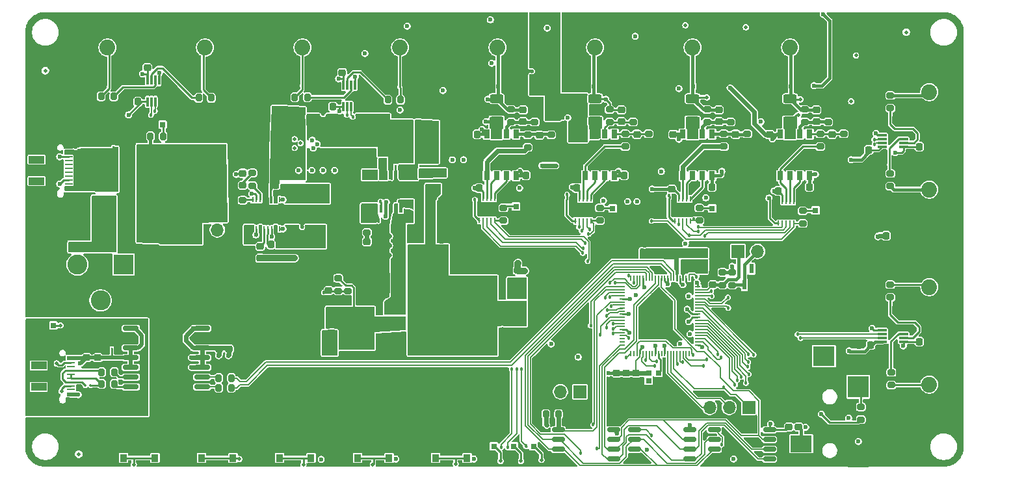
<source format=gbr>
%TF.GenerationSoftware,KiCad,Pcbnew,9.0.0*%
%TF.CreationDate,2025-11-08T16:48:47+03:00*%
%TF.ProjectId,harp.device.quad.dac,68617270-2e64-4657-9669-63652e717561,1.1*%
%TF.SameCoordinates,PX81941e8PY5f5e100*%
%TF.FileFunction,Copper,L1,Top*%
%TF.FilePolarity,Positive*%
%FSLAX46Y46*%
G04 Gerber Fmt 4.6, Leading zero omitted, Abs format (unit mm)*
G04 Created by KiCad (PCBNEW 9.0.0) date 2025-11-08 16:48:47*
%MOMM*%
%LPD*%
G01*
G04 APERTURE LIST*
G04 Aperture macros list*
%AMRoundRect*
0 Rectangle with rounded corners*
0 $1 Rounding radius*
0 $2 $3 $4 $5 $6 $7 $8 $9 X,Y pos of 4 corners*
0 Add a 4 corners polygon primitive as box body*
4,1,4,$2,$3,$4,$5,$6,$7,$8,$9,$2,$3,0*
0 Add four circle primitives for the rounded corners*
1,1,$1+$1,$2,$3*
1,1,$1+$1,$4,$5*
1,1,$1+$1,$6,$7*
1,1,$1+$1,$8,$9*
0 Add four rect primitives between the rounded corners*
20,1,$1+$1,$2,$3,$4,$5,0*
20,1,$1+$1,$4,$5,$6,$7,0*
20,1,$1+$1,$6,$7,$8,$9,0*
20,1,$1+$1,$8,$9,$2,$3,0*%
%AMFreePoly0*
4,1,32,6.515355,1.015355,6.530000,0.980000,6.530000,-1.460000,6.515355,-1.495355,6.480000,-1.510000,4.370000,-1.510000,4.334645,-1.495355,4.331733,-1.492182,4.233311,-1.375152,4.010127,-1.166712,3.760982,-0.990846,3.490208,-0.850542,3.202845,-0.748414,2.904254,-0.686366,2.600000,-0.665554,2.295745,-0.686366,1.997154,-0.748414,1.709791,-0.850542,1.439017,-0.990846,1.189872,-1.166712,
0.966688,-1.375152,0.868267,-1.492182,0.834303,-1.509815,0.830000,-1.510000,-1.280000,-1.510000,-1.315355,-1.495355,-1.330000,-1.460000,-1.330000,0.980000,-1.315355,1.015355,-1.280000,1.030000,6.480000,1.030000,6.515355,1.015355,6.515355,1.015355,$1*%
G04 Aperture macros list end*
%TA.AperFunction,SMDPad,CuDef*%
%ADD10R,0.762000X1.270000*%
%TD*%
%TA.AperFunction,SMDPad,CuDef*%
%ADD11R,2.670000X2.540000*%
%TD*%
%TA.AperFunction,SMDPad,CuDef*%
%ADD12R,0.800000X0.800000*%
%TD*%
%TA.AperFunction,ComponentPad*%
%ADD13R,1.700000X1.700000*%
%TD*%
%TA.AperFunction,ComponentPad*%
%ADD14O,1.700000X1.700000*%
%TD*%
%TA.AperFunction,SMDPad,CuDef*%
%ADD15R,0.800000X0.700000*%
%TD*%
%TA.AperFunction,SMDPad,CuDef*%
%ADD16R,0.900000X1.000000*%
%TD*%
%TA.AperFunction,SMDPad,CuDef*%
%ADD17R,1.700000X0.550000*%
%TD*%
%TA.AperFunction,SMDPad,CuDef*%
%ADD18RoundRect,0.200000X-0.275000X0.200000X-0.275000X-0.200000X0.275000X-0.200000X0.275000X0.200000X0*%
%TD*%
%TA.AperFunction,SMDPad,CuDef*%
%ADD19RoundRect,0.200000X0.275000X-0.200000X0.275000X0.200000X-0.275000X0.200000X-0.275000X-0.200000X0*%
%TD*%
%TA.AperFunction,SMDPad,CuDef*%
%ADD20R,0.762000X1.143000*%
%TD*%
%TA.AperFunction,SMDPad,CuDef*%
%ADD21RoundRect,0.225000X0.225000X0.250000X-0.225000X0.250000X-0.225000X-0.250000X0.225000X-0.250000X0*%
%TD*%
%TA.AperFunction,SMDPad,CuDef*%
%ADD22RoundRect,0.225000X-0.250000X0.225000X-0.250000X-0.225000X0.250000X-0.225000X0.250000X0.225000X0*%
%TD*%
%TA.AperFunction,SMDPad,CuDef*%
%ADD23R,2.000000X1.000000*%
%TD*%
%TA.AperFunction,SMDPad,CuDef*%
%ADD24R,1.000000X0.520000*%
%TD*%
%TA.AperFunction,SMDPad,CuDef*%
%ADD25R,1.000000X0.270000*%
%TD*%
%TA.AperFunction,HeatsinkPad*%
%ADD26O,2.300000X1.300000*%
%TD*%
%TA.AperFunction,HeatsinkPad*%
%ADD27O,2.600000X1.300000*%
%TD*%
%TA.AperFunction,SMDPad,CuDef*%
%ADD28R,1.270000X0.762000*%
%TD*%
%TA.AperFunction,SMDPad,CuDef*%
%ADD29R,2.540000X2.670000*%
%TD*%
%TA.AperFunction,SMDPad,CuDef*%
%ADD30R,0.280000X0.250000*%
%TD*%
%TA.AperFunction,SMDPad,CuDef*%
%ADD31R,1.700000X2.000000*%
%TD*%
%TA.AperFunction,SMDPad,CuDef*%
%ADD32RoundRect,0.250000X-0.650000X0.325000X-0.650000X-0.325000X0.650000X-0.325000X0.650000X0.325000X0*%
%TD*%
%TA.AperFunction,SMDPad,CuDef*%
%ADD33RoundRect,0.225000X-0.225000X-0.250000X0.225000X-0.250000X0.225000X0.250000X-0.225000X0.250000X0*%
%TD*%
%TA.AperFunction,SMDPad,CuDef*%
%ADD34C,2.050000*%
%TD*%
%TA.AperFunction,SMDPad,CuDef*%
%ADD35FreePoly0,180.000000*%
%TD*%
%TA.AperFunction,SMDPad,CuDef*%
%ADD36FreePoly0,0.000000*%
%TD*%
%TA.AperFunction,SMDPad,CuDef*%
%ADD37R,0.500000X0.600000*%
%TD*%
%TA.AperFunction,SMDPad,CuDef*%
%ADD38FreePoly0,270.000000*%
%TD*%
%TA.AperFunction,SMDPad,CuDef*%
%ADD39FreePoly0,90.000000*%
%TD*%
%TA.AperFunction,SMDPad,CuDef*%
%ADD40RoundRect,0.225000X0.250000X-0.225000X0.250000X0.225000X-0.250000X0.225000X-0.250000X-0.225000X0*%
%TD*%
%TA.AperFunction,SMDPad,CuDef*%
%ADD41RoundRect,0.086360X0.538640X0.086360X-0.538640X0.086360X-0.538640X-0.086360X0.538640X-0.086360X0*%
%TD*%
%TA.AperFunction,SMDPad,CuDef*%
%ADD42R,0.250000X0.700000*%
%TD*%
%TA.AperFunction,SMDPad,CuDef*%
%ADD43R,2.380000X1.650000*%
%TD*%
%TA.AperFunction,SMDPad,CuDef*%
%ADD44RoundRect,0.200000X0.200000X0.275000X-0.200000X0.275000X-0.200000X-0.275000X0.200000X-0.275000X0*%
%TD*%
%TA.AperFunction,SMDPad,CuDef*%
%ADD45RoundRect,0.200000X-0.200000X-0.275000X0.200000X-0.275000X0.200000X0.275000X-0.200000X0.275000X0*%
%TD*%
%TA.AperFunction,SMDPad,CuDef*%
%ADD46C,0.500000*%
%TD*%
%TA.AperFunction,SMDPad,CuDef*%
%ADD47R,0.450000X1.016000*%
%TD*%
%TA.AperFunction,SMDPad,CuDef*%
%ADD48R,2.947000X1.753000*%
%TD*%
%TA.AperFunction,SMDPad,CuDef*%
%ADD49RoundRect,0.086360X0.086360X-0.538640X0.086360X0.538640X-0.086360X0.538640X-0.086360X-0.538640X0*%
%TD*%
%TA.AperFunction,SMDPad,CuDef*%
%ADD50RoundRect,0.250000X0.625000X-0.312500X0.625000X0.312500X-0.625000X0.312500X-0.625000X-0.312500X0*%
%TD*%
%TA.AperFunction,SMDPad,CuDef*%
%ADD51R,0.600000X0.850000*%
%TD*%
%TA.AperFunction,SMDPad,CuDef*%
%ADD52R,0.780000X0.220000*%
%TD*%
%TA.AperFunction,SMDPad,CuDef*%
%ADD53R,0.220000X0.780000*%
%TD*%
%TA.AperFunction,HeatsinkPad*%
%ADD54C,0.500000*%
%TD*%
%TA.AperFunction,SMDPad,CuDef*%
%ADD55R,3.400000X3.400000*%
%TD*%
%TA.AperFunction,SMDPad,CuDef*%
%ADD56RoundRect,0.162500X-0.650000X-0.162500X0.650000X-0.162500X0.650000X0.162500X-0.650000X0.162500X0*%
%TD*%
%TA.AperFunction,SMDPad,CuDef*%
%ADD57R,1.430000X5.500000*%
%TD*%
%TA.AperFunction,SMDPad,CuDef*%
%ADD58RoundRect,0.150000X-0.875000X-0.150000X0.875000X-0.150000X0.875000X0.150000X-0.875000X0.150000X0*%
%TD*%
%TA.AperFunction,SMDPad,CuDef*%
%ADD59R,3.200000X0.810000*%
%TD*%
%TA.AperFunction,SMDPad,CuDef*%
%ADD60R,0.600000X1.300000*%
%TD*%
%TA.AperFunction,SMDPad,CuDef*%
%ADD61R,0.250000X0.280000*%
%TD*%
%TA.AperFunction,SMDPad,CuDef*%
%ADD62R,4.340000X2.440000*%
%TD*%
%TA.AperFunction,SMDPad,CuDef*%
%ADD63R,2.160000X1.070000*%
%TD*%
%TA.AperFunction,SMDPad,CuDef*%
%ADD64R,7.000000X8.330000*%
%TD*%
%TA.AperFunction,SMDPad,CuDef*%
%ADD65R,1.910000X1.235000*%
%TD*%
%TA.AperFunction,ComponentPad*%
%ADD66R,2.600000X2.600000*%
%TD*%
%TA.AperFunction,ComponentPad*%
%ADD67C,2.600000*%
%TD*%
%TA.AperFunction,SMDPad,CuDef*%
%ADD68RoundRect,0.075000X0.075000X0.075000X-0.075000X0.075000X-0.075000X-0.075000X0.075000X-0.075000X0*%
%TD*%
%TA.AperFunction,SMDPad,CuDef*%
%ADD69R,2.000000X1.500000*%
%TD*%
%TA.AperFunction,SMDPad,CuDef*%
%ADD70R,2.000000X3.800000*%
%TD*%
%TA.AperFunction,SMDPad,CuDef*%
%ADD71R,2.800000X2.200000*%
%TD*%
%TA.AperFunction,SMDPad,CuDef*%
%ADD72R,2.800000X2.800000*%
%TD*%
%TA.AperFunction,SMDPad,CuDef*%
%ADD73R,2.800000X2.600000*%
%TD*%
%TA.AperFunction,SMDPad,CuDef*%
%ADD74R,3.050000X2.030000*%
%TD*%
%TA.AperFunction,SMDPad,CuDef*%
%ADD75R,8.380000X10.660000*%
%TD*%
%TA.AperFunction,ViaPad*%
%ADD76C,0.600000*%
%TD*%
%TA.AperFunction,ViaPad*%
%ADD77C,0.500000*%
%TD*%
%TA.AperFunction,ViaPad*%
%ADD78C,0.457200*%
%TD*%
%TA.AperFunction,Conductor*%
%ADD79C,0.254000*%
%TD*%
%TA.AperFunction,Conductor*%
%ADD80C,0.406400*%
%TD*%
%TA.AperFunction,Conductor*%
%ADD81C,0.609600*%
%TD*%
%TA.AperFunction,Conductor*%
%ADD82C,0.220000*%
%TD*%
%TA.AperFunction,Conductor*%
%ADD83C,0.152400*%
%TD*%
%TA.AperFunction,Conductor*%
%ADD84C,0.203200*%
%TD*%
%TA.AperFunction,Conductor*%
%ADD85C,0.812800*%
%TD*%
%TA.AperFunction,Conductor*%
%ADD86C,0.508000*%
%TD*%
%TA.AperFunction,Conductor*%
%ADD87C,0.200000*%
%TD*%
G04 APERTURE END LIST*
D10*
%TO.P,Z3,1*%
%TO.N,+15V*%
X48896500Y24384000D03*
D11*
%TO.P,Z3,2*%
%TO.N,GND*%
X46545500Y24384000D03*
%TD*%
D12*
%TO.P,LED1,1,K*%
%TO.N,GND*%
X61418000Y1536000D03*
%TO.P,LED1,2,A*%
%TO.N,Net-(LED1-A)*%
X61418000Y3036000D03*
%TD*%
D13*
%TO.P,Jump3,1,Pin_1*%
%TO.N,+5V_C*%
X35809000Y44958000D03*
D14*
%TO.P,Jump3,2,Pin_2*%
%TO.N,+5V*%
X38349000Y44958000D03*
%TD*%
D15*
%TO.P,Xtal1,1,Tri-State*%
%TO.N,unconnected-(Xtal1-Tri-State-Pad1)*%
X81570000Y11574000D03*
%TO.P,Xtal1,2,GND*%
%TO.N,GND*%
X82870000Y11574000D03*
%TO.P,Xtal1,3,OUT*%
%TO.N,Net-(U1-XIN)*%
X82870000Y12574000D03*
%TO.P,Xtal1,4,VDD*%
%TO.N,+3.3V*%
X81570000Y12574000D03*
%TD*%
D16*
%TO.P,SW2,1*%
%TO.N,GND*%
X27450000Y3145000D03*
%TO.P,SW2,2*%
%TO.N,Net-(R2-Pad1)*%
X27450000Y1545000D03*
%TO.P,SW2,3*%
X23350000Y1545000D03*
%TO.P,SW2,4*%
%TO.N,GND*%
X23350000Y3145000D03*
D17*
%TO.P,SW2,SH*%
X25400000Y3770000D03*
%TD*%
D10*
%TO.P,Z4,1*%
%TO.N,GND*%
X56516500Y27940000D03*
D11*
%TO.P,Z4,2*%
%TO.N,-15V*%
X54165500Y27940000D03*
%TD*%
D18*
%TO.P,R11,1*%
%TO.N,+3.3V*%
X92456000Y25717000D03*
%TO.P,R11,2*%
%TO.N,Net-(Jump1-Pin_2)*%
X92456000Y24067000D03*
%TD*%
D19*
%TO.P,R40,1*%
%TO.N,Net-(U13--IN_B)*%
X66726000Y45285000D03*
%TO.P,R40,2*%
%TO.N,GND*%
X66726000Y46935000D03*
%TD*%
D18*
%TO.P,R101,1*%
%TO.N,Net-(J6-In)*%
X113047000Y24117000D03*
%TO.P,R101,2*%
%TO.N,Net-(U24-1A)*%
X113047000Y22467000D03*
%TD*%
D20*
%TO.P,U13,1,OUT_A*%
%TO.N,Net-(U13-OUT_A)*%
X60503000Y38318000D03*
%TO.P,U13,2,-IN_A*%
%TO.N,Net-(U13--IN_A)*%
X61773000Y38318000D03*
%TO.P,U13,3,+IN_A*%
%TO.N,Net-(U13-+IN_A)*%
X63043000Y38318000D03*
%TO.P,U13,4,V-*%
%TO.N,VRail-*%
X64313000Y38318000D03*
%TO.P,U13,5,+IN_B*%
%TO.N,Net-(U13-+IN_B)*%
X64313000Y43742000D03*
%TO.P,U13,6,-IN_B*%
%TO.N,Net-(U13--IN_B)*%
X63043000Y43742000D03*
%TO.P,U13,7,OUT_B*%
%TO.N,Shunt4+*%
X61773000Y43742000D03*
%TO.P,U13,8,V+*%
%TO.N,VRail+*%
X60503000Y43742000D03*
%TD*%
D21*
%TO.P,C148,1*%
%TO.N,+3.3V*%
X40450000Y47311000D03*
%TO.P,C148,2*%
%TO.N,GND*%
X38900000Y47311000D03*
%TD*%
D22*
%TO.P,C151,1*%
%TO.N,GND*%
X16307000Y53928000D03*
%TO.P,C151,2*%
%TO.N,+5V*%
X16307000Y52378000D03*
%TD*%
D23*
%TO.P,J1,*%
%TO.N,*%
X1850000Y40400000D03*
X1850000Y37600000D03*
D24*
%TO.P,J1,A1,GND*%
%TO.N,GND*%
X6050000Y42100000D03*
%TO.P,J1,A4,VBUS*%
%TO.N,VBUS1*%
X6050000Y41350000D03*
D25*
%TO.P,J1,A5,CC1*%
%TO.N,Net-(J1-CC1)*%
X6050000Y40750000D03*
%TO.P,J1,A6,D+*%
%TO.N,unconnected-(J1-D+-PadA6)*%
X6050000Y39250000D03*
%TO.P,J1,A7,D-*%
%TO.N,unconnected-(J1-D--PadA7)*%
X6050000Y38250000D03*
%TO.P,J1,A8,SBU1*%
%TO.N,unconnected-(J1-SBU1-PadA8)*%
X6050000Y37250000D03*
D24*
%TO.P,J1,A9,VBUS*%
%TO.N,VBUS1*%
X6050000Y36650000D03*
%TO.P,J1,A12,GND*%
%TO.N,GND*%
X6050000Y35900000D03*
%TO.P,J1,B1,GND*%
X6050000Y35900000D03*
%TO.P,J1,B4,VBUS*%
%TO.N,VBUS1*%
X6050000Y36650000D03*
D25*
%TO.P,J1,B5,CC2*%
%TO.N,Net-(J1-CC2)*%
X6050000Y37750000D03*
%TO.P,J1,B6,D+*%
%TO.N,unconnected-(J1-D+-PadB6)*%
X6050000Y38750000D03*
%TO.P,J1,B7,D-*%
%TO.N,unconnected-(J1-D--PadB7)*%
X6050000Y39750000D03*
%TO.P,J1,B8,SBU2*%
%TO.N,unconnected-(J1-SBU2-PadB8)*%
X6050000Y40250000D03*
D24*
%TO.P,J1,B9,VBUS*%
%TO.N,VBUS1*%
X6050000Y41350000D03*
%TO.P,J1,B12,GND*%
%TO.N,GND*%
X6050000Y42100000D03*
D26*
%TO.P,J1,S1,SHIELD*%
X5675000Y43320000D03*
D27*
X1850000Y43320000D03*
D26*
X5675000Y34680000D03*
D27*
X1850000Y34680000D03*
%TD*%
D19*
%TO.P,R34,1*%
%TO.N,Net-(U10--IN_B)*%
X104953000Y45285000D03*
%TO.P,R34,2*%
%TO.N,GND*%
X104953000Y46935000D03*
%TD*%
D22*
%TO.P,C97,1*%
%TO.N,GND*%
X25654000Y17285000D03*
%TO.P,C97,2*%
%TO.N,+3.3V*%
X25654000Y15735000D03*
%TD*%
D28*
%TO.P,Z1,1,K*%
%TO.N,VBUS_C*%
X16510000Y30354500D03*
D29*
%TO.P,Z1,2,A*%
%TO.N,GND*%
X16510000Y28003500D03*
%TD*%
D30*
%TO.P,TVS7,1*%
%TO.N,Net-(U23-1A)*%
X113013000Y46110000D03*
%TO.P,TVS7,2*%
%TO.N,GND*%
X112573000Y46110000D03*
%TD*%
D31*
%TO.P,L3,1*%
%TO.N,Net-(U27-SW1)*%
X38608000Y30020000D03*
%TO.P,L3,2*%
%TO.N,Net-(U27-SW2)*%
X38608000Y36020000D03*
%TD*%
D32*
%TO.P,C120,1*%
%TO.N,VBUS_C*%
X22352000Y30685000D03*
%TO.P,C120,2*%
%TO.N,GND*%
X22352000Y27735000D03*
%TD*%
D33*
%TO.P,C47,1*%
%TO.N,GND*%
X57696000Y43697000D03*
%TO.P,C47,2*%
%TO.N,VRail+*%
X59246000Y43697000D03*
%TD*%
D21*
%TO.P,C143,1*%
%TO.N,+15V*%
X48781000Y29210000D03*
%TO.P,C143,2*%
%TO.N,GND*%
X47231000Y29210000D03*
%TD*%
D22*
%TO.P,C5,1*%
%TO.N,GND*%
X81853801Y29909806D03*
%TO.P,C5,2*%
%TO.N,+1V1*%
X81853801Y28359806D03*
%TD*%
D18*
%TO.P,R37,1*%
%TO.N,Net-(U11-+IN_B)*%
X91364000Y43760000D03*
%TO.P,R37,2*%
%TO.N,Net-(U11-OUT_A)*%
X91364000Y42110000D03*
%TD*%
D13*
%TO.P,J18,1,Pin_1*%
%TO.N,Run_Reset*%
X94605000Y8128000D03*
D14*
%TO.P,J18,2,Pin_2*%
%TO.N,SWDIO*%
X92065000Y8128000D03*
%TO.P,J18,3,Pin_3*%
%TO.N,SWCLK*%
X89525000Y8128000D03*
%TO.P,J18,4,Pin_4*%
%TO.N,GND*%
X86985000Y8128000D03*
%TD*%
D34*
%TO.P,J8,1,In*%
%TO.N,Net-(J8-In)*%
X118127000Y49200000D03*
D35*
%TO.P,J8,2,Ext*%
%TO.N,GND*%
X120727000Y46300000D03*
D36*
X115527000Y52100000D03*
%TD*%
D37*
%TO.P,TVS18,1,1*%
%TO.N,AnalogOut3*%
X74442000Y49920000D03*
%TO.P,TVS18,2,2*%
%TO.N,GND*%
X73742000Y49920000D03*
%TD*%
D34*
%TO.P,J15,1,In*%
%TO.N,/Output/DigitalOut3*%
X23800000Y55000000D03*
D38*
%TO.P,J15,2,Ext*%
%TO.N,GND*%
X26700000Y57600000D03*
D39*
X20900000Y52400000D03*
%TD*%
D18*
%TO.P,R107,1*%
%TO.N,+12V*%
X41148000Y24955000D03*
%TO.P,R107,2*%
%TO.N,Monitor_12V*%
X41148000Y23305000D03*
%TD*%
D21*
%TO.P,C119,1*%
%TO.N,+5V*%
X47003000Y41402000D03*
%TO.P,C119,2*%
%TO.N,GND*%
X45453000Y41402000D03*
%TD*%
D40*
%TO.P,C52,1*%
%TO.N,Net-(U11--IN_B)*%
X90729000Y45335000D03*
%TO.P,C52,2*%
%TO.N,AnalogOut2*%
X90729000Y46885000D03*
%TD*%
D18*
%TO.P,R117,1*%
%TO.N,Net-(U26-VC)*%
X44882000Y32575000D03*
%TO.P,R117,2*%
%TO.N,Net-(C127-Pad2)*%
X44882000Y30925000D03*
%TD*%
D40*
%TO.P,C6,1*%
%TO.N,GND*%
X78664000Y11045000D03*
%TO.P,C6,2*%
%TO.N,+3.3V*%
X78664000Y12595000D03*
%TD*%
D12*
%TO.P,LED8,1,K*%
%TO.N,GND_PC*%
X2552000Y18796000D03*
%TO.P,LED8,2,A*%
%TO.N,Net-(LED8-A)*%
X4052000Y18796000D03*
%TD*%
D33*
%TO.P,C106,1*%
%TO.N,+5V*%
X112509000Y30480000D03*
%TO.P,C106,2*%
%TO.N,GND*%
X114059000Y30480000D03*
%TD*%
D21*
%TO.P,C131,1*%
%TO.N,+5V_C*%
X33033000Y42164000D03*
%TO.P,C131,2*%
%TO.N,GND*%
X31483000Y42164000D03*
%TD*%
%TO.P,C125,1*%
%TO.N,+5V_C*%
X33033000Y40894000D03*
%TO.P,C125,2*%
%TO.N,GND*%
X31483000Y40894000D03*
%TD*%
D41*
%TO.P,U24,1,VCCA*%
%TO.N,+5V*%
X114770000Y16700000D03*
%TO.P,U24,2,1A*%
%TO.N,Net-(U24-1A)*%
X114770000Y17200000D03*
%TO.P,U24,3,2A*%
%TO.N,Net-(U24-2A)*%
X114770000Y17700000D03*
%TO.P,U24,4,GND*%
%TO.N,GND*%
X114770000Y18200000D03*
%TO.P,U24,5,DIR*%
%TO.N,+5V*%
X111970000Y18200000D03*
%TO.P,U24,6,2B*%
%TO.N,ExtTrigCh4*%
X111970000Y17700000D03*
%TO.P,U24,7,1B*%
%TO.N,ExtTrigCh3*%
X111970000Y17200000D03*
%TO.P,U24,8,VCCB*%
%TO.N,+3.3V*%
X111970000Y16700000D03*
%TD*%
D42*
%TO.P,U8,1,REF*%
%TO.N,+2V5*%
X72051000Y32427500D03*
%TO.P,U8,2,~{CS}*%
%TO.N,DAC3_CS*%
X72551000Y32427500D03*
%TO.P,U8,3,SCLK*%
%TO.N,DAC3&4_SCLK*%
X73051000Y32427500D03*
%TO.P,U8,4,DIN*%
%TO.N,DAC3&4_DIN*%
X73551000Y32427500D03*
%TO.P,U8,5,~{CLR}*%
%TO.N,DAC3_CLR*%
X74051000Y32427500D03*
%TO.P,U8,6,VOUT*%
%TO.N,Net-(U12-+IN_A)*%
X74051000Y35277500D03*
%TO.P,U8,7,INV*%
%TO.N,Net-(U12--IN_A)*%
X73551000Y35277500D03*
%TO.P,U8,8,RFB*%
%TO.N,Net-(U12-OUT_A)*%
X73051000Y35277500D03*
%TO.P,U8,9,VDD*%
%TO.N,DAC_Supply*%
X72551000Y35277500D03*
%TO.P,U8,10,GND*%
%TO.N,GND*%
X72051000Y35277500D03*
D43*
%TO.P,U8,11,EP*%
X73051000Y33852500D03*
%TD*%
D30*
%TO.P,TVS15,1*%
%TO.N,/Output/DigitalOut3*%
X23580000Y49920000D03*
%TO.P,TVS15,2*%
%TO.N,GND*%
X24020000Y49920000D03*
%TD*%
D19*
%TO.P,R100,1*%
%TO.N,Net-(J5-In)*%
X113174000Y11037000D03*
%TO.P,R100,2*%
%TO.N,Net-(U24-2A)*%
X113174000Y12687000D03*
%TD*%
D22*
%TO.P,C98,1*%
%TO.N,GND*%
X99822000Y7125000D03*
%TO.P,C98,2*%
%TO.N,+3.3V*%
X99822000Y5575000D03*
%TD*%
D44*
%TO.P,R128,1*%
%TO.N,Net-(U31-2B)*%
X37147000Y48514000D03*
%TO.P,R128,2*%
%TO.N,/Output/DigitalOut2*%
X35497000Y48514000D03*
%TD*%
D20*
%TO.P,U11,1,OUT_A*%
%TO.N,Net-(U11-OUT_A)*%
X86030000Y38318000D03*
%TO.P,U11,2,-IN_A*%
%TO.N,Net-(U11--IN_A)*%
X87300000Y38318000D03*
%TO.P,U11,3,+IN_A*%
%TO.N,Net-(U11-+IN_A)*%
X88570000Y38318000D03*
%TO.P,U11,4,V-*%
%TO.N,VRail-*%
X89840000Y38318000D03*
%TO.P,U11,5,+IN_B*%
%TO.N,Net-(U11-+IN_B)*%
X89840000Y43742000D03*
%TO.P,U11,6,-IN_B*%
%TO.N,Net-(U11--IN_B)*%
X88570000Y43742000D03*
%TO.P,U11,7,OUT_B*%
%TO.N,Shunt2+*%
X87300000Y43742000D03*
%TO.P,U11,8,V+*%
%TO.N,VRail+*%
X86030000Y43742000D03*
%TD*%
D13*
%TO.P,J17,1,Pin_1*%
%TO.N,/Communication/UART0_TXD*%
X72629000Y10160000D03*
D14*
%TO.P,J17,2,Pin_2*%
%TO.N,/Communication/UART0_RXD*%
X70089000Y10160000D03*
%TO.P,J17,3,Pin_3*%
%TO.N,GND*%
X67549000Y10160000D03*
%TD*%
D45*
%TO.P,R131,1*%
%TO.N,Net-(U32-1B)*%
X22975000Y48454000D03*
%TO.P,R131,2*%
%TO.N,/Output/DigitalOut3*%
X24625000Y48454000D03*
%TD*%
D30*
%TO.P,TVS14,1*%
%TO.N,/Output/DigitalOut4*%
X11320000Y49920000D03*
%TO.P,TVS14,2*%
%TO.N,GND*%
X10880000Y49920000D03*
%TD*%
D46*
%TO.P,FID3,*%
%TO.N,*%
X115127000Y57000000D03*
%TD*%
D47*
%TO.P,U26,1,SW*%
%TO.N,Net-(U26-SW)*%
X49301000Y38408500D03*
%TO.P,U26,2,PGND*%
%TO.N,GND*%
X48651000Y38408500D03*
%TO.P,U26,3,VIN*%
%TO.N,+5V*%
X48001000Y38408500D03*
%TO.P,U26,4,PWM/SYNC*%
%TO.N,Net-(U26-PWM{slash}SYNC)*%
X47351000Y38408500D03*
%TO.P,U26,5,VCC*%
X46701000Y38408500D03*
%TO.P,U26,6,RT*%
%TO.N,Net-(U26-RT)*%
X46051000Y38408500D03*
%TO.P,U26,7,VC*%
%TO.N,Net-(U26-VC)*%
X46051000Y33984500D03*
%TO.P,U26,8,FB*%
%TO.N,Net-(U26-FB)*%
X46701000Y33984500D03*
%TO.P,U26,9,~{SD}*%
%TO.N,+5V*%
X47351000Y33984500D03*
%TO.P,U26,10,SGND*%
%TO.N,GND*%
X48001000Y33984500D03*
%TO.P,U26,11,VOUT*%
%TO.N,+15V*%
X48651000Y33984500D03*
%TO.P,U26,12,CAP*%
%TO.N,Net-(U26-CAP)*%
X49301000Y33984500D03*
D48*
%TO.P,U26,13,EP*%
%TO.N,GND*%
X47676000Y36196500D03*
%TD*%
D22*
%TO.P,C55,1*%
%TO.N,Net-(U12-+IN_B)*%
X80061000Y43710000D03*
%TO.P,C55,2*%
%TO.N,GND*%
X80061000Y42160000D03*
%TD*%
D19*
%TO.P,R21,1*%
%TO.N,DAC3_CLR*%
X75235000Y32458000D03*
%TO.P,R21,2*%
%TO.N,Net-(LED6-A)*%
X75235000Y34108000D03*
%TD*%
D49*
%TO.P,U31,1,VCCA*%
%TO.N,+3.3V*%
X41846000Y47308000D03*
%TO.P,U31,2,1A*%
%TO.N,MC_DigitalOut1*%
X42346000Y47308000D03*
%TO.P,U31,3,2A*%
%TO.N,MC_DigitalOut2*%
X42846000Y47308000D03*
%TO.P,U31,4,GND*%
%TO.N,GND*%
X43346000Y47308000D03*
%TO.P,U31,5,DIR*%
%TO.N,+3.3V*%
X43346000Y50108000D03*
%TO.P,U31,6,2B*%
%TO.N,Net-(U31-2B)*%
X42846000Y50108000D03*
%TO.P,U31,7,1B*%
%TO.N,Net-(U31-1B)*%
X42346000Y50108000D03*
%TO.P,U31,8,VCCB*%
%TO.N,+5V*%
X41846000Y50108000D03*
%TD*%
D50*
%TO.P,RSh3,1*%
%TO.N,Shunt3+*%
X74600000Y45409500D03*
%TO.P,RSh3,2*%
%TO.N,AnalogOut3*%
X74600000Y48334500D03*
%TD*%
D18*
%TO.P,R124,1*%
%TO.N,Net-(C137-Pad1)*%
X29972000Y38671000D03*
%TO.P,R124,2*%
%TO.N,Net-(U27-VC)*%
X29972000Y37021000D03*
%TD*%
D16*
%TO.P,SW3,1*%
%TO.N,GND*%
X37610000Y3145000D03*
%TO.P,SW3,2*%
%TO.N,Net-(R3-Pad1)*%
X37610000Y1545000D03*
%TO.P,SW3,3*%
X33510000Y1545000D03*
%TO.P,SW3,4*%
%TO.N,GND*%
X33510000Y3145000D03*
D17*
%TO.P,SW3,SH*%
X35560000Y3770000D03*
%TD*%
D50*
%TO.P,RSh2,1*%
%TO.N,Shunt2+*%
X87300000Y45409500D03*
%TO.P,RSh2,2*%
%TO.N,AnalogOut2*%
X87300000Y48334500D03*
%TD*%
D19*
%TO.P,R31,1*%
%TO.N,GND*%
X81585000Y42110000D03*
%TO.P,R31,2*%
%TO.N,Net-(U12-+IN_B)*%
X81585000Y43760000D03*
%TD*%
D21*
%TO.P,C124,1*%
%TO.N,+5V_C*%
X33033000Y38354000D03*
%TO.P,C124,2*%
%TO.N,GND*%
X31483000Y38354000D03*
%TD*%
D46*
%TO.P,FID1,*%
%TO.N,*%
X3000000Y52000000D03*
%TD*%
D51*
%TO.P,D6,1,ANODE_D2*%
%TO.N,-15V*%
X53914000Y36442000D03*
%TO.P,D6,2,CATHODE_D1*%
%TO.N,GND*%
X55814000Y36442000D03*
%TO.P,D6,3,ANODE_D1_CATHODE_D2*%
%TO.N,Net-(D6-ANODE_D1_CATHODE_D2)*%
X54864000Y38742000D03*
%TD*%
D52*
%TO.P,U1,1,GPIO4*%
%TO.N,/Core_RP2350/Debug_LED1*%
X78161500Y23866000D03*
%TO.P,U1,2,GPIO5*%
%TO.N,HARP_Clk_Sync_In*%
X78161500Y23466000D03*
%TO.P,U1,3,GPIO6*%
%TO.N,DAC1_CLR*%
X78161500Y23066000D03*
%TO.P,U1,4,GPIO7*%
%TO.N,DAC2_CLR*%
X78161500Y22666000D03*
%TO.P,U1,5,IOVDD*%
%TO.N,+3.3V*%
X78161500Y22266000D03*
%TO.P,U1,6,GPIO8*%
%TO.N,/Core_RP2350/QSPI_CS1*%
X78161500Y21866000D03*
%TO.P,U1,7,GPIO9*%
%TO.N,DAC3_CS*%
X78161500Y21466000D03*
%TO.P,U1,8,GPIO10*%
%TO.N,DAC3&4_SCLK*%
X78161500Y21066000D03*
%TO.P,U1,9,GPIO11*%
%TO.N,DAC3&4_DIN*%
X78161500Y20666000D03*
%TO.P,U1,10,DVDD*%
%TO.N,+1V1*%
X78161500Y20266000D03*
%TO.P,U1,11,GPIO12*%
%TO.N,/Core_RP2350/Debug_LED2*%
X78161500Y19866000D03*
%TO.P,U1,12,GPIO13*%
%TO.N,DAC4_CS*%
X78161500Y19466000D03*
%TO.P,U1,13,GPIO14*%
%TO.N,DAC3_CLR*%
X78161500Y19066000D03*
%TO.P,U1,14,GPIO15*%
%TO.N,DAC4_CLR*%
X78161500Y18666000D03*
%TO.P,U1,15,IOVDD*%
%TO.N,+3.3V*%
X78161500Y18266000D03*
%TO.P,U1,16,GPIO16*%
%TO.N,/Core_RP2350/Debug_LED3*%
X78161500Y17866000D03*
%TO.P,U1,17,GPIO17*%
%TO.N,DAC1_CS*%
X78161500Y17466000D03*
%TO.P,U1,18,GPIO18*%
%TO.N,unconnected-(U1-GPIO18-Pad18)*%
X78161500Y17066000D03*
%TO.P,U1,19,GPIO19*%
%TO.N,unconnected-(U1-GPIO19-Pad19)*%
X78161500Y16666000D03*
%TO.P,U1,20,GPIO20*%
%TO.N,/Core_RP2350/QSPI_CS2*%
X78161500Y16266000D03*
D53*
%TO.P,U1,21,GPIO21*%
%TO.N,DAC2_CS*%
X79258000Y15169500D03*
%TO.P,U1,22,GPIO22*%
%TO.N,unconnected-(U1-GPIO22-Pad22)*%
X79658000Y15169500D03*
%TO.P,U1,23,GPIO23*%
%TO.N,ShortCircuitCh1*%
X80058000Y15169500D03*
%TO.P,U1,24,IOVDD*%
%TO.N,+3.3V*%
X80458000Y15169500D03*
%TO.P,U1,25,GPIO24*%
%TO.N,ShortCircuitCh2*%
X80858000Y15169500D03*
%TO.P,U1,26,GPIO25*%
%TO.N,ShortCircuitCh3*%
X81258000Y15169500D03*
%TO.P,U1,27,GPIO26*%
%TO.N,ShortCircuitCh4*%
X81658000Y15169500D03*
%TO.P,U1,28,GPIO27*%
%TO.N,unconnected-(U1-GPIO27-Pad28)*%
X82058000Y15169500D03*
%TO.P,U1,29,IOVDD*%
%TO.N,+3.3V*%
X82458000Y15169500D03*
%TO.P,U1,30,XIN*%
%TO.N,Net-(U1-XIN)*%
X82858000Y15169500D03*
%TO.P,U1,31,XOUT*%
%TO.N,unconnected-(U1-XOUT-Pad31)*%
X83258000Y15169500D03*
%TO.P,U1,32,DVDD*%
%TO.N,+1V1*%
X83658000Y15169500D03*
%TO.P,U1,33,SWCLK*%
%TO.N,SWCLK*%
X84058000Y15169500D03*
%TO.P,U1,34,SWDIO*%
%TO.N,SWDIO*%
X84458000Y15169500D03*
%TO.P,U1,35,RUN*%
%TO.N,Run_Reset*%
X84858000Y15169500D03*
%TO.P,U1,36,GPIO28*%
%TO.N,ExtTrigCh1*%
X85258000Y15169500D03*
%TO.P,U1,37,GPIO29*%
%TO.N,ExtTrigCh2*%
X85658000Y15169500D03*
%TO.P,U1,38,GPIO30*%
%TO.N,ExtTrigCh3*%
X86058000Y15169500D03*
%TO.P,U1,39,GPIO31*%
%TO.N,ExtTrigCh4*%
X86458000Y15169500D03*
%TO.P,U1,40,GPIO32*%
%TO.N,unconnected-(U1-GPIO32-Pad40)*%
X86858000Y15169500D03*
D52*
%TO.P,U1,41,IOVDD*%
%TO.N,+3.3V*%
X87954500Y16266000D03*
%TO.P,U1,42,GPIO33*%
%TO.N,MC_DigitalOut1*%
X87954500Y16666000D03*
%TO.P,U1,43,GPIO34*%
%TO.N,MC_DigitalOut2*%
X87954500Y17066000D03*
%TO.P,U1,44,GPIO35*%
%TO.N,MC_DigitalOut3*%
X87954500Y17466000D03*
%TO.P,U1,45,GPIO36*%
%TO.N,MC_DigitalOut4*%
X87954500Y17866000D03*
%TO.P,U1,46,GPIO37*%
%TO.N,/Core_RP2350/General_Purpose_SW1*%
X87954500Y18266000D03*
%TO.P,U1,47,GPIO38*%
%TO.N,/Core_RP2350/General_Purpose_SW2*%
X87954500Y18666000D03*
%TO.P,U1,48,GPIO39*%
%TO.N,/Core_RP2350/General_Purpose_SW3*%
X87954500Y19066000D03*
%TO.P,U1,49,GPIO40_ADC0*%
%TO.N,Monitor_BUS*%
X87954500Y19466000D03*
%TO.P,U1,50,IOVDD*%
%TO.N,+3.3V*%
X87954500Y19866000D03*
%TO.P,U1,51,DVDD*%
%TO.N,+1V1*%
X87954500Y20266000D03*
%TO.P,U1,52,GPIO41_ADC1*%
%TO.N,Monitor_12V*%
X87954500Y20666000D03*
%TO.P,U1,53,GPIO42_ADC2*%
%TO.N,Monitor_5V*%
X87954500Y21066000D03*
%TO.P,U1,54,GPIO43_ADC3*%
%TO.N,Monitor_3V3*%
X87954500Y21466000D03*
%TO.P,U1,55,GPIO44_ADC4*%
%TO.N,Monitor_Current1*%
X87954500Y21866000D03*
%TO.P,U1,56,GPIO45_ADC5*%
%TO.N,Monitor_Current2*%
X87954500Y22266000D03*
%TO.P,U1,57,GPIO46_ADC6*%
%TO.N,Monitor_Current3*%
X87954500Y22666000D03*
%TO.P,U1,58,GPIO47_ADC7*%
%TO.N,Monitor_Current4*%
X87954500Y23066000D03*
%TO.P,U1,59,ADC_AVDD*%
%TO.N,Net-(Jump1-Pin_1)*%
X87954500Y23466000D03*
%TO.P,U1,60,IOVDD*%
%TO.N,+3.3V*%
X87954500Y23866000D03*
D53*
%TO.P,U1,61,VREG_AVDD*%
%TO.N,Net-(U1-VREG_AVDD)*%
X86858000Y24962500D03*
%TO.P,U1,62,VREG_PGND*%
%TO.N,GND*%
X86458000Y24962500D03*
%TO.P,U1,63,VREG_LX*%
%TO.N,Net-(U1-VREG_LX)*%
X86058000Y24962500D03*
%TO.P,U1,64,VREG_VIN*%
%TO.N,+3.3V*%
X85658000Y24962500D03*
%TO.P,U1,65,VREG_FB*%
%TO.N,+1V1*%
X85258000Y24962500D03*
%TO.P,U1,66,USB_DM*%
%TO.N,MC_USB-*%
X84858000Y24962500D03*
%TO.P,U1,67,USB_DP*%
%TO.N,MC_USB+*%
X84458000Y24962500D03*
%TO.P,U1,68,USB_OTP_VDD*%
%TO.N,+3.3V*%
X84058000Y24962500D03*
%TO.P,U1,69,QSPI_IOVDD*%
X83658000Y24962500D03*
%TO.P,U1,70,QSPI_SD3*%
%TO.N,/Core_RP2350/QSPI_IO3*%
X83258000Y24962500D03*
%TO.P,U1,71,QSPI_SCLK*%
%TO.N,/Core_RP2350/QSPI_CLK*%
X82858000Y24962500D03*
%TO.P,U1,72,QSPI_SD0*%
%TO.N,/Core_RP2350/QSPI_IO0*%
X82458000Y24962500D03*
%TO.P,U1,73,QSPI_SD2*%
%TO.N,/Core_RP2350/QSPI_IO2*%
X82058000Y24962500D03*
%TO.P,U1,74,QSPI_SD1*%
%TO.N,/Core_RP2350/QSPI_IO1*%
X81658000Y24962500D03*
%TO.P,U1,75,QSPI_SS*%
%TO.N,/Core_RP2350/QSPI_CS0*%
X81258000Y24962500D03*
%TO.P,U1,76,IOVDD*%
%TO.N,+3.3V*%
X80858000Y24962500D03*
%TO.P,U1,77,GPIO0*%
%TO.N,MC_UART0_TXD*%
X80458000Y24962500D03*
%TO.P,U1,78,GPIO1*%
%TO.N,MC_UART0_RXD*%
X80058000Y24962500D03*
%TO.P,U1,79,GPIO2*%
%TO.N,DAC1&2_SCLK*%
X79658000Y24962500D03*
%TO.P,U1,80,GPIO3*%
%TO.N,DAC1&2_DIN*%
X79258000Y24962500D03*
D54*
%TO.P,U1,81,GND*%
%TO.N,GND*%
X82208000Y20916000D03*
X82208000Y20066000D03*
X82208000Y19216000D03*
X83058000Y20916000D03*
X83058000Y20066000D03*
D55*
X83058000Y20066000D03*
D54*
X83058000Y19216000D03*
X83908000Y20916000D03*
X83908000Y20066000D03*
X83908000Y19216000D03*
%TD*%
D40*
%TO.P,C95,1*%
%TO.N,VBUS_PC*%
X9830000Y14601000D03*
%TO.P,C95,2*%
%TO.N,GND_PC*%
X9830000Y16151000D03*
%TD*%
D56*
%TO.P,U3,1,~{CS}*%
%TO.N,/Core_RP2350/QSPI_CS0*%
X79724500Y5207000D03*
%TO.P,U3,2,DO/IO_{1}*%
%TO.N,/Core_RP2350/QSPI_IO1*%
X79724500Y3937000D03*
%TO.P,U3,3,~{WP}/IO_{2}*%
%TO.N,/Core_RP2350/QSPI_IO2*%
X79724500Y2667000D03*
%TO.P,U3,4,GND*%
%TO.N,GND*%
X79724500Y1397000D03*
%TO.P,U3,5,DI/IO_{0}*%
%TO.N,/Core_RP2350/QSPI_IO0*%
X86899500Y1397000D03*
%TO.P,U3,6,CLK*%
%TO.N,/Core_RP2350/QSPI_CLK*%
X86899500Y2667000D03*
%TO.P,U3,7,~{HOLD}/~{RESET}/IO_{3}*%
%TO.N,/Core_RP2350/QSPI_IO3*%
X86899500Y3937000D03*
%TO.P,U3,8,VCC*%
%TO.N,+3.3V*%
X86899500Y5207000D03*
%TD*%
D22*
%TO.P,C53,1*%
%TO.N,Net-(U11-+IN_B)*%
X92888000Y43710000D03*
%TO.P,C53,2*%
%TO.N,GND*%
X92888000Y42160000D03*
%TD*%
D57*
%TO.P,L2,1*%
%TO.N,Net-(U26-SW)*%
X53074000Y42672000D03*
%TO.P,L2,2*%
%TO.N,+5V*%
X49034000Y42672000D03*
%TD*%
D12*
%TO.P,LED5,1,K*%
%TO.N,GND*%
X89840000Y32533000D03*
%TO.P,LED5,2,A*%
%TO.N,Net-(LED5-A)*%
X89840000Y34033000D03*
%TD*%
D21*
%TO.P,C34,1*%
%TO.N,DAC_Supply*%
X72200000Y36712000D03*
%TO.P,C34,2*%
%TO.N,GND*%
X70650000Y36712000D03*
%TD*%
D19*
%TO.P,R29,1*%
%TO.N,GND*%
X94412000Y42110000D03*
%TO.P,R29,2*%
%TO.N,Net-(U11-+IN_B)*%
X94412000Y43760000D03*
%TD*%
%TO.P,R19,1*%
%TO.N,DAC1_CLR*%
X101651000Y32077000D03*
%TO.P,R19,2*%
%TO.N,Net-(LED4-A)*%
X101651000Y33727000D03*
%TD*%
D22*
%TO.P,C114,1*%
%TO.N,GND*%
X39878000Y24905000D03*
%TO.P,C114,2*%
%TO.N,Monitor_12V*%
X39878000Y23355000D03*
%TD*%
D37*
%TO.P,TVS16,1,1*%
%TO.N,AnalogOut1*%
X100096000Y49920000D03*
%TO.P,TVS16,2,2*%
%TO.N,GND*%
X99396000Y49920000D03*
%TD*%
D21*
%TO.P,C126,1*%
%TO.N,+5V_C*%
X33033000Y43434000D03*
%TO.P,C126,2*%
%TO.N,GND*%
X31483000Y43434000D03*
%TD*%
%TO.P,C134,1*%
%TO.N,GND*%
X54623000Y35052000D03*
%TO.P,C134,2*%
%TO.N,-15V*%
X53073000Y35052000D03*
%TD*%
%TO.P,C35,1*%
%TO.N,DAC_Supply*%
X59500000Y36712000D03*
%TO.P,C35,2*%
%TO.N,GND*%
X57950000Y36712000D03*
%TD*%
D34*
%TO.P,J13,1,In*%
%TO.N,/Output/DigitalOut1*%
X49200000Y55000000D03*
D38*
%TO.P,J13,2,Ext*%
%TO.N,GND*%
X52100000Y57600000D03*
D39*
X46300000Y52400000D03*
%TD*%
D45*
%TO.P,R96,1*%
%TO.N,/Communication/DD-*%
X25591000Y11938000D03*
%TO.P,R96,2*%
%TO.N,MC_USB-*%
X27241000Y11938000D03*
%TD*%
D33*
%TO.P,C40,1*%
%TO.N,VRail-*%
X89827000Y36839000D03*
%TO.P,C40,2*%
%TO.N,GND*%
X91377000Y36839000D03*
%TD*%
D22*
%TO.P,C150,1*%
%TO.N,GND*%
X41656000Y53293000D03*
%TO.P,C150,2*%
%TO.N,+5V*%
X41656000Y51743000D03*
%TD*%
D12*
%TO.P,LED3,1,K*%
%TO.N,GND*%
X66598000Y1536000D03*
%TO.P,LED3,2,A*%
%TO.N,Net-(LED3-A)*%
X66598000Y3036000D03*
%TD*%
D22*
%TO.P,C145,1*%
%TO.N,Net-(U27-PVCC)*%
X29388000Y29867000D03*
%TO.P,C145,2*%
%TO.N,GND*%
X29388000Y28317000D03*
%TD*%
D56*
%TO.P,U5,1,~{CS}*%
%TO.N,/Core_RP2350/QSPI_CS2*%
X90138500Y5207000D03*
%TO.P,U5,2,DO/IO_{1}*%
%TO.N,/Core_RP2350/QSPI_IO1*%
X90138500Y3937000D03*
%TO.P,U5,3,~{WP}/IO_{2}*%
%TO.N,/Core_RP2350/QSPI_IO2*%
X90138500Y2667000D03*
%TO.P,U5,4,GND*%
%TO.N,GND*%
X90138500Y1397000D03*
%TO.P,U5,5,DI/IO_{0}*%
%TO.N,/Core_RP2350/QSPI_IO0*%
X97313500Y1397000D03*
%TO.P,U5,6,CLK*%
%TO.N,/Core_RP2350/QSPI_CLK*%
X97313500Y2667000D03*
%TO.P,U5,7,~{HOLD}/~{RESET}/IO_{3}*%
%TO.N,/Core_RP2350/QSPI_IO3*%
X97313500Y3937000D03*
%TO.P,U5,8,VCC*%
%TO.N,+3.3V*%
X97313500Y5207000D03*
%TD*%
D45*
%TO.P,R113,1*%
%TO.N,VBUS_C*%
X16701000Y43434000D03*
%TO.P,R113,2*%
%TO.N,Net-(LED9-A)*%
X18351000Y43434000D03*
%TD*%
D30*
%TO.P,TVS8,1*%
%TO.N,Net-(U24-2A)*%
X113140000Y13767000D03*
%TO.P,TVS8,2*%
%TO.N,GND*%
X112700000Y13767000D03*
%TD*%
D40*
%TO.P,C9,1*%
%TO.N,GND*%
X77394000Y11045000D03*
%TO.P,C9,2*%
%TO.N,+3.3V*%
X77394000Y12595000D03*
%TD*%
D16*
%TO.P,SW4,1*%
%TO.N,GND*%
X47770000Y3145000D03*
%TO.P,SW4,2*%
%TO.N,Net-(R4-Pad1)*%
X47770000Y1545000D03*
%TO.P,SW4,3*%
X43670000Y1545000D03*
%TO.P,SW4,4*%
%TO.N,GND*%
X43670000Y3145000D03*
D17*
%TO.P,SW4,SH*%
X45720000Y3770000D03*
%TD*%
D33*
%TO.P,C41,1*%
%TO.N,VRail-*%
X78397000Y38363000D03*
%TO.P,C41,2*%
%TO.N,GND*%
X79947000Y38363000D03*
%TD*%
D19*
%TO.P,R36,1*%
%TO.N,Net-(U11--IN_B)*%
X92253000Y45285000D03*
%TO.P,R36,2*%
%TO.N,GND*%
X92253000Y46935000D03*
%TD*%
D22*
%TO.P,C45,1*%
%TO.N,GND*%
X84760000Y45234000D03*
%TO.P,C45,2*%
%TO.N,VRail+*%
X84760000Y43684000D03*
%TD*%
D33*
%TO.P,C42,1*%
%TO.N,VRail-*%
X65570000Y38363000D03*
%TO.P,C42,2*%
%TO.N,GND*%
X67120000Y38363000D03*
%TD*%
D21*
%TO.P,C142,1*%
%TO.N,GND*%
X54623000Y32512000D03*
%TO.P,C142,2*%
%TO.N,-15V*%
X53073000Y32512000D03*
%TD*%
D13*
%TO.P,Jump1,1,Pin_1*%
%TO.N,Net-(Jump1-Pin_1)*%
X93213000Y28448000D03*
D14*
%TO.P,Jump1,2,Pin_2*%
%TO.N,Net-(Jump1-Pin_2)*%
X95753000Y28448000D03*
%TD*%
D58*
%TO.P,U22,1,VBUS1*%
%TO.N,VBUS_PC*%
X14146000Y18415000D03*
%TO.P,U22,2,GND1*%
%TO.N,GND_PC*%
X14146000Y17145000D03*
%TO.P,U22,3,VDD1*%
%TO.N,VBUS_PC*%
X14146000Y15875000D03*
%TO.P,U22,4,PDEN*%
X14146000Y14605000D03*
%TO.P,U22,5,SPU*%
X14146000Y13335000D03*
%TO.P,U22,6,UD-*%
%TO.N,/Communication/UD-*%
X14146000Y12065000D03*
%TO.P,U22,7,UD+*%
%TO.N,/Communication/UD+*%
X14146000Y10795000D03*
%TO.P,U22,8,GND1*%
%TO.N,GND_PC*%
X14146000Y9525000D03*
%TO.P,U22,9,GND2*%
%TO.N,GND*%
X23446000Y9525000D03*
%TO.P,U22,10,DD+*%
%TO.N,/Communication/DD+*%
X23446000Y10795000D03*
%TO.P,U22,11,DD-*%
%TO.N,/Communication/DD-*%
X23446000Y12065000D03*
%TO.P,U22,12,PIN*%
%TO.N,+3.3V*%
X23446000Y13335000D03*
%TO.P,U22,13,SPD*%
X23446000Y14605000D03*
%TO.P,U22,14,VDD2*%
X23446000Y15875000D03*
%TO.P,U22,15,GND2*%
%TO.N,GND*%
X23446000Y17145000D03*
%TO.P,U22,16,VBUS2*%
%TO.N,+3.3V*%
X23446000Y18415000D03*
%TD*%
D59*
%TO.P,L1,1*%
%TO.N,Net-(U1-VREG_LX)*%
X87554000Y26414000D03*
%TO.P,L1,2*%
%TO.N,+1V1*%
X87554000Y28214000D03*
%TD*%
D34*
%TO.P,J6,1,In*%
%TO.N,Net-(J6-In)*%
X118127000Y23800000D03*
D35*
%TO.P,J6,2,Ext*%
%TO.N,GND*%
X120727000Y20900000D03*
D36*
X115527000Y26700000D03*
%TD*%
D22*
%TO.P,C147,1*%
%TO.N,Net-(U27-BST2)*%
X30988000Y29105000D03*
%TO.P,C147,2*%
%TO.N,Net-(U27-SW2)*%
X30988000Y27555000D03*
%TD*%
%TO.P,C44,1*%
%TO.N,GND*%
X97333000Y45234000D03*
%TO.P,C44,2*%
%TO.N,VRail+*%
X97333000Y43684000D03*
%TD*%
D33*
%TO.P,C39,1*%
%TO.N,VRail-*%
X102527000Y36839000D03*
%TO.P,C39,2*%
%TO.N,GND*%
X104077000Y36839000D03*
%TD*%
D40*
%TO.P,C99,1*%
%TO.N,+3.3V*%
X101092000Y5575000D03*
%TO.P,C99,2*%
%TO.N,GND*%
X101092000Y7125000D03*
%TD*%
D60*
%TO.P,U2,1,K*%
%TO.N,Net-(Jump1-Pin_2)*%
X94046000Y24096000D03*
%TO.P,U2,2,A_1*%
%TO.N,GND*%
X95946000Y24096000D03*
%TO.P,U2,3,A_2*%
%TO.N,unconnected-(U2-A_2-Pad3)*%
X94996000Y26196000D03*
%TD*%
D18*
%TO.P,R126,1*%
%TO.N,+12V*%
X40386000Y19113000D03*
%TO.P,R126,2*%
%TO.N,VRail+*%
X40386000Y17463000D03*
%TD*%
D45*
%TO.P,R129,1*%
%TO.N,Net-(U31-1B)*%
X47613000Y48200000D03*
%TO.P,R129,2*%
%TO.N,/Output/DigitalOut1*%
X49263000Y48200000D03*
%TD*%
D40*
%TO.P,C54,1*%
%TO.N,Net-(U12--IN_B)*%
X78029000Y45335000D03*
%TO.P,C54,2*%
%TO.N,AnalogOut3*%
X78029000Y46885000D03*
%TD*%
D45*
%TO.P,R95,1*%
%TO.N,/Communication/DD+*%
X25591000Y10668000D03*
%TO.P,R95,2*%
%TO.N,MC_USB+*%
X27241000Y10668000D03*
%TD*%
D18*
%TO.P,R125,1*%
%TO.N,Net-(U27-RT)*%
X28702000Y35115000D03*
%TO.P,R125,2*%
%TO.N,GND*%
X28702000Y33465000D03*
%TD*%
D41*
%TO.P,U23,1,VCCA*%
%TO.N,+5V*%
X114770000Y42100000D03*
%TO.P,U23,2,1A*%
%TO.N,Net-(U23-1A)*%
X114770000Y42600000D03*
%TO.P,U23,3,2A*%
%TO.N,Net-(U23-2A)*%
X114770000Y43100000D03*
%TO.P,U23,4,GND*%
%TO.N,GND*%
X114770000Y43600000D03*
%TO.P,U23,5,DIR*%
%TO.N,+5V*%
X111970000Y43600000D03*
%TO.P,U23,6,2B*%
%TO.N,ExtTrigCh2*%
X111970000Y43100000D03*
%TO.P,U23,7,1B*%
%TO.N,ExtTrigCh1*%
X111970000Y42600000D03*
%TO.P,U23,8,VCCB*%
%TO.N,+3.3V*%
X111970000Y42100000D03*
%TD*%
D18*
%TO.P,R32,1*%
%TO.N,AnalogOut4*%
X63678000Y46935000D03*
%TO.P,R32,2*%
%TO.N,Net-(U13--IN_B)*%
X63678000Y45285000D03*
%TD*%
D34*
%TO.P,J14,1,In*%
%TO.N,/Output/DigitalOut2*%
X36500000Y55000000D03*
D38*
%TO.P,J14,2,Ext*%
%TO.N,GND*%
X39400000Y57600000D03*
D39*
X33600000Y52400000D03*
%TD*%
D34*
%TO.P,J11,1,In*%
%TO.N,AnalogOut3*%
X74600000Y55000000D03*
D38*
%TO.P,J11,2,Ext*%
%TO.N,GND*%
X77500000Y57600000D03*
D39*
X71700000Y52400000D03*
%TD*%
D33*
%TO.P,C146,1*%
%TO.N,Net-(U27-BST1)*%
X32423000Y29346000D03*
%TO.P,C146,2*%
%TO.N,Net-(U27-SW1)*%
X33973000Y29346000D03*
%TD*%
D18*
%TO.P,R28,1*%
%TO.N,AnalogOut2*%
X89205000Y46935000D03*
%TO.P,R28,2*%
%TO.N,Net-(U11--IN_B)*%
X89205000Y45285000D03*
%TD*%
D33*
%TO.P,C122,1*%
%TO.N,Net-(U26-SW)*%
X50787000Y38608000D03*
%TO.P,C122,2*%
%TO.N,Net-(D6-ANODE_D1_CATHODE_D2)*%
X52337000Y38608000D03*
%TD*%
D21*
%TO.P,C138,1*%
%TO.N,+15V*%
X48781000Y27940000D03*
%TO.P,C138,2*%
%TO.N,GND*%
X47231000Y27940000D03*
%TD*%
D42*
%TO.P,U6,1,REF*%
%TO.N,+2V5*%
X98492000Y32112000D03*
%TO.P,U6,2,~{CS}*%
%TO.N,DAC1_CS*%
X98992000Y32112000D03*
%TO.P,U6,3,SCLK*%
%TO.N,DAC1&2_SCLK*%
X99492000Y32112000D03*
%TO.P,U6,4,DIN*%
%TO.N,DAC1&2_DIN*%
X99992000Y32112000D03*
%TO.P,U6,5,~{CLR}*%
%TO.N,DAC1_CLR*%
X100492000Y32112000D03*
%TO.P,U6,6,VOUT*%
%TO.N,Net-(U10-+IN_A)*%
X100492000Y34962000D03*
%TO.P,U6,7,INV*%
%TO.N,Net-(U10--IN_A)*%
X99992000Y34962000D03*
%TO.P,U6,8,RFB*%
%TO.N,Net-(U10-OUT_A)*%
X99492000Y34962000D03*
%TO.P,U6,9,VDD*%
%TO.N,DAC_Supply*%
X98992000Y34962000D03*
%TO.P,U6,10,GND*%
%TO.N,GND*%
X98492000Y34962000D03*
D43*
%TO.P,U6,11,EP*%
X99492000Y33537000D03*
%TD*%
D61*
%TO.P,TVS5,1*%
%TO.N,VBUS_PC*%
X11684000Y15782000D03*
%TO.P,TVS5,2*%
%TO.N,GND_PC*%
X11684000Y16222000D03*
%TD*%
D34*
%TO.P,J12,1,In*%
%TO.N,AnalogOut4*%
X61900000Y55000000D03*
D38*
%TO.P,J12,2,Ext*%
%TO.N,GND*%
X64800000Y57600000D03*
D39*
X59000000Y52400000D03*
%TD*%
D40*
%TO.P,C111,1*%
%TO.N,VBUS1*%
X9668000Y41389000D03*
%TO.P,C111,2*%
%TO.N,GND*%
X9668000Y42939000D03*
%TD*%
D16*
%TO.P,SW1,1*%
%TO.N,GND*%
X17290000Y3145000D03*
%TO.P,SW1,2*%
%TO.N,Net-(R1-Pad1)*%
X17290000Y1545000D03*
%TO.P,SW1,3*%
X13190000Y1545000D03*
%TO.P,SW1,4*%
%TO.N,GND*%
X13190000Y3145000D03*
D17*
%TO.P,SW1,SH*%
X15240000Y3770000D03*
%TD*%
D42*
%TO.P,U9,1,REF*%
%TO.N,+2V5*%
X59503000Y32493000D03*
%TO.P,U9,2,~{CS}*%
%TO.N,DAC4_CS*%
X60003000Y32493000D03*
%TO.P,U9,3,SCLK*%
%TO.N,DAC3&4_SCLK*%
X60503000Y32493000D03*
%TO.P,U9,4,DIN*%
%TO.N,DAC3&4_DIN*%
X61003000Y32493000D03*
%TO.P,U9,5,~{CLR}*%
%TO.N,DAC4_CLR*%
X61503000Y32493000D03*
%TO.P,U9,6,VOUT*%
%TO.N,Net-(U13-+IN_A)*%
X61503000Y35343000D03*
%TO.P,U9,7,INV*%
%TO.N,Net-(U13--IN_A)*%
X61003000Y35343000D03*
%TO.P,U9,8,RFB*%
%TO.N,Net-(U13-OUT_A)*%
X60503000Y35343000D03*
%TO.P,U9,9,VDD*%
%TO.N,DAC_Supply*%
X60003000Y35343000D03*
%TO.P,U9,10,GND*%
%TO.N,GND*%
X59503000Y35343000D03*
D43*
%TO.P,U9,11,EP*%
X60503000Y33918000D03*
%TD*%
D30*
%TO.P,TVS12,1*%
%TO.N,/Output/DigitalOut2*%
X36466000Y50038000D03*
%TO.P,TVS12,2*%
%TO.N,GND*%
X36026000Y50038000D03*
%TD*%
D21*
%TO.P,C136,1*%
%TO.N,GND*%
X54623000Y33782000D03*
%TO.P,C136,2*%
%TO.N,-15V*%
X53073000Y33782000D03*
%TD*%
D33*
%TO.P,C101,1*%
%TO.N,+5V*%
X116827000Y16688000D03*
%TO.P,C101,2*%
%TO.N,GND*%
X118377000Y16688000D03*
%TD*%
D30*
%TO.P,TVS9,1*%
%TO.N,Net-(U24-1A)*%
X113013000Y21387000D03*
%TO.P,TVS9,2*%
%TO.N,GND*%
X112573000Y21387000D03*
%TD*%
D40*
%TO.P,C128,1*%
%TO.N,+15V*%
X50292000Y33007000D03*
%TO.P,C128,2*%
%TO.N,Net-(U26-CAP)*%
X50292000Y34557000D03*
%TD*%
D19*
%TO.P,R127,1*%
%TO.N,-12V*%
X64516000Y24321000D03*
%TO.P,R127,2*%
%TO.N,VRail-*%
X64516000Y25971000D03*
%TD*%
D42*
%TO.P,U7,1,REF*%
%TO.N,+2V5*%
X85005000Y32427500D03*
%TO.P,U7,2,~{CS}*%
%TO.N,DAC2_CS*%
X85505000Y32427500D03*
%TO.P,U7,3,SCLK*%
%TO.N,DAC1&2_SCLK*%
X86005000Y32427500D03*
%TO.P,U7,4,DIN*%
%TO.N,DAC1&2_DIN*%
X86505000Y32427500D03*
%TO.P,U7,5,~{CLR}*%
%TO.N,DAC2_CLR*%
X87005000Y32427500D03*
%TO.P,U7,6,VOUT*%
%TO.N,Net-(U11-+IN_A)*%
X87005000Y35277500D03*
%TO.P,U7,7,INV*%
%TO.N,Net-(U11--IN_A)*%
X86505000Y35277500D03*
%TO.P,U7,8,RFB*%
%TO.N,Net-(U11-OUT_A)*%
X86005000Y35277500D03*
%TO.P,U7,9,VDD*%
%TO.N,DAC_Supply*%
X85505000Y35277500D03*
%TO.P,U7,10,GND*%
%TO.N,GND*%
X85005000Y35277500D03*
D43*
%TO.P,U7,11,EP*%
X86005000Y33852500D03*
%TD*%
D21*
%TO.P,C141,1*%
%TO.N,+15V*%
X48781000Y26670000D03*
%TO.P,C141,2*%
%TO.N,GND*%
X47231000Y26670000D03*
%TD*%
D18*
%TO.P,R41,1*%
%TO.N,Net-(U13-+IN_B)*%
X65837000Y43633000D03*
%TO.P,R41,2*%
%TO.N,Net-(U13-OUT_A)*%
X65837000Y41983000D03*
%TD*%
D40*
%TO.P,C96,1*%
%TO.N,+3.3V*%
X26924000Y15735000D03*
%TO.P,C96,2*%
%TO.N,GND*%
X26924000Y17285000D03*
%TD*%
D42*
%TO.P,U27,1,RUN*%
%TO.N,VBUS*%
X33500000Y35174000D03*
%TO.P,U27,2,SW2*%
%TO.N,Net-(U27-SW2)*%
X33000000Y35174000D03*
%TO.P,U27,3,PVOUT*%
%TO.N,+5V_C*%
X32500000Y35174000D03*
%TO.P,U27,4,GND_1*%
%TO.N,GND*%
X32000000Y35174000D03*
%TO.P,U27,5,GND_2*%
X31500000Y35174000D03*
%TO.P,U27,6,VC*%
%TO.N,Net-(U27-VC)*%
X31000000Y35174000D03*
%TO.P,U27,7,FB*%
%TO.N,Net-(U27-FB)*%
X30500000Y35174000D03*
%TO.P,U27,8,RT*%
%TO.N,Net-(U27-RT)*%
X30000000Y35174000D03*
%TO.P,U27,9,VCC*%
%TO.N,Net-(U27-PVCC)*%
X30000000Y31374000D03*
%TO.P,U27,10,VIN*%
%TO.N,VBUS*%
X30500000Y31374000D03*
%TO.P,U27,11,PVCC*%
%TO.N,Net-(U27-PVCC)*%
X31000000Y31374000D03*
%TO.P,U27,12,BST2*%
%TO.N,Net-(U27-BST2)*%
X31500000Y31374000D03*
%TO.P,U27,13,BST1*%
%TO.N,Net-(U27-BST1)*%
X32000000Y31374000D03*
%TO.P,U27,14,PVIN*%
%TO.N,VBUS*%
X32500000Y31374000D03*
%TO.P,U27,15,SW1*%
%TO.N,Net-(U27-SW1)*%
X33000000Y31374000D03*
%TO.P,U27,16,PWM/SYNC*%
%TO.N,Net-(U27-PVCC)*%
X33500000Y31374000D03*
D62*
%TO.P,U27,17,PGND*%
%TO.N,GND*%
X31750000Y33274000D03*
%TD*%
D40*
%TO.P,C17,1*%
%TO.N,Net-(Jump1-Pin_1)*%
X89916000Y24117000D03*
%TO.P,C17,2*%
%TO.N,GND*%
X89916000Y25667000D03*
%TD*%
D44*
%TO.P,R17,1*%
%TO.N,/Core_RP2350/QSPI_CS1*%
X69837000Y7248000D03*
%TO.P,R17,2*%
%TO.N,+3.3V*%
X68187000Y7248000D03*
%TD*%
D33*
%TO.P,C104,1*%
%TO.N,GND*%
X108953000Y16256000D03*
%TO.P,C104,2*%
%TO.N,+3.3V*%
X110503000Y16256000D03*
%TD*%
D40*
%TO.P,C117,1*%
%TO.N,GND*%
X18796000Y28435000D03*
%TO.P,C117,2*%
%TO.N,VBUS_C*%
X18796000Y29985000D03*
%TD*%
D22*
%TO.P,C57,1*%
%TO.N,Net-(U13-+IN_B)*%
X67361000Y43583000D03*
%TO.P,C57,2*%
%TO.N,GND*%
X67361000Y42033000D03*
%TD*%
D21*
%TO.P,C123,1*%
%TO.N,+5V_C*%
X33033000Y37084000D03*
%TO.P,C123,2*%
%TO.N,GND*%
X31483000Y37084000D03*
%TD*%
D19*
%TO.P,R98,1*%
%TO.N,Net-(J7-In)*%
X113047000Y36945000D03*
%TO.P,R98,2*%
%TO.N,Net-(U23-2A)*%
X113047000Y38595000D03*
%TD*%
D40*
%TO.P,C112,1*%
%TO.N,VBUS1*%
X11192000Y41389000D03*
%TO.P,C112,2*%
%TO.N,GND*%
X11192000Y42939000D03*
%TD*%
D34*
%TO.P,J5,1,In*%
%TO.N,Net-(J5-In)*%
X118127000Y11100000D03*
D35*
%TO.P,J5,2,Ext*%
%TO.N,GND*%
X120727000Y8200000D03*
D36*
X115527000Y14000000D03*
%TD*%
D18*
%TO.P,R97,1*%
%TO.N,Net-(J4-PadT)*%
X109220000Y8191000D03*
%TO.P,R97,2*%
%TO.N,Net-(U25-1A)*%
X109220000Y6541000D03*
%TD*%
D22*
%TO.P,C51,1*%
%TO.N,Net-(U10-+IN_B)*%
X105461000Y43710000D03*
%TO.P,C51,2*%
%TO.N,GND*%
X105461000Y42160000D03*
%TD*%
D34*
%TO.P,J16,1,In*%
%TO.N,/Output/DigitalOut4*%
X11100000Y55000000D03*
D38*
%TO.P,J16,2,Ext*%
%TO.N,GND*%
X14000000Y57600000D03*
D39*
X8200000Y52400000D03*
%TD*%
D40*
%TO.P,C127,1*%
%TO.N,GND*%
X44882000Y28181000D03*
%TO.P,C127,2*%
%TO.N,Net-(C127-Pad2)*%
X44882000Y29731000D03*
%TD*%
D12*
%TO.P,LED7,1,K*%
%TO.N,GND*%
X64313000Y32787000D03*
%TO.P,LED7,2,A*%
%TO.N,Net-(LED7-A)*%
X64313000Y34287000D03*
%TD*%
D21*
%TO.P,C139,1*%
%TO.N,GND*%
X54623000Y29972000D03*
%TO.P,C139,2*%
%TO.N,-15V*%
X53073000Y29972000D03*
%TD*%
D50*
%TO.P,RSh1,1*%
%TO.N,Shunt1+*%
X100000000Y45409500D03*
%TO.P,RSh1,2*%
%TO.N,AnalogOut1*%
X100000000Y48334500D03*
%TD*%
D40*
%TO.P,C8,1*%
%TO.N,+1V1*%
X84901801Y28298250D03*
%TO.P,C8,2*%
%TO.N,GND*%
X84901801Y29848250D03*
%TD*%
D30*
%TO.P,TVS6,1*%
%TO.N,Net-(U23-2A)*%
X112920000Y39760000D03*
%TO.P,TVS6,2*%
%TO.N,GND*%
X112480000Y39760000D03*
%TD*%
D22*
%TO.P,C130,1*%
%TO.N,GND*%
X44704000Y35573000D03*
%TO.P,C130,2*%
%TO.N,Net-(U26-VC)*%
X44704000Y34023000D03*
%TD*%
D45*
%TO.P,R94,1*%
%TO.N,/Communication/PC_USB-*%
X10351000Y12700000D03*
%TO.P,R94,2*%
%TO.N,/Communication/UD-*%
X12001000Y12700000D03*
%TD*%
D19*
%TO.P,R108,1*%
%TO.N,Monitor_12V*%
X42418000Y23305000D03*
%TO.P,R108,2*%
%TO.N,GND*%
X42418000Y24955000D03*
%TD*%
D63*
%TO.P,U30,1,GND*%
%TO.N,GND*%
X64495500Y17780000D03*
%TO.P,U30,2,IN*%
%TO.N,-15V*%
X64495500Y20320000D03*
%TO.P,U30,3,OUT*%
%TO.N,-12V*%
X64495500Y22860000D03*
D64*
%TO.P,U30,4,IN*%
%TO.N,-15V*%
X53825500Y20320000D03*
D65*
%TO.P,U30,5,IN*%
X51280500Y25102500D03*
%TO.P,U30,6,IN*%
X51280500Y15537500D03*
%TD*%
D19*
%TO.P,R10,1*%
%TO.N,Net-(Jump1-Pin_1)*%
X91186000Y24067000D03*
%TO.P,R10,2*%
%TO.N,+3.3V*%
X91186000Y25717000D03*
%TD*%
D21*
%TO.P,C133,1*%
%TO.N,+15V*%
X48781000Y31750000D03*
%TO.P,C133,2*%
%TO.N,GND*%
X47231000Y31750000D03*
%TD*%
D18*
%TO.P,R39,1*%
%TO.N,Net-(U12-+IN_B)*%
X78537000Y43760000D03*
%TO.P,R39,2*%
%TO.N,Net-(U12-OUT_A)*%
X78537000Y42110000D03*
%TD*%
D34*
%TO.P,J9,1,In*%
%TO.N,AnalogOut1*%
X100000000Y55000000D03*
D38*
%TO.P,J9,2,Ext*%
%TO.N,GND*%
X102900000Y57600000D03*
D39*
X97100000Y52400000D03*
%TD*%
D18*
%TO.P,R26,1*%
%TO.N,AnalogOut1*%
X101905000Y46935000D03*
%TO.P,R26,2*%
%TO.N,Net-(U10--IN_B)*%
X101905000Y45285000D03*
%TD*%
D22*
%TO.P,C118,1*%
%TO.N,VBUS_C*%
X20320000Y29985000D03*
%TO.P,C118,2*%
%TO.N,GND*%
X20320000Y28435000D03*
%TD*%
D23*
%TO.P,J3,*%
%TO.N,*%
X2152000Y13592000D03*
X2152000Y10792000D03*
D24*
%TO.P,J3,A1,GND*%
%TO.N,GND_PC*%
X6352000Y15292000D03*
%TO.P,J3,A4,VBUS*%
%TO.N,VBUS_PC*%
X6352000Y14542000D03*
D25*
%TO.P,J3,A5,CC1*%
%TO.N,Net-(J3-CC1)*%
X6352000Y13942000D03*
%TO.P,J3,A6,D+*%
%TO.N,/Communication/PC_USB+*%
X6352000Y12442000D03*
%TO.P,J3,A7,D-*%
%TO.N,/Communication/PC_USB-*%
X6352000Y11442000D03*
%TO.P,J3,A8,SBU1*%
%TO.N,unconnected-(J3-SBU1-PadA8)*%
X6352000Y10442000D03*
D24*
%TO.P,J3,A9,VBUS*%
%TO.N,VBUS_PC*%
X6352000Y9842000D03*
%TO.P,J3,A12,GND*%
%TO.N,GND_PC*%
X6352000Y9092000D03*
%TO.P,J3,B1,GND*%
X6352000Y9092000D03*
%TO.P,J3,B4,VBUS*%
%TO.N,VBUS_PC*%
X6352000Y9842000D03*
D25*
%TO.P,J3,B5,CC2*%
%TO.N,Net-(J3-CC2)*%
X6352000Y10942000D03*
%TO.P,J3,B6,D+*%
%TO.N,/Communication/PC_USB+*%
X6352000Y11942000D03*
%TO.P,J3,B7,D-*%
%TO.N,/Communication/PC_USB-*%
X6352000Y12942000D03*
%TO.P,J3,B8,SBU2*%
%TO.N,unconnected-(J3-SBU2-PadB8)*%
X6352000Y13442000D03*
D24*
%TO.P,J3,B9,VBUS*%
%TO.N,VBUS_PC*%
X6352000Y14542000D03*
%TO.P,J3,B12,GND*%
%TO.N,GND_PC*%
X6352000Y15292000D03*
D26*
%TO.P,J3,S1,SHIELD*%
X5977000Y16512000D03*
D27*
X2152000Y16512000D03*
D26*
X5977000Y7872000D03*
D27*
X2152000Y7872000D03*
%TD*%
D44*
%TO.P,R130,1*%
%TO.N,Net-(U32-2B)*%
X11925000Y48650000D03*
%TO.P,R130,2*%
%TO.N,/Output/DigitalOut4*%
X10275000Y48650000D03*
%TD*%
D21*
%TO.P,C121,1*%
%TO.N,Net-(U26-PWM{slash}SYNC)*%
X47003000Y39878000D03*
%TO.P,C121,2*%
%TO.N,GND*%
X45453000Y39878000D03*
%TD*%
D22*
%TO.P,C94,1*%
%TO.N,GND_PC*%
X8382000Y16151000D03*
%TO.P,C94,2*%
%TO.N,VBUS_PC*%
X8382000Y14601000D03*
%TD*%
D12*
%TO.P,LED2,1,K*%
%TO.N,GND*%
X64008000Y1536000D03*
%TO.P,LED2,2,A*%
%TO.N,Net-(LED2-A)*%
X64008000Y3036000D03*
%TD*%
D20*
%TO.P,U10,1,OUT_A*%
%TO.N,Net-(U10-OUT_A)*%
X98730000Y38318000D03*
%TO.P,U10,2,-IN_A*%
%TO.N,Net-(U10--IN_A)*%
X100000000Y38318000D03*
%TO.P,U10,3,+IN_A*%
%TO.N,Net-(U10-+IN_A)*%
X101270000Y38318000D03*
%TO.P,U10,4,V-*%
%TO.N,VRail-*%
X102540000Y38318000D03*
%TO.P,U10,5,+IN_B*%
%TO.N,Net-(U10-+IN_B)*%
X102540000Y43742000D03*
%TO.P,U10,6,-IN_B*%
%TO.N,Net-(U10--IN_B)*%
X101270000Y43742000D03*
%TO.P,U10,7,OUT_B*%
%TO.N,Shunt1+*%
X100000000Y43742000D03*
%TO.P,U10,8,V+*%
%TO.N,VRail+*%
X98730000Y43742000D03*
%TD*%
D18*
%TO.P,R35,1*%
%TO.N,Net-(U10-+IN_B)*%
X103937000Y43760000D03*
%TO.P,R35,2*%
%TO.N,Net-(U10-OUT_A)*%
X103937000Y42110000D03*
%TD*%
D66*
%TO.P,J2,1*%
%TO.N,VDC*%
X13200000Y26750000D03*
D67*
%TO.P,J2,2*%
%TO.N,GND_DC*%
X7200000Y26750000D03*
%TO.P,J2,3*%
%TO.N,unconnected-(J2-Pad3)*%
X10200000Y22050000D03*
%TD*%
D19*
%TO.P,R22,1*%
%TO.N,DAC4_CLR*%
X62662000Y32458000D03*
%TO.P,R22,2*%
%TO.N,Net-(LED7-A)*%
X62662000Y34108000D03*
%TD*%
D37*
%TO.P,TVS17,1,1*%
%TO.N,AnalogOut2*%
X87396000Y49920000D03*
%TO.P,TVS17,2,2*%
%TO.N,GND*%
X86696000Y49920000D03*
%TD*%
D21*
%TO.P,C149,1*%
%TO.N,+3.3V*%
X15050000Y47946000D03*
%TO.P,C149,2*%
%TO.N,GND*%
X13500000Y47946000D03*
%TD*%
D12*
%TO.P,LED9,1,K*%
%TO.N,GND*%
X16776000Y44958000D03*
%TO.P,LED9,2,A*%
%TO.N,Net-(LED9-A)*%
X18276000Y44958000D03*
%TD*%
D18*
%TO.P,R99,1*%
%TO.N,Net-(J8-In)*%
X113047000Y48755000D03*
%TO.P,R99,2*%
%TO.N,Net-(U23-1A)*%
X113047000Y47105000D03*
%TD*%
D12*
%TO.P,LED6,1,K*%
%TO.N,GND*%
X76886000Y32533000D03*
%TO.P,LED6,2,A*%
%TO.N,Net-(LED6-A)*%
X76886000Y34033000D03*
%TD*%
D68*
%TO.P,TVS4,1,D+*%
%TO.N,/Communication/PC_USB+*%
X8910000Y10975000D03*
%TO.P,TVS4,2,D-*%
%TO.N,/Communication/PC_USB-*%
X8210000Y10975000D03*
%TO.P,TVS4,3,GND*%
%TO.N,GND_PC*%
X8560000Y10125000D03*
%TD*%
D33*
%TO.P,C103,1*%
%TO.N,GND*%
X108699000Y41656000D03*
%TO.P,C103,2*%
%TO.N,+3.3V*%
X110249000Y41656000D03*
%TD*%
D34*
%TO.P,J7,1,In*%
%TO.N,Net-(J7-In)*%
X118127000Y36500000D03*
D35*
%TO.P,J7,2,Ext*%
%TO.N,GND*%
X120727000Y33600000D03*
D36*
X115527000Y39400000D03*
%TD*%
D21*
%TO.P,C129,1*%
%TO.N,+5V_C*%
X33033000Y39624000D03*
%TO.P,C129,2*%
%TO.N,GND*%
X31483000Y39624000D03*
%TD*%
D19*
%TO.P,R27,1*%
%TO.N,GND*%
X106985000Y42110000D03*
%TO.P,R27,2*%
%TO.N,Net-(U10-+IN_B)*%
X106985000Y43760000D03*
%TD*%
D18*
%TO.P,R116,1*%
%TO.N,Net-(U26-RT)*%
X44958000Y38417000D03*
%TO.P,R116,2*%
%TO.N,GND*%
X44958000Y36767000D03*
%TD*%
D61*
%TO.P,TVS11,1*%
%TO.N,VBUS1*%
X12208000Y41944000D03*
%TO.P,TVS11,2*%
%TO.N,GND*%
X12208000Y42384000D03*
%TD*%
D10*
%TO.P,Z2,1*%
%TO.N,+5V_C*%
X33148500Y45720000D03*
D11*
%TO.P,Z2,2*%
%TO.N,GND*%
X30797500Y45720000D03*
%TD*%
D40*
%TO.P,C56,1*%
%TO.N,Net-(U13--IN_B)*%
X65202000Y45335000D03*
%TO.P,C56,2*%
%TO.N,AnalogOut4*%
X65202000Y46885000D03*
%TD*%
D12*
%TO.P,LED4,1,K*%
%TO.N,GND*%
X103302000Y32279000D03*
%TO.P,LED4,2,A*%
%TO.N,Net-(LED4-A)*%
X103302000Y33779000D03*
%TD*%
D45*
%TO.P,R93,1*%
%TO.N,/Communication/PC_USB+*%
X10351000Y11176000D03*
%TO.P,R93,2*%
%TO.N,/Communication/UD+*%
X12001000Y11176000D03*
%TD*%
D16*
%TO.P,SW5,1*%
%TO.N,GND*%
X57930000Y3145000D03*
%TO.P,SW5,2*%
%TO.N,Net-(R5-Pad1)*%
X57930000Y1545000D03*
%TO.P,SW5,3*%
X53830000Y1545000D03*
%TO.P,SW5,4*%
%TO.N,GND*%
X53830000Y3145000D03*
D17*
%TO.P,SW5,SH*%
X55880000Y3770000D03*
%TD*%
D37*
%TO.P,TVS19,1,1*%
%TO.N,AnalogOut4*%
X61996000Y49920000D03*
%TO.P,TVS19,2,2*%
%TO.N,GND*%
X61296000Y49920000D03*
%TD*%
D21*
%TO.P,C144,1*%
%TO.N,GND*%
X54623000Y31242000D03*
%TO.P,C144,2*%
%TO.N,-15V*%
X53073000Y31242000D03*
%TD*%
D33*
%TO.P,C46,1*%
%TO.N,GND*%
X70396000Y43697000D03*
%TO.P,C46,2*%
%TO.N,VRail+*%
X71946000Y43697000D03*
%TD*%
%TO.P,C100,1*%
%TO.N,+5V*%
X116827000Y42088000D03*
%TO.P,C100,2*%
%TO.N,GND*%
X118377000Y42088000D03*
%TD*%
D13*
%TO.P,Jump2,1,Pin_1*%
%TO.N,VBUS_C*%
X25400000Y33787000D03*
D14*
%TO.P,Jump2,2,Pin_2*%
%TO.N,VBUS*%
X25400000Y31247000D03*
%TD*%
D34*
%TO.P,J10,1,In*%
%TO.N,AnalogOut2*%
X87300000Y55000000D03*
D38*
%TO.P,J10,2,Ext*%
%TO.N,GND*%
X90200000Y57600000D03*
D39*
X84400000Y52400000D03*
%TD*%
D56*
%TO.P,U4,1,~{CS}*%
%TO.N,/Core_RP2350/QSPI_CS1*%
X69818500Y5207000D03*
%TO.P,U4,2,DO/IO_{1}*%
%TO.N,/Core_RP2350/QSPI_IO1*%
X69818500Y3937000D03*
%TO.P,U4,3,~{WP}/IO_{2}*%
%TO.N,/Core_RP2350/QSPI_IO2*%
X69818500Y2667000D03*
%TO.P,U4,4,GND*%
%TO.N,GND*%
X69818500Y1397000D03*
%TO.P,U4,5,DI/IO_{0}*%
%TO.N,/Core_RP2350/QSPI_IO0*%
X76993500Y1397000D03*
%TO.P,U4,6,CLK*%
%TO.N,/Core_RP2350/QSPI_CLK*%
X76993500Y2667000D03*
%TO.P,U4,7,~{HOLD}/~{RESET}/IO_{3}*%
%TO.N,/Core_RP2350/QSPI_IO3*%
X76993500Y3937000D03*
%TO.P,U4,8,VCC*%
%TO.N,+3.3V*%
X76993500Y5207000D03*
%TD*%
D69*
%TO.P,U29,1,GND*%
%TO.N,GND*%
X48870000Y16750000D03*
%TO.P,U29,2,VO*%
%TO.N,+12V*%
X48870000Y19050000D03*
D70*
X42570000Y19050000D03*
D69*
%TO.P,U29,3,VI*%
%TO.N,+15V*%
X48870000Y21350000D03*
%TD*%
D19*
%TO.P,R38,1*%
%TO.N,Net-(U12--IN_B)*%
X79553000Y45285000D03*
%TO.P,R38,2*%
%TO.N,GND*%
X79553000Y46935000D03*
%TD*%
%TO.P,R20,1*%
%TO.N,DAC2_CLR*%
X88189000Y32458000D03*
%TO.P,R20,2*%
%TO.N,Net-(LED5-A)*%
X88189000Y34108000D03*
%TD*%
D21*
%TO.P,C135,1*%
%TO.N,+15V*%
X48781000Y30480000D03*
%TO.P,C135,2*%
%TO.N,GND*%
X47231000Y30480000D03*
%TD*%
D40*
%TO.P,C33,1*%
%TO.N,DAC_Supply*%
X84582000Y36563000D03*
%TO.P,C33,2*%
%TO.N,GND*%
X84582000Y38113000D03*
%TD*%
D22*
%TO.P,C2,1*%
%TO.N,GND*%
X82869801Y29909806D03*
%TO.P,C2,2*%
%TO.N,+1V1*%
X82869801Y28359806D03*
%TD*%
D50*
%TO.P,RSh4,1*%
%TO.N,Shunt4+*%
X61773000Y45409500D03*
%TO.P,RSh4,2*%
%TO.N,AnalogOut4*%
X61773000Y48334500D03*
%TD*%
D40*
%TO.P,C137,1*%
%TO.N,Net-(C137-Pad1)*%
X28702000Y37071000D03*
%TO.P,C137,2*%
%TO.N,Net-(C137-Pad2)*%
X28702000Y38621000D03*
%TD*%
D20*
%TO.P,U12,1,OUT_A*%
%TO.N,Net-(U12-OUT_A)*%
X73330000Y38318000D03*
%TO.P,U12,2,-IN_A*%
%TO.N,Net-(U12--IN_A)*%
X74600000Y38318000D03*
%TO.P,U12,3,+IN_A*%
%TO.N,Net-(U12-+IN_A)*%
X75870000Y38318000D03*
%TO.P,U12,4,V-*%
%TO.N,VRail-*%
X77140000Y38318000D03*
%TO.P,U12,5,+IN_B*%
%TO.N,Net-(U12-+IN_B)*%
X77140000Y43742000D03*
%TO.P,U12,6,-IN_B*%
%TO.N,Net-(U12--IN_B)*%
X75870000Y43742000D03*
%TO.P,U12,7,OUT_B*%
%TO.N,Shunt3+*%
X74600000Y43742000D03*
%TO.P,U12,8,V+*%
%TO.N,VRail+*%
X73330000Y43742000D03*
%TD*%
D19*
%TO.P,R33,1*%
%TO.N,GND*%
X68885000Y41983000D03*
%TO.P,R33,2*%
%TO.N,Net-(U13-+IN_B)*%
X68885000Y43633000D03*
%TD*%
D30*
%TO.P,TVS13,1*%
%TO.N,/Output/DigitalOut1*%
X49166000Y49851000D03*
%TO.P,TVS13,2*%
%TO.N,GND*%
X48726000Y49851000D03*
%TD*%
D21*
%TO.P,C32,1*%
%TO.N,DAC_Supply*%
X98489000Y36331000D03*
%TO.P,C32,2*%
%TO.N,GND*%
X96939000Y36331000D03*
%TD*%
D46*
%TO.P,FID2,*%
%TO.N,*%
X7366000Y2032000D03*
%TD*%
D18*
%TO.P,R30,1*%
%TO.N,AnalogOut3*%
X76505000Y46935000D03*
%TO.P,R30,2*%
%TO.N,Net-(U12--IN_B)*%
X76505000Y45285000D03*
%TD*%
D22*
%TO.P,C109,1*%
%TO.N,GND*%
X8144000Y42939000D03*
%TO.P,C109,2*%
%TO.N,VBUS1*%
X8144000Y41389000D03*
%TD*%
D40*
%TO.P,C50,1*%
%TO.N,Net-(U10--IN_B)*%
X103429000Y45335000D03*
%TO.P,C50,2*%
%TO.N,AnalogOut1*%
X103429000Y46885000D03*
%TD*%
D49*
%TO.P,U32,1,VCCA*%
%TO.N,+3.3V*%
X16319000Y47943000D03*
%TO.P,U32,2,1A*%
%TO.N,MC_DigitalOut3*%
X16819000Y47943000D03*
%TO.P,U32,3,2A*%
%TO.N,MC_DigitalOut4*%
X17319000Y47943000D03*
%TO.P,U32,4,GND*%
%TO.N,GND*%
X17819000Y47943000D03*
%TO.P,U32,5,DIR*%
%TO.N,+3.3V*%
X17819000Y50743000D03*
%TO.P,U32,6,2B*%
%TO.N,Net-(U32-2B)*%
X17319000Y50743000D03*
%TO.P,U32,7,1B*%
%TO.N,Net-(U32-1B)*%
X16819000Y50743000D03*
%TO.P,U32,8,VCCB*%
%TO.N,+5V*%
X16319000Y50743000D03*
%TD*%
D40*
%TO.P,C11,1*%
%TO.N,+1V1*%
X83885801Y28359806D03*
%TO.P,C11,2*%
%TO.N,GND*%
X83885801Y29909806D03*
%TD*%
D71*
%TO.P,J4,R*%
%TO.N,+3.3V*%
X101456000Y3400000D03*
%TO.P,J4,S*%
%TO.N,GND*%
X108856000Y1400000D03*
D72*
%TO.P,J4,T*%
%TO.N,Net-(J4-PadT)*%
X108856000Y10800000D03*
D73*
%TO.P,J4,TN*%
%TO.N,N/C*%
X104406000Y14800000D03*
%TD*%
D40*
%TO.P,C3,1*%
%TO.N,GND*%
X79934000Y11045000D03*
%TO.P,C3,2*%
%TO.N,+3.3V*%
X79934000Y12595000D03*
%TD*%
D74*
%TO.P,D5,1,A1*%
%TO.N,VBUS1*%
X10629000Y39624000D03*
%TO.P,D5,2,A2*%
%TO.N,VBUS2*%
X10629000Y34544000D03*
D75*
%TO.P,D5,3,COM_K*%
%TO.N,VBUS_C*%
X19244000Y37084000D03*
%TD*%
D76*
%TO.N,+3.3V*%
X80060800Y34950400D03*
X78841600Y34950400D03*
D77*
%TO.N,GND*%
X75311000Y42799000D03*
D76*
%TO.N,VRail-*%
X103124000Y50038000D03*
%TO.N,+3.3V*%
X69489800Y39624000D03*
X75692000Y35052000D03*
%TO.N,+5V*%
X56007000Y40386000D03*
%TO.N,+3.3V*%
X107950000Y40386000D03*
%TO.N,DAC_Supply*%
X71628000Y36830000D03*
%TO.N,VRail+*%
X66548000Y55880000D03*
D77*
%TO.N,GND*%
X60553800Y1253600D03*
X8179000Y43824000D03*
D76*
X73965000Y14614000D03*
X55423000Y33791000D03*
D77*
X26975000Y18170000D03*
X76454000Y53086000D03*
D76*
X81661200Y30138200D03*
D77*
X81534000Y48006000D03*
D76*
X62535000Y18297000D03*
X7798000Y30362000D03*
D77*
X35484000Y41919000D03*
X7620000Y56642000D03*
X76454000Y58674000D03*
X118110000Y33274000D03*
X114808000Y27178000D03*
X63424000Y33283000D03*
X64262000Y56134000D03*
X116332000Y52832000D03*
D76*
X55550000Y29981000D03*
D77*
X58420000Y52578000D03*
X119888000Y51054000D03*
X51562000Y53594000D03*
X22022000Y9534000D03*
X121666000Y7620000D03*
X58420000Y54102000D03*
D76*
X30480000Y39624000D03*
D77*
X114808000Y39878000D03*
X118110000Y20574000D03*
D76*
X82347000Y21980000D03*
D77*
X89154000Y53086000D03*
D76*
X67488000Y18728800D03*
X91364000Y41157000D03*
X81051600Y29244400D03*
D77*
X20320000Y51562000D03*
X58437000Y56058000D03*
D76*
X30404000Y40903000D03*
X59741000Y33537000D03*
D77*
X58979000Y2930000D03*
X119380000Y16510000D03*
X18466000Y47761000D03*
X14224000Y55372000D03*
X60884000Y50428000D03*
X90729000Y50682000D03*
X58852000Y35814000D03*
X14732000Y58420000D03*
X25654000Y51562000D03*
X51054000Y58420000D03*
X34036000Y53848000D03*
D76*
X19482000Y28330000D03*
X72187000Y34299000D03*
D77*
X52832000Y54102000D03*
X45974000Y54864000D03*
X118110000Y39624000D03*
X9144000Y58420000D03*
X90060000Y55169000D03*
X103048000Y8264000D03*
X63500000Y42672000D03*
D76*
X46406000Y26679000D03*
D77*
X116078000Y13208000D03*
X71348800Y54898400D03*
X31343800Y37626400D03*
D76*
X46025000Y27441000D03*
X61265000Y34299000D03*
X27864000Y27314000D03*
D77*
X53899000Y46110000D03*
X121666000Y9144000D03*
X67818000Y44958000D03*
D76*
X21844000Y26797000D03*
D77*
X78232000Y57150000D03*
X118110000Y7874000D03*
X25705000Y18170000D03*
X22022000Y17154000D03*
D76*
X83540800Y30108000D03*
X5893000Y30362000D03*
D77*
X117856000Y52324000D03*
X35484000Y50047000D03*
D76*
X30404000Y42300000D03*
X60503000Y34299000D03*
D77*
X83058000Y48006000D03*
X25654000Y58420000D03*
X7620000Y53340000D03*
D76*
X17272000Y27559000D03*
D77*
X24562000Y49920000D03*
X71120000Y56388000D03*
D76*
X15875000Y28829000D03*
D77*
X14732000Y54102000D03*
X100330000Y33020000D03*
X98044000Y35052000D03*
X90678000Y52070000D03*
D76*
X61265000Y33537000D03*
D77*
X80823000Y1279000D03*
X94234000Y58928000D03*
X52629000Y46110000D03*
X20320000Y58420000D03*
X74516400Y46745000D03*
D76*
X85436198Y17117299D03*
D77*
X97790000Y53848000D03*
X120142000Y25654000D03*
X53830000Y3145000D03*
D76*
X55677000Y31251000D03*
X82855000Y26171000D03*
D77*
X90094000Y771000D03*
X121666000Y34544000D03*
D76*
X47853800Y29219000D03*
D77*
X116078000Y7620000D03*
D76*
X33528000Y32766000D03*
X48692000Y37601000D03*
D77*
X116078000Y25908000D03*
X52832000Y58420000D03*
D76*
X83617000Y42173000D03*
X21006000Y27568000D03*
D77*
X3353000Y40903000D03*
X18085000Y3057000D03*
D76*
X47828400Y27940000D03*
D77*
X101092000Y8128000D03*
D76*
X57836000Y27441000D03*
D77*
X106934000Y41148000D03*
X94234000Y56388000D03*
D76*
X43942000Y35560000D03*
D77*
X104064000Y35950000D03*
X34544000Y56896000D03*
X43993000Y47126000D03*
D76*
X89840000Y26552000D03*
D77*
X24384000Y46228000D03*
X33020000Y58420000D03*
X36246000Y42554000D03*
X32766000Y56896000D03*
X20320000Y53086000D03*
D76*
X45771000Y23885000D03*
D77*
X25654000Y52832000D03*
X8128000Y54864000D03*
X14478000Y52070000D03*
X80264000Y46990000D03*
X116332000Y27432000D03*
X39929000Y25790000D03*
D76*
X115748000Y18424000D03*
X32258000Y32766000D03*
D77*
X98552000Y34036000D03*
X47244000Y52832000D03*
X70358000Y45212000D03*
X121666000Y27178000D03*
X103302000Y32775000D03*
D76*
X57836000Y28330000D03*
D77*
X38354000Y56896000D03*
X71264000Y53391000D03*
X116078000Y33020000D03*
D76*
X27864000Y28838000D03*
X78740000Y37211000D03*
D77*
X63779600Y57565400D03*
X39167000Y46364000D03*
X38354000Y58420000D03*
X96664000Y51562000D03*
X115062000Y30480000D03*
X114554000Y20320000D03*
X121666000Y52578000D03*
X77216000Y55372000D03*
D76*
X46228000Y31750000D03*
X86030000Y34299000D03*
D77*
X9144000Y56896000D03*
X10211000Y49920000D03*
D76*
X59741000Y34299000D03*
D77*
X15773600Y644000D03*
X64948000Y57286000D03*
X120142000Y34544000D03*
X120142000Y9144000D03*
X58852000Y49031000D03*
D76*
X60503000Y33537000D03*
D77*
X100330000Y34036000D03*
X84582000Y48006000D03*
X12370000Y3057000D03*
X112065000Y46110000D03*
D76*
X47041000Y25028000D03*
D77*
X7036000Y35823000D03*
X120142000Y21844000D03*
X49454000Y17154000D03*
X114554000Y25654000D03*
X86004600Y50199400D03*
X64465400Y52282200D03*
X38354000Y52832000D03*
D76*
X86792000Y33537000D03*
D77*
X114808000Y52832000D03*
X90932000Y57150000D03*
X48311000Y17154000D03*
X119888000Y45720000D03*
D76*
X83617000Y40776000D03*
D77*
X114554000Y33020000D03*
D76*
X55169000Y36458000D03*
D77*
X8890000Y51816000D03*
X12954000Y52070000D03*
D76*
X80696000Y17408000D03*
D77*
X25451000Y2930000D03*
X108204000Y1524000D03*
X98298000Y56896000D03*
X84074000Y45212000D03*
X33020000Y52832000D03*
D76*
X86792000Y34299000D03*
D77*
X114808000Y14478000D03*
D76*
X82524800Y30138200D03*
D77*
X24181000Y3057000D03*
D76*
X92115960Y6826598D03*
D77*
X48565000Y3057000D03*
D76*
X86030000Y33537000D03*
D77*
X116840000Y46990000D03*
X69977000Y34671000D03*
X63170000Y1406000D03*
X71552000Y35188000D03*
X7620000Y58166000D03*
D76*
X29972000Y32766000D03*
X86422945Y23335866D03*
D77*
X66472000Y37474000D03*
X98552000Y33020000D03*
X76454000Y51816000D03*
X38354000Y51562000D03*
D76*
X73076000Y34299000D03*
D77*
X90932000Y55118000D03*
X89154000Y52070000D03*
D76*
X55550000Y32521000D03*
D77*
X42469000Y25663000D03*
X96520000Y52832000D03*
D76*
X66726000Y13665598D03*
D77*
X118110000Y26924000D03*
X54026000Y54238000D03*
X100330000Y42672000D03*
X118110000Y14224000D03*
X116078000Y38608000D03*
X67234000Y32902000D03*
X120142000Y47244000D03*
X114554000Y21844000D03*
X13513000Y46999000D03*
X67601675Y47360773D03*
X114554000Y45720000D03*
D76*
X30480000Y43434000D03*
X45644000Y25028000D03*
D77*
X47498000Y58420000D03*
X103124000Y53594000D03*
X78232000Y53340000D03*
D76*
X68504000Y14487000D03*
D77*
X114554000Y38354000D03*
X44450000Y41402000D03*
X121666000Y33020000D03*
X116332000Y14732000D03*
X20828000Y54864000D03*
X119888000Y14478000D03*
X120142000Y12954000D03*
D76*
X15875000Y27559000D03*
X30988000Y34036000D03*
D77*
X104445000Y47634000D03*
X112065000Y21345000D03*
X107696000Y51054000D03*
X119888000Y20320000D03*
D76*
X62535000Y17408000D03*
D77*
X12954000Y57150000D03*
D76*
X73838000Y33410000D03*
D77*
X28372000Y3184000D03*
D76*
X85268000Y33537000D03*
D77*
X114808000Y47244000D03*
X34544000Y51562000D03*
X116332000Y21844000D03*
X101854000Y52832000D03*
X114554000Y7620000D03*
X90678000Y53086000D03*
X121666000Y45720000D03*
X107950000Y16256000D03*
X99568000Y34036000D03*
D76*
X81585000Y41284000D03*
D77*
X101854000Y51562000D03*
X3353000Y37093000D03*
D76*
X93015000Y41284000D03*
D77*
X121666000Y21844000D03*
X99365000Y50428000D03*
X21844000Y56642000D03*
X116332000Y40132000D03*
X120142000Y38354000D03*
D76*
X55550000Y34934000D03*
D77*
X121666000Y12954000D03*
X119888000Y7620000D03*
X12954000Y58420000D03*
X7620000Y51816000D03*
D76*
X29388000Y27568000D03*
D77*
X94234000Y55372000D03*
D76*
X32258000Y34036000D03*
D77*
X52324000Y51816000D03*
X15291000Y4327000D03*
X90932000Y58420000D03*
X96520000Y37211000D03*
D76*
X29972000Y45212000D03*
D77*
X89840000Y33029000D03*
X86360000Y58928000D03*
X67310000Y41148000D03*
X34544000Y58420000D03*
X89154000Y57404000D03*
X116078000Y20320000D03*
X65456000Y55635000D03*
X121666000Y14478000D03*
X48819000Y16392000D03*
X85852000Y56134000D03*
X45720000Y53340000D03*
D76*
X81712000Y8518000D03*
D77*
X48565000Y49031000D03*
X33020000Y51562000D03*
X83820000Y38100000D03*
X40132000Y54864000D03*
X116078000Y51054000D03*
X16002000Y44958000D03*
X13462000Y53594000D03*
D76*
X33528000Y34036000D03*
D77*
X121666000Y47244000D03*
X76454000Y57150000D03*
X37643000Y4073000D03*
D76*
X46660000Y36576000D03*
D77*
X114808000Y51308000D03*
X25654000Y46237000D03*
X57836000Y42926000D03*
X71137000Y51740000D03*
X78232000Y55372000D03*
X98298000Y53086000D03*
X103378000Y55118000D03*
D76*
X85268000Y34299000D03*
D77*
X32766000Y54864000D03*
X45720000Y51562000D03*
X65710000Y32902000D03*
X51054000Y52070000D03*
D76*
X85623600Y19236800D03*
D77*
X40132000Y56642000D03*
X46990000Y51562000D03*
X77978000Y51816000D03*
X60249000Y49031000D03*
X27432000Y57658000D03*
X57963000Y35823000D03*
X51359000Y46110000D03*
X119888000Y33020000D03*
D76*
X73838000Y34299000D03*
X31242000Y46482000D03*
X73076000Y33410000D03*
D77*
X45720000Y58420000D03*
X116332000Y45720000D03*
X40132000Y51308000D03*
X76962000Y54102000D03*
X72898000Y58420000D03*
X115748000Y43570000D03*
X35433200Y49412000D03*
D76*
X94412000Y41284000D03*
D77*
X112065000Y39760000D03*
X9703000Y43951000D03*
X114554000Y9144000D03*
D76*
X89026576Y4509575D03*
D77*
X61011000Y57921000D03*
D76*
X30988000Y32766000D03*
D77*
X26416000Y54356000D03*
X22098000Y58420000D03*
X35484000Y43062000D03*
X77394000Y31632000D03*
X32690000Y3057000D03*
X40151573Y52596308D03*
D76*
X22606000Y26797000D03*
D77*
X71120000Y58420000D03*
X31674000Y36068000D03*
X64516000Y54610000D03*
X14732000Y56896000D03*
X47244000Y56642000D03*
X52502000Y3057000D03*
X119888000Y39878000D03*
D76*
X92075000Y4073000D03*
X96825000Y41665000D03*
D77*
X103378000Y58420000D03*
D76*
X48184000Y35061000D03*
D77*
X80264000Y58674000D03*
D76*
X46660000Y35814000D03*
D77*
X99568000Y33020000D03*
X21844000Y53086000D03*
D76*
X7036000Y31124000D03*
X17272000Y28829000D03*
D77*
X6909000Y42046000D03*
D76*
X82347000Y17281000D03*
D77*
X103327400Y51850400D03*
X116332000Y9144000D03*
D76*
X31496000Y45466000D03*
D77*
X70358000Y42672000D03*
X65075000Y32648000D03*
X112192000Y13725000D03*
X43183226Y3089257D03*
X25654000Y56896000D03*
X65633800Y1279000D03*
D76*
X44196000Y36830000D03*
D77*
X39116000Y53848000D03*
D76*
X47853800Y30438200D03*
D77*
X98298000Y58674000D03*
X11227000Y43951000D03*
X92227600Y44433600D03*
X98298000Y52070000D03*
X63754000Y51562000D03*
X103378000Y56896000D03*
X89154000Y58420000D03*
D76*
X29972000Y34036000D03*
D77*
X40132000Y58420000D03*
X105918000Y41148000D03*
D76*
X84760000Y8518000D03*
X80061000Y41284000D03*
D77*
X28702000Y32766000D03*
X8890000Y53340000D03*
X45720000Y56896000D03*
X121666000Y39878000D03*
D76*
X48692000Y35814000D03*
X47676000Y35814000D03*
D77*
X27178000Y52832000D03*
X58420000Y58420000D03*
X114554000Y12954000D03*
X78232000Y58674000D03*
X121666000Y20320000D03*
X107696000Y49530000D03*
X20320000Y56642000D03*
X59944000Y52578000D03*
X72390000Y56388000D03*
D76*
X47676000Y36576000D03*
D77*
X119634000Y52578000D03*
X44704000Y39878000D03*
X68101400Y41233200D03*
X71882000Y52324000D03*
D76*
X72187000Y33410000D03*
D77*
X36449000Y33020000D03*
X121666000Y25654000D03*
X21844000Y51562000D03*
X59944000Y58420000D03*
X109728000Y1524000D03*
X116332000Y34544000D03*
D76*
X47244000Y23885000D03*
X82220000Y22742000D03*
D77*
X119888000Y27178000D03*
X51054000Y56896000D03*
X99822000Y8128000D03*
X27178000Y55880000D03*
D76*
X48692000Y36576000D03*
D77*
X114554000Y34544000D03*
X87376000Y37211000D03*
X16307000Y54873000D03*
X107950000Y41656000D03*
X27178000Y51562000D03*
X119126000Y42164000D03*
X36449000Y31623000D03*
D76*
X29972000Y46482000D03*
D77*
X72800322Y50119256D03*
X41580000Y3057000D03*
X121666000Y38354000D03*
X118110000Y45974000D03*
X51816000Y55372000D03*
X121412000Y51054000D03*
X92075000Y37110317D03*
D76*
%TO.N,+3.3V*%
X37712414Y38999624D03*
X86792000Y22615000D03*
X17831000Y51698000D03*
X87884000Y24384000D03*
X97460000Y5978000D03*
X82472053Y16138000D03*
X84051359Y24230929D03*
X37770000Y42935000D03*
X86377679Y29482647D03*
X22022000Y13344000D03*
X92430800Y26501200D03*
X80797600Y16011902D03*
X108890000Y3692000D03*
X48672402Y1406000D03*
X81035566Y23755200D03*
X38405000Y42427000D03*
X86030000Y24120098D03*
X38938400Y1355200D03*
X92634000Y1406000D03*
D77*
X94234000Y57658000D03*
D76*
X26848000Y14868000D03*
X40691000Y38998000D03*
X88519200Y15985600D03*
X39167000Y38998000D03*
D77*
X86360000Y57912000D03*
D76*
X101456000Y3438000D03*
X25578000Y14868000D03*
X13843000Y46228000D03*
X22281453Y18415000D03*
X68299436Y5808600D03*
D77*
X107950000Y48006000D03*
D76*
X50127600Y57794000D03*
X43358000Y51190000D03*
X77444800Y4714400D03*
X68885000Y16392000D03*
X35992000Y38998000D03*
X22022000Y14614000D03*
X79934000Y22742000D03*
X49200000Y46872000D03*
X22156227Y16018227D03*
X85674400Y16403600D03*
X67691000Y39624000D03*
X86792000Y19313000D03*
X41326000Y46745000D03*
X58832402Y1406000D03*
X76378000Y12582000D03*
X86919000Y5851000D03*
X86944199Y17690731D03*
X79146600Y22225000D03*
X60974082Y58622431D03*
X37897000Y41919000D03*
X68377000Y57540000D03*
X79044800Y17881600D03*
X81366777Y2584777D03*
%TO.N,+1V1*%
X81000800Y27786600D03*
X78994000Y20263634D03*
X82016800Y27786600D03*
X86588800Y20922000D03*
X83083600Y27786600D03*
X83658000Y16138000D03*
D78*
%TO.N,Run_Reset*%
X91307210Y10718800D03*
%TO.N,/Core_RP2350/General_Purpose_SW1*%
X93656710Y12122710D03*
%TO.N,/Core_RP2350/General_Purpose_SW2*%
X94234000Y11303000D03*
%TO.N,/Core_RP2350/General_Purpose_SW3*%
X94615000Y12446000D03*
%TO.N,Net-(U1-VREG_AVDD)*%
X87789286Y25167538D03*
D76*
%TO.N,DAC_Supply*%
X64770000Y36703000D03*
X58928000Y36703000D03*
X82042000Y36576000D03*
X97917000Y36322000D03*
%TO.N,VRail-*%
X61138000Y52968000D03*
X83236000Y38871000D03*
X64567000Y26933000D03*
X85522000Y49666000D03*
X96190000Y45348000D03*
X104318000Y59318000D03*
X103302000Y38490000D03*
X77648000Y38871000D03*
X54788000Y49412000D03*
X91110000Y38871000D03*
X71044000Y45856000D03*
X65456000Y25917000D03*
X64831637Y38933743D03*
D78*
%TO.N,+2V5*%
X58950160Y35190679D03*
X84201000Y35687000D03*
D76*
X89027000Y35433000D03*
D78*
X70951000Y35856000D03*
D76*
X97232178Y35405946D03*
%TO.N,VRail+*%
X40564000Y16392000D03*
X92176800Y49767600D03*
D77*
X108585000Y53975000D03*
D76*
X39548000Y16392000D03*
X67589600Y49869200D03*
X72568000Y43062000D03*
X85522000Y43062000D03*
X39548000Y15376000D03*
X59868000Y44332000D03*
X97688725Y43116430D03*
X79832400Y56473200D03*
X40564000Y15376000D03*
X66929200Y59114800D03*
X44628000Y54238000D03*
D77*
%TO.N,AnalogOut1*%
X101346000Y48260000D03*
%TO.N,AnalogOut2*%
X89154000Y48514000D03*
D76*
%TO.N,AnalogOut3*%
X75997000Y48269000D03*
%TO.N,AnalogOut4*%
X60630000Y48269000D03*
D78*
%TO.N,Monitor_Current1*%
X91948000Y21082000D03*
%TO.N,Monitor_Current2*%
X91904110Y22446690D03*
%TO.N,Monitor_Current3*%
X89789000Y22608801D03*
%TO.N,Monitor_Current4*%
X89707712Y23262132D03*
%TO.N,ShortCircuitCh1*%
X87348999Y14986000D03*
%TO.N,ShortCircuitCh2*%
X82400801Y13536732D03*
%TO.N,ShortCircuitCh3*%
X81153000Y14300200D03*
%TO.N,ShortCircuitCh4*%
X82579739Y14119481D03*
D76*
%TO.N,+5V*%
X111430000Y30362000D03*
X114732000Y16138000D03*
X49073000Y40268000D03*
X102023893Y5538582D03*
X47295000Y33029000D03*
X41072000Y44840000D03*
X47168000Y43697000D03*
X72414696Y14676627D03*
X47041000Y42427000D03*
X41199000Y50936000D03*
X39802000Y44586000D03*
X57475600Y40386000D03*
X107620000Y6740000D03*
X47168000Y45094000D03*
X111176000Y43824000D03*
X113670841Y41329159D03*
X15672000Y51571000D03*
X47422000Y34867598D03*
X49073000Y43824000D03*
X110668000Y18424000D03*
X49073000Y44967000D03*
X49073000Y41411000D03*
X49034000Y42672000D03*
X39802000Y45602000D03*
D77*
%TO.N,GND_PC*%
X8814000Y9534000D03*
X2464000Y17789000D03*
X3480000Y14868000D03*
X3480000Y11947000D03*
X11608000Y16773000D03*
X9830000Y16900000D03*
X8306000Y16900000D03*
X12624000Y17154000D03*
X12624000Y9407000D03*
X15545000Y9407000D03*
D76*
%TO.N,VBUS_PC*%
X7544000Y13852000D03*
X7290000Y9788000D03*
D78*
%TO.N,Monitor_BUS*%
X94468059Y13415169D03*
%TO.N,Monitor_12V*%
X94537534Y14020800D03*
X39279718Y23099718D03*
%TO.N,Monitor_5V*%
X94564199Y15025222D03*
%TO.N,Monitor_3V3*%
X95250000Y14986000D03*
D76*
%TO.N,+5V_C*%
X32944000Y44332000D03*
X34976000Y46618000D03*
X33960000Y38998000D03*
X33198000Y46618000D03*
X34468000Y44332000D03*
D78*
%TO.N,+15V*%
X48692000Y32648000D03*
D76*
%TO.N,Net-(C137-Pad2)*%
X27864000Y38490000D03*
%TO.N,Net-(U27-FB)*%
X29896000Y35976402D03*
%TO.N,Net-(U27-PVCC)*%
X29388000Y31378000D03*
X33960000Y31378000D03*
%TO.N,Net-(U27-SW2)*%
X35484000Y27568000D03*
X35484000Y35188000D03*
D77*
%TO.N,Net-(J3-CC2)*%
X5121094Y10238751D03*
%TO.N,Net-(J3-CC1)*%
X4496000Y13852000D03*
%TO.N,Net-(LED1-A)*%
X62281000Y1152000D03*
%TO.N,Net-(LED2-A)*%
X64948000Y1152000D03*
%TO.N,Net-(LED3-A)*%
X67615000Y1279000D03*
%TO.N,Net-(LED8-A)*%
X5004000Y18805000D03*
%TO.N,Net-(R1-Pad1)*%
X14529000Y644000D03*
D78*
%TO.N,/Core_RP2350/QSPI_CS0*%
X72695000Y2168000D03*
X81972710Y4502710D03*
D77*
%TO.N,Net-(R2-Pad1)*%
X28245000Y1406000D03*
%TO.N,Net-(R3-Pad1)*%
X36627000Y644000D03*
%TO.N,Net-(R4-Pad1)*%
X45644000Y644000D03*
%TO.N,Net-(R5-Pad1)*%
X56439000Y771000D03*
D78*
%TO.N,/Core_RP2350/Debug_LED1*%
X62357000Y2921000D03*
X74041000Y18796000D03*
X63754000Y13081000D03*
%TO.N,/Core_RP2350/Debug_LED2*%
X64389000Y13081000D03*
X63226998Y2921000D03*
X75260200Y17601200D03*
%TO.N,/Core_RP2350/Debug_LED3*%
X65024000Y13081000D03*
X65595500Y3111500D03*
X76962000Y17780000D03*
%TO.N,/Core_RP2350/QSPI_CS2*%
X74854000Y2743200D03*
X91059575Y3301999D03*
%TO.N,DAC1_CLR*%
X81966000Y32409400D03*
X75919106Y22390474D03*
%TO.N,DAC2_CLR*%
X76523634Y22468964D03*
X87486284Y32622284D03*
%TO.N,DAC3_CLR*%
X73767776Y30715563D03*
X76972150Y19007890D03*
%TO.N,DAC4_CLR*%
X73634600Y27178000D03*
X76935489Y18390009D03*
D77*
%TO.N,Shunt1+*%
X101092000Y46228000D03*
D76*
%TO.N,Shunt3+*%
X74600000Y44586000D03*
%TO.N,Shunt2+*%
X87681000Y44586000D03*
%TO.N,Shunt4+*%
X60376000Y45348000D03*
%TO.N,VBUS2*%
X6274000Y29092000D03*
X7798000Y29346000D03*
X7036000Y28711000D03*
%TO.N,VBUS*%
X30424302Y30606073D03*
X33960000Y35188000D03*
X32499001Y30362000D03*
D78*
%TO.N,Net-(U26-FB)*%
X46660000Y34938998D03*
%TO.N,MC_UART0_RXD*%
X76481726Y24323199D03*
%TO.N,MC_UART0_TXD*%
X77204506Y24323199D03*
%TO.N,ExtTrigCh2*%
X86016067Y14007067D03*
X110955242Y43026101D03*
%TO.N,ExtTrigCh1*%
X110998000Y42418000D03*
X85315200Y13766800D03*
%TO.N,ExtTrigCh4*%
X89110310Y14378490D03*
X100965000Y17653000D03*
%TO.N,ExtTrigCh3*%
X101346000Y17145000D03*
X88721010Y13548590D03*
%TO.N,HARP_Clk_Sync_In*%
X74345800Y5880000D03*
%TO.N,MC_DigitalOut2*%
X90549096Y15012460D03*
X43053000Y45974000D03*
%TO.N,MC_DigitalOut1*%
X91040888Y14652244D03*
X42291000Y46228000D03*
%TO.N,MC_DigitalOut3*%
X16764000Y46228000D03*
X92811910Y11074090D03*
%TO.N,MC_DigitalOut4*%
X17272000Y46736000D03*
X93091000Y11684000D03*
%TO.N,DAC2_CS*%
X85506492Y32004000D03*
X78637210Y14640790D03*
%TO.N,DAC3&4_SCLK*%
X76174958Y20814537D03*
X72871265Y31126903D03*
X73037882Y28852171D03*
%TO.N,DAC3&4_DIN*%
X76078790Y20071790D03*
X73914000Y31307368D03*
X73328465Y29487816D03*
%TO.N,DAC4_CS*%
X76073000Y18553580D03*
X72985779Y28244800D03*
%TO.N,DAC3_CS*%
X72517000Y31623000D03*
X76719818Y21285200D03*
%TO.N,DAC1_CS*%
X88011000Y31677000D03*
X78994000Y17145000D03*
%TO.N,DAC1&2_SCLK*%
X86868000Y30556200D03*
X79658106Y24325517D03*
%TO.N,DAC1&2_DIN*%
X78967069Y25298400D03*
X88900000Y30480000D03*
X87999245Y31013400D03*
D76*
%TO.N,Net-(J1-CC1)*%
X4877000Y40776000D03*
%TO.N,Net-(J1-CC2)*%
X4877000Y37220000D03*
%TO.N,Net-(U25-1A)*%
X104064000Y7248000D03*
%TO.N,+3.3V*%
X107696000Y15494000D03*
D77*
%TO.N,GND*%
X66395600Y51917600D03*
%TD*%
D79*
%TO.N,Net-(U32-1B)*%
X22105140Y48454000D02*
X22975000Y48454000D01*
X17636190Y52324000D02*
X18235140Y52324000D01*
X18235140Y52324000D02*
X22105140Y48454000D01*
X16819000Y50743000D02*
X16819000Y51506810D01*
X16819000Y51506810D02*
X17636190Y52324000D01*
%TO.N,Net-(U32-2B)*%
X17319000Y50096930D02*
X17059670Y49837600D01*
X17319000Y50743000D02*
X17319000Y50096930D01*
X17059670Y49837600D02*
X13112600Y49837600D01*
X13112600Y49837600D02*
X11925000Y48650000D01*
%TO.N,Net-(U31-1B)*%
X44042600Y51770400D02*
X47613000Y48200000D01*
X43117590Y51770400D02*
X44042600Y51770400D01*
X42346000Y50998810D02*
X43117590Y51770400D01*
X42346000Y50108000D02*
X42346000Y50998810D01*
%TO.N,+5V*%
X41731000Y51743000D02*
X41846000Y51628000D01*
X41846000Y51628000D02*
X41846000Y50936000D01*
X41656000Y51743000D02*
X41731000Y51743000D01*
%TO.N,Net-(U31-2B)*%
X41898070Y48514000D02*
X42846000Y49461930D01*
X37147000Y48514000D02*
X41898070Y48514000D01*
X42846000Y49461930D02*
X42846000Y50108000D01*
%TO.N,+2V5*%
X84197579Y32956421D02*
X84726500Y32427500D01*
X84197579Y35302579D02*
X84197579Y32956421D01*
X84315768Y35420768D02*
X84197579Y35302579D01*
X84315768Y35572232D02*
X84315768Y35420768D01*
X84201000Y35687000D02*
X84315768Y35572232D01*
X84726500Y32427500D02*
X85005000Y32427500D01*
%TO.N,DAC_Supply*%
X84836000Y36563000D02*
X84582000Y36563000D01*
D80*
X84569000Y36576000D02*
X84582000Y36563000D01*
X82042000Y36576000D02*
X84569000Y36576000D01*
D79*
X85505000Y35894000D02*
X84836000Y36563000D01*
X85505000Y35277500D02*
X85505000Y35894000D01*
%TO.N,Net-(U24-1A)*%
X113047000Y21421000D02*
X113013000Y21387000D01*
X113047000Y22467000D02*
X113047000Y21421000D01*
D81*
%TO.N,VRail+*%
X95345200Y45120543D02*
X96781743Y43684000D01*
X95345200Y46599200D02*
X95345200Y45120543D01*
X96781743Y43684000D02*
X97333000Y43684000D01*
X92176800Y49767600D02*
X95345200Y46599200D01*
%TO.N,+3.3V*%
X69489800Y39624000D02*
X67691000Y39624000D01*
D80*
%TO.N,VRail-*%
X104140000Y50038000D02*
X103124000Y50038000D01*
X105156000Y58480000D02*
X105156000Y51054000D01*
X105156000Y51054000D02*
X104140000Y50038000D01*
X104318000Y59318000D02*
X105156000Y58480000D01*
D79*
%TO.N,+2V5*%
X71645500Y32427500D02*
X72051000Y32427500D01*
X70875502Y35166509D02*
X70875502Y33197498D01*
X70951000Y35242007D02*
X70875502Y35166509D01*
X70951000Y35856000D02*
X70951000Y35242007D01*
X70875502Y33197498D02*
X71645500Y32427500D01*
D80*
%TO.N,+3.3V*%
X107959000Y40395000D02*
X107950000Y40386000D01*
X109271000Y40395000D02*
X107959000Y40395000D01*
X110249000Y41373000D02*
X109271000Y40395000D01*
X110249000Y41656000D02*
X110249000Y41373000D01*
D79*
%TO.N,+2V5*%
X58931999Y33064001D02*
X59503000Y32493000D01*
X58931999Y35172518D02*
X58931999Y33064001D01*
X58950160Y35190679D02*
X58931999Y35172518D01*
D81*
%TO.N,DAC_Supply*%
X71891000Y36712000D02*
X72200000Y36712000D01*
X71773000Y36830000D02*
X71891000Y36712000D01*
X71628000Y36830000D02*
X71773000Y36830000D01*
D79*
%TO.N,+2V5*%
X97996000Y32112000D02*
X98492000Y32112000D01*
X97355238Y35282886D02*
X97355238Y32752762D01*
X97232178Y35405946D02*
X97355238Y35282886D01*
X97355238Y32752762D02*
X97996000Y32112000D01*
D81*
%TO.N,DAC_Supply*%
X98480000Y36322000D02*
X98489000Y36331000D01*
X97917000Y36322000D02*
X98480000Y36322000D01*
X58928000Y36703000D02*
X59491000Y36703000D01*
X59491000Y36703000D02*
X59500000Y36712000D01*
D79*
%TO.N,+3.3V*%
X15799000Y47946000D02*
X15561000Y47946000D01*
X15561000Y47946000D02*
X13843000Y46228000D01*
D80*
X111031680Y16670680D02*
X111970000Y16670680D01*
X110617000Y16256000D02*
X111031680Y16670680D01*
X110503000Y16256000D02*
X110617000Y16256000D01*
X107765600Y15424400D02*
X107696000Y15494000D01*
X109671400Y15424400D02*
X107765600Y15424400D01*
X110503000Y16256000D02*
X109671400Y15424400D01*
D79*
%TO.N,Net-(U24-1A)*%
X114000000Y19200000D02*
X113013000Y20187000D01*
X113013000Y20187000D02*
X113013000Y21387000D01*
X116200000Y19200000D02*
X114000000Y19200000D01*
X116800000Y18600000D02*
X116200000Y19200000D01*
X116800000Y18000000D02*
X116800000Y18600000D01*
X116000000Y17200000D02*
X116800000Y18000000D01*
X114770000Y17200000D02*
X116000000Y17200000D01*
%TO.N,Net-(U24-2A)*%
X113140000Y16716070D02*
X114123930Y17700000D01*
X113140000Y13767000D02*
X113140000Y16716070D01*
X114123930Y17700000D02*
X114770000Y17700000D01*
%TO.N,Net-(U23-1A)*%
X113000000Y45000000D02*
X113013000Y45013000D01*
X116600000Y43800000D02*
X116000000Y44400000D01*
X116600000Y43056978D02*
X116600000Y43800000D01*
X116143022Y42600000D02*
X116600000Y43056978D01*
X116000000Y44400000D02*
X113600000Y44400000D01*
X113600000Y44400000D02*
X113000000Y45000000D01*
X114770000Y42600000D02*
X116143022Y42600000D01*
X113013000Y45013000D02*
X113013000Y46110000D01*
%TO.N,Net-(U23-2A)*%
X114123930Y43100000D02*
X114770000Y43100000D01*
X112920000Y41896070D02*
X114123930Y43100000D01*
X112920000Y39760000D02*
X112920000Y41896070D01*
%TO.N,GND*%
X84096000Y45234000D02*
X84074000Y45212000D01*
X32000000Y34294000D02*
X32258000Y34036000D01*
X84760000Y45234000D02*
X84096000Y45234000D01*
X94412000Y41478000D02*
X94488000Y41402000D01*
X98492000Y34962000D02*
X98492000Y34537000D01*
X92888000Y42160000D02*
X92888000Y41478000D01*
X98492000Y34962000D02*
X98134000Y34962000D01*
X79553000Y46935000D02*
X80209000Y46935000D01*
X29388000Y27568000D02*
X29388000Y28317000D01*
X92888000Y41478000D02*
X92964000Y41402000D01*
X94412000Y42110000D02*
X94412000Y41478000D01*
D82*
X86458000Y24962500D02*
X86458000Y24488866D01*
D79*
X98492000Y34537000D02*
X99492000Y33537000D01*
D82*
X86593400Y24353466D02*
X86593400Y23961200D01*
D79*
X32000000Y35174000D02*
X32000000Y34294000D01*
X80209000Y46935000D02*
X80264000Y46990000D01*
X31500000Y35174000D02*
X31500000Y33524000D01*
X98134000Y34962000D02*
X98044000Y35052000D01*
D82*
X86458000Y24488866D02*
X86593400Y24353466D01*
D79*
X114770000Y18200000D02*
X115524000Y18200000D01*
X115524000Y18200000D02*
X115748000Y18424000D01*
X31500000Y33524000D02*
X31750000Y33274000D01*
D81*
%TO.N,+3.3V*%
X25654000Y15735000D02*
X25654000Y14944000D01*
D82*
X85658000Y24328096D02*
X85658000Y24962500D01*
D79*
X78826000Y22266000D02*
X78161500Y22266000D01*
X84051359Y24230929D02*
X83658000Y24624288D01*
X84051359Y24230929D02*
X84074200Y24253770D01*
X40453000Y47308000D02*
X40450000Y47311000D01*
X80958366Y23755200D02*
X80858000Y23855566D01*
X97313500Y5831500D02*
X97460000Y5978000D01*
D80*
X77444800Y4755700D02*
X76993500Y5207000D01*
X92456000Y25717000D02*
X91186000Y25717000D01*
D83*
X79934000Y14207600D02*
X79934000Y12595000D01*
D81*
X81570000Y12574000D02*
X77415000Y12574000D01*
D79*
X16316000Y47946000D02*
X16319000Y47943000D01*
D81*
X68187000Y7248000D02*
X68187000Y5921036D01*
D79*
X99454000Y5207000D02*
X97313500Y5207000D01*
D80*
X86919000Y5851000D02*
X86919000Y5226500D01*
D81*
X26784000Y15875000D02*
X26924000Y15735000D01*
D79*
X41326000Y47308000D02*
X40453000Y47308000D01*
D81*
X22031000Y13335000D02*
X22022000Y13344000D01*
D79*
X87122000Y19694300D02*
X87293700Y19866000D01*
X41326000Y47308000D02*
X41326000Y46745000D01*
D81*
X23446000Y18415000D02*
X22281453Y18415000D01*
X21313800Y17447347D02*
X21313800Y16860653D01*
D80*
X101456000Y5211000D02*
X101092000Y5575000D01*
X101456000Y3438000D02*
X101456000Y5211000D01*
D79*
X97313500Y5207000D02*
X97313500Y5831500D01*
X78161500Y18266000D02*
X78660400Y18266000D01*
D81*
X77415000Y12574000D02*
X77394000Y12595000D01*
D79*
X88238800Y16266000D02*
X88519200Y15985600D01*
D80*
X77444800Y4714400D02*
X77444800Y4755700D01*
D83*
X80397600Y15109100D02*
X80397600Y14671200D01*
D79*
X41846000Y47308000D02*
X41326000Y47308000D01*
X82458000Y15169500D02*
X82458000Y16123947D01*
D81*
X23446000Y15875000D02*
X26784000Y15875000D01*
X68187000Y5921036D02*
X68299436Y5808600D01*
D80*
X92456000Y26476000D02*
X92430800Y26501200D01*
D79*
X84074200Y24253770D02*
X84074200Y24376800D01*
X83658000Y24624288D02*
X83658000Y24962500D01*
X43346000Y50108000D02*
X43346000Y51178000D01*
X84074200Y24376800D02*
X84058000Y24393000D01*
X111526000Y41656000D02*
X110249000Y41656000D01*
X87293700Y19866000D02*
X87954500Y19866000D01*
D83*
X80397600Y14671200D02*
X79934000Y14207600D01*
D79*
X15799000Y47946000D02*
X16316000Y47946000D01*
D81*
X21313800Y16860653D02*
X22156227Y16018227D01*
D79*
X81035566Y23755200D02*
X80958366Y23755200D01*
D82*
X85865998Y24120098D02*
X85658000Y24328096D01*
D81*
X25654000Y14944000D02*
X25578000Y14868000D01*
D79*
X43346000Y51178000D02*
X43358000Y51190000D01*
X17819000Y50743000D02*
X17819000Y51686000D01*
X80458000Y15169500D02*
X80458000Y15672302D01*
X79146600Y22225000D02*
X78867000Y22225000D01*
X84058000Y24393000D02*
X84058000Y24962500D01*
D80*
X92456000Y25717000D02*
X92456000Y26476000D01*
D81*
X22299454Y15875000D02*
X22156227Y16018227D01*
D79*
X87954500Y24313500D02*
X87884000Y24384000D01*
X80458000Y15672302D02*
X80797600Y16011902D01*
D81*
X22031000Y14605000D02*
X22022000Y14614000D01*
D79*
X78660400Y18266000D02*
X79044800Y17881600D01*
X111970000Y42100000D02*
X111526000Y41656000D01*
X87122000Y19643000D02*
X87122000Y19694300D01*
D80*
X86919000Y5226500D02*
X86899500Y5207000D01*
D83*
X80458000Y15169500D02*
X80397600Y15109100D01*
D81*
X23446000Y13335000D02*
X22031000Y13335000D01*
D79*
X87954500Y16266000D02*
X88238800Y16266000D01*
X99822000Y5575000D02*
X99454000Y5207000D01*
D80*
X77394000Y12595000D02*
X76391000Y12595000D01*
D79*
X15050000Y47946000D02*
X15799000Y47946000D01*
X82458000Y16123947D02*
X82472053Y16138000D01*
D81*
X23446000Y15875000D02*
X23446000Y13335000D01*
X23446000Y14605000D02*
X22031000Y14605000D01*
D80*
X101456000Y3400000D02*
X101456000Y3438000D01*
D81*
X26924000Y15735000D02*
X26924000Y14944000D01*
D79*
X17819000Y51686000D02*
X17831000Y51698000D01*
D81*
X23446000Y15875000D02*
X22299454Y15875000D01*
D80*
X76391000Y12595000D02*
X76378000Y12582000D01*
D81*
X26924000Y14944000D02*
X26848000Y14868000D01*
D82*
X86030000Y24120098D02*
X85865998Y24120098D01*
D79*
X86792000Y19313000D02*
X87122000Y19643000D01*
X80858000Y23855566D02*
X80858000Y24962500D01*
X78867000Y22225000D02*
X78826000Y22266000D01*
X87954500Y23866000D02*
X87954500Y24313500D01*
D81*
X22281453Y18415000D02*
X21313800Y17447347D01*
D79*
%TO.N,+1V1*%
X86588800Y20922000D02*
X87136119Y20374681D01*
X87185019Y20374681D02*
X87285300Y20274400D01*
X78991634Y20266000D02*
X78994000Y20263634D01*
X87136119Y20374681D02*
X87185019Y20374681D01*
X78161500Y20266000D02*
X78991634Y20266000D01*
X87285300Y20274400D02*
X87954500Y20274400D01*
X83658000Y15169500D02*
X83658000Y16138000D01*
D83*
%TO.N,Run_Reset*%
X91129410Y10541000D02*
X87503000Y10541000D01*
X87503000Y10541000D02*
X84858000Y13186000D01*
X92247010Y9779000D02*
X92954000Y9779000D01*
X92954000Y9779000D02*
X94605000Y8128000D01*
X91307210Y10718800D02*
X91129410Y10541000D01*
X91307210Y10718800D02*
X92247010Y9779000D01*
X84858000Y13186000D02*
X84858000Y15169500D01*
%TO.N,/Core_RP2350/General_Purpose_SW1*%
X92785200Y13132800D02*
X93656710Y12261290D01*
X93656710Y12261290D02*
X93656710Y12122710D01*
X89224136Y18266000D02*
X92785200Y14704936D01*
X92785200Y14704936D02*
X92785200Y13132800D01*
X87954500Y18266000D02*
X89224136Y18266000D01*
%TO.N,/Core_RP2350/General_Purpose_SW2*%
X93091000Y14831602D02*
X89256602Y18666000D01*
X89256602Y18666000D02*
X87954500Y18666000D01*
X94234000Y11303000D02*
X94234000Y12192000D01*
X94234000Y12192000D02*
X93091000Y13335000D01*
X93091000Y13335000D02*
X93091000Y14831602D01*
%TO.N,/Core_RP2350/General_Purpose_SW3*%
X93472000Y13589000D02*
X94615000Y12446000D01*
X93472000Y14883068D02*
X93472000Y13589000D01*
X89289068Y19066000D02*
X93472000Y14883068D01*
X87954500Y19066000D02*
X89289068Y19066000D01*
D84*
%TO.N,Net-(U1-VREG_AVDD)*%
X86858000Y25424200D02*
X86868200Y25434400D01*
X87522424Y25434400D02*
X87789286Y25167538D01*
X86858000Y24962500D02*
X86858000Y25424200D01*
X86868200Y25434400D02*
X87522424Y25434400D01*
D79*
%TO.N,DAC_Supply*%
X72551000Y36361000D02*
X72551000Y35277500D01*
X98992000Y35828000D02*
X98992000Y34962000D01*
X72200000Y36712000D02*
X72551000Y36361000D01*
X60003000Y36209000D02*
X59500000Y36712000D01*
X60003000Y35343000D02*
X60003000Y36209000D01*
X98489000Y36331000D02*
X98992000Y35828000D01*
D80*
%TO.N,VRail-*%
X102540000Y37728000D02*
X102540000Y36852000D01*
X64948000Y38318000D02*
X65525000Y38318000D01*
X89840000Y36852000D02*
X89827000Y36839000D01*
D85*
X64570000Y25917000D02*
X64516000Y25971000D01*
D80*
X65525000Y38318000D02*
X65570000Y38363000D01*
X77902000Y38617000D02*
X77902000Y38318000D01*
X102540000Y38318000D02*
X102540000Y37728000D01*
D85*
X64516000Y25971000D02*
X64516000Y26882000D01*
D80*
X77648000Y38871000D02*
X77902000Y38617000D01*
X102540000Y38318000D02*
X102712000Y38490000D01*
X90938000Y38318000D02*
X89840000Y38318000D01*
D85*
X65456000Y25917000D02*
X64570000Y25917000D01*
D80*
X89840000Y38318000D02*
X89840000Y36852000D01*
X91110000Y38490000D02*
X90938000Y38318000D01*
X77902000Y38318000D02*
X78352000Y38318000D01*
X102540000Y36852000D02*
X102527000Y36839000D01*
X102712000Y38490000D02*
X103302000Y38490000D01*
X91110000Y38871000D02*
X91110000Y38490000D01*
D85*
X64516000Y26882000D02*
X64567000Y26933000D01*
D80*
X78352000Y38318000D02*
X78397000Y38363000D01*
X64948000Y38817380D02*
X64948000Y38318000D01*
X64313000Y38318000D02*
X64948000Y38318000D01*
X64831637Y38933743D02*
X64948000Y38817380D01*
X77140000Y38318000D02*
X77902000Y38318000D01*
%TO.N,VRail+*%
X72441000Y43189000D02*
X72568000Y43062000D01*
X72441000Y43742000D02*
X71991000Y43742000D01*
X73330000Y43742000D02*
X72441000Y43742000D01*
X59995000Y44205000D02*
X59995000Y43742000D01*
X85395000Y43742000D02*
X85395000Y43189000D01*
X85395000Y43189000D02*
X85522000Y43062000D01*
X97333000Y43684000D02*
X98672000Y43684000D01*
X85395000Y43742000D02*
X84818000Y43742000D01*
X59995000Y43742000D02*
X59291000Y43742000D01*
X59868000Y44332000D02*
X59995000Y44205000D01*
X59291000Y43742000D02*
X59246000Y43697000D01*
X86030000Y43742000D02*
X85395000Y43742000D01*
X98672000Y43684000D02*
X98730000Y43742000D01*
X71991000Y43742000D02*
X71946000Y43697000D01*
X98314295Y43742000D02*
X97688725Y43116430D01*
X72441000Y43742000D02*
X72441000Y43189000D01*
X98730000Y43742000D02*
X98314295Y43742000D01*
X60503000Y43742000D02*
X59995000Y43742000D01*
X84818000Y43742000D02*
X84760000Y43684000D01*
%TO.N,AnalogOut1*%
X103429000Y46885000D02*
X101955000Y46885000D01*
X100096000Y49920000D02*
X100096000Y48430500D01*
X100096000Y54904000D02*
X100096000Y49920000D01*
D79*
X101346000Y48260000D02*
X100074500Y48260000D01*
D80*
X101449500Y46885000D02*
X100000000Y48334500D01*
X100000000Y55000000D02*
X100096000Y54904000D01*
X101955000Y46885000D02*
X101905000Y46935000D01*
X103429000Y46885000D02*
X101449500Y46885000D01*
D79*
X100074500Y48260000D02*
X100000000Y48334500D01*
D80*
X100096000Y48430500D02*
X100000000Y48334500D01*
%TO.N,Net-(U10--IN_B)*%
X101270000Y43742000D02*
X101270000Y44650000D01*
X101270000Y44650000D02*
X101905000Y45285000D01*
X101905000Y45285000D02*
X103379000Y45285000D01*
X103429000Y45335000D02*
X104903000Y45335000D01*
X103379000Y45285000D02*
X103429000Y45335000D01*
X104903000Y45335000D02*
X104953000Y45285000D01*
D79*
%TO.N,Net-(U10-+IN_B)*%
X106967000Y43742000D02*
X106985000Y43760000D01*
X102540000Y43742000D02*
X106967000Y43742000D01*
D80*
%TO.N,AnalogOut2*%
X90729000Y46885000D02*
X89255000Y46885000D01*
X89255000Y46885000D02*
X89205000Y46935000D01*
D79*
X87479500Y48514000D02*
X87300000Y48334500D01*
D80*
X89205000Y46935000D02*
X88699500Y46935000D01*
X87300000Y55000000D02*
X87302600Y54997400D01*
D79*
X89154000Y48514000D02*
X87479500Y48514000D01*
D80*
X87302600Y54997400D02*
X87302600Y48337100D01*
X87302600Y48337100D02*
X87300000Y48334500D01*
X88699500Y46935000D02*
X87300000Y48334500D01*
%TO.N,Net-(U11--IN_B)*%
X88570000Y44650000D02*
X89205000Y45285000D01*
X92203000Y45335000D02*
X92253000Y45285000D01*
X90729000Y45335000D02*
X92203000Y45335000D01*
X89205000Y45285000D02*
X90679000Y45285000D01*
X90679000Y45285000D02*
X90729000Y45335000D01*
X88570000Y43742000D02*
X88570000Y44650000D01*
%TO.N,Net-(U11-+IN_B)*%
X94362000Y43710000D02*
X94412000Y43760000D01*
X92838000Y43760000D02*
X92888000Y43710000D01*
X91364000Y43760000D02*
X92838000Y43760000D01*
X92888000Y43710000D02*
X94362000Y43710000D01*
X91346000Y43742000D02*
X91364000Y43760000D01*
X89840000Y43742000D02*
X91346000Y43742000D01*
D79*
%TO.N,Net-(U12--IN_B)*%
X79553000Y45285000D02*
X76587500Y45285000D01*
X75870000Y44567500D02*
X75870000Y43742000D01*
X76587500Y45285000D02*
X75870000Y44567500D01*
%TO.N,AnalogOut3*%
X76505000Y46935000D02*
X76505000Y47761000D01*
D80*
X74442000Y48492500D02*
X74600000Y48334500D01*
D79*
X75931500Y48334500D02*
X75997000Y48269000D01*
X74600000Y48334500D02*
X75931500Y48334500D01*
D80*
X74442000Y49920000D02*
X74442000Y48492500D01*
X74442000Y49920000D02*
X74442000Y54842000D01*
X74442000Y54842000D02*
X74600000Y55000000D01*
D79*
X76555000Y46885000D02*
X76505000Y46935000D01*
X78029000Y46885000D02*
X76555000Y46885000D01*
X76505000Y47761000D02*
X75997000Y48269000D01*
%TO.N,Net-(U12-+IN_B)*%
X81585000Y43760000D02*
X77158000Y43760000D01*
X77158000Y43760000D02*
X77140000Y43742000D01*
D80*
%TO.N,Net-(U13--IN_B)*%
X63678000Y45285000D02*
X66726000Y45285000D01*
X63043000Y44650000D02*
X63678000Y45285000D01*
X65152000Y45285000D02*
X65202000Y45335000D01*
X63043000Y43742000D02*
X63043000Y44650000D01*
X63678000Y45285000D02*
X65152000Y45285000D01*
%TO.N,AnalogOut4*%
X61996000Y49920000D02*
X61996000Y48557500D01*
X61996000Y48557500D02*
X61773000Y48334500D01*
X61996000Y54904000D02*
X61900000Y55000000D01*
X65202000Y46885000D02*
X63222500Y46885000D01*
X61996000Y49920000D02*
X61996000Y54904000D01*
X60630000Y48269000D02*
X61707500Y48269000D01*
X61707500Y48269000D02*
X61773000Y48334500D01*
X63222500Y46885000D02*
X61773000Y48334500D01*
%TO.N,Net-(U13-+IN_B)*%
X68776000Y43742000D02*
X68885000Y43633000D01*
X64313000Y43742000D02*
X65728000Y43742000D01*
X64313000Y43742000D02*
X67202000Y43742000D01*
X67202000Y43742000D02*
X67361000Y43583000D01*
X64313000Y43742000D02*
X68776000Y43742000D01*
X65728000Y43742000D02*
X65837000Y43633000D01*
D83*
%TO.N,Monitor_Current1*%
X91948000Y21082000D02*
X91694000Y21336000D01*
X91694000Y21336000D02*
X89408000Y21336000D01*
X89408000Y21336000D02*
X88878000Y21866000D01*
X88878000Y21866000D02*
X87954500Y21866000D01*
%TO.N,Monitor_Current2*%
X91904110Y22446690D02*
X91904110Y22435110D01*
X87954500Y22266000D02*
X88910467Y22266000D01*
X91904110Y22446690D02*
X91099220Y21641800D01*
X89534666Y21641800D02*
X89183800Y21992667D01*
X88910467Y22266000D02*
X89183800Y21992667D01*
X91099220Y21641800D02*
X89534666Y21641800D01*
%TO.N,Monitor_Current3*%
X89731801Y22666000D02*
X87954500Y22666000D01*
X89789000Y22608801D02*
X89731801Y22666000D01*
%TO.N,Monitor_Current4*%
X89707712Y23262132D02*
X89511580Y23066000D01*
X89511580Y23066000D02*
X87954500Y23066000D01*
%TO.N,ShortCircuitCh1*%
X87198400Y15671600D02*
X86995000Y15875000D01*
X83836400Y16747600D02*
X80442000Y16747600D01*
X84709000Y15875000D02*
X83836400Y16747600D01*
X87198400Y15136599D02*
X87198400Y15671600D01*
X80442000Y16747600D02*
X80058000Y16363600D01*
X80058000Y16363600D02*
X80058000Y15169500D01*
X87348999Y14986000D02*
X87198400Y15136599D01*
X86995000Y15875000D02*
X84709000Y15875000D01*
%TO.N,ShortCircuitCh2*%
X80694800Y14110407D02*
X80694800Y14562000D01*
X82400801Y13536732D02*
X81268475Y13536732D01*
X80858000Y14725200D02*
X80858000Y15169500D01*
X81268475Y13536732D02*
X80694800Y14110407D01*
X80694800Y14562000D02*
X80858000Y14725200D01*
%TO.N,ShortCircuitCh3*%
X81280000Y14427200D02*
X81280000Y15147500D01*
X81280000Y15147500D02*
X81258000Y15169500D01*
X81153000Y14300200D02*
X81280000Y14427200D01*
%TO.N,ShortCircuitCh4*%
X82551420Y14147800D02*
X81991200Y14147800D01*
X82579739Y14119481D02*
X82551420Y14147800D01*
X81991200Y14147800D02*
X81658000Y14481000D01*
X81658000Y14481000D02*
X81658000Y15169500D01*
D79*
%TO.N,+5V*%
X114770000Y16176000D02*
X114732000Y16138000D01*
X41846000Y50936000D02*
X41823198Y50958802D01*
X16307000Y50755000D02*
X16319000Y50743000D01*
X114770000Y41576000D02*
X114770000Y42100000D01*
D81*
X111548000Y30480000D02*
X111430000Y30362000D01*
D79*
X111400000Y43600000D02*
X111176000Y43824000D01*
D80*
X47351000Y33984500D02*
X47351000Y33085000D01*
D79*
X113670841Y41329159D02*
X114523159Y41329159D01*
D81*
X112509000Y30480000D02*
X111548000Y30480000D01*
D79*
X41846000Y50936000D02*
X41846000Y50108000D01*
X41823198Y50958802D02*
X41221802Y50958802D01*
X110892000Y18200000D02*
X110668000Y18424000D01*
X116827000Y16688000D02*
X114782000Y16688000D01*
X114782000Y16688000D02*
X114770000Y16700000D01*
D80*
X47351000Y33085000D02*
X47295000Y33029000D01*
D79*
X116815000Y42100000D02*
X116827000Y42088000D01*
X16307000Y51571000D02*
X16307000Y50755000D01*
D80*
X47351000Y33984500D02*
X47351000Y34796598D01*
D79*
X111970000Y18200000D02*
X110892000Y18200000D01*
X16307000Y52378000D02*
X16307000Y51571000D01*
X114770000Y16700000D02*
X114770000Y16176000D01*
X41221802Y50958802D02*
X41199000Y50936000D01*
D80*
X47351000Y34796598D02*
X47422000Y34867598D01*
D79*
X114770000Y42100000D02*
X116815000Y42100000D01*
X16307000Y51571000D02*
X15672000Y51571000D01*
X111970000Y43600000D02*
X111400000Y43600000D01*
X114523159Y41329159D02*
X114770000Y41576000D01*
D81*
%TO.N,GND_PC*%
X14146000Y9525000D02*
X15427000Y9525000D01*
X14146000Y9525000D02*
X12742000Y9525000D01*
D79*
X2452000Y17801000D02*
X2464000Y17789000D01*
D81*
X12742000Y9525000D02*
X12624000Y9407000D01*
X15427000Y9525000D02*
X15545000Y9407000D01*
D79*
X2452000Y18796000D02*
X2452000Y17801000D01*
D86*
%TO.N,VBUS_PC*%
X15170999Y15875000D02*
X14146000Y15875000D01*
X14146000Y18415000D02*
X14693440Y18415000D01*
D81*
X8323000Y14542000D02*
X8382000Y14601000D01*
D86*
X7633000Y13852000D02*
X8323000Y14542000D01*
X11608000Y14601000D02*
X14142000Y14601000D01*
X14693440Y18415000D02*
X15578400Y17530040D01*
X15578400Y16282401D02*
X15170999Y15875000D01*
X14146000Y15875000D02*
X14146000Y14605000D01*
X14146000Y13335000D02*
X14146000Y14605000D01*
X7544000Y13852000D02*
X7633000Y13852000D01*
X6406000Y9788000D02*
X6352000Y9842000D01*
X6352000Y14542000D02*
X8323000Y14542000D01*
X15578400Y17530040D02*
X15578400Y16282401D01*
D79*
X11684000Y14677000D02*
X11608000Y14601000D01*
D86*
X8382000Y14601000D02*
X9830000Y14601000D01*
X14142000Y14601000D02*
X14146000Y14605000D01*
D79*
X11684000Y15782000D02*
X11684000Y14677000D01*
D86*
X7290000Y9788000D02*
X6406000Y9788000D01*
X9830000Y14601000D02*
X11608000Y14601000D01*
D83*
%TO.N,Monitor_BUS*%
X93801200Y14021800D02*
X93801200Y14986334D01*
X93801200Y14986334D02*
X89321534Y19466000D01*
X94468059Y13415169D02*
X94349818Y13533410D01*
X94349818Y13533410D02*
X94289590Y13533410D01*
X89321534Y19466000D02*
X87954500Y19466000D01*
X94289590Y13533410D02*
X93801200Y14021800D01*
D79*
%TO.N,Monitor_12V*%
X39928000Y23305000D02*
X39878000Y23355000D01*
D83*
X39279718Y23099718D02*
X39535000Y23355000D01*
X88554000Y20666000D02*
X87954500Y20666000D01*
X94551867Y14006467D02*
X94107000Y14451334D01*
X94107000Y14451334D02*
X94107000Y15113000D01*
X94537534Y14020800D02*
X94537534Y13992134D01*
X94107000Y15113000D02*
X88554000Y20666000D01*
X94537534Y13992134D02*
X94551867Y14006467D01*
X39535000Y23355000D02*
X39878000Y23355000D01*
D79*
X42418000Y23305000D02*
X39928000Y23305000D01*
D83*
%TO.N,Monitor_5V*%
X94564199Y15163801D02*
X88662000Y21066000D01*
X88662000Y21066000D02*
X87954500Y21066000D01*
X94564199Y15025222D02*
X94564199Y15163801D01*
%TO.N,Monitor_3V3*%
X95250000Y15061533D02*
X88845534Y21466000D01*
X95250000Y14986000D02*
X95250000Y15061533D01*
X88845534Y21466000D02*
X87954500Y21466000D01*
D80*
%TO.N,VBUS_C*%
X16701000Y43434000D02*
X16701000Y39627000D01*
X16701000Y39627000D02*
X19244000Y37084000D01*
%TO.N,Net-(Jump1-Pin_1)*%
X91942600Y24823600D02*
X91186000Y24067000D01*
X91136000Y24117000D02*
X91186000Y24067000D01*
X89916000Y24117000D02*
X91136000Y24117000D01*
X93287600Y25144106D02*
X92967094Y24823600D01*
D83*
X89265000Y23466000D02*
X89916000Y24117000D01*
D80*
X93213000Y28448000D02*
X93287600Y28373400D01*
D83*
X87954500Y23466000D02*
X89265000Y23466000D01*
D80*
X93287600Y28373400D02*
X93287600Y25144106D01*
X92967094Y24823600D02*
X91942600Y24823600D01*
D81*
%TO.N,Net-(C127-Pad2)*%
X44882000Y29731000D02*
X44882000Y30925000D01*
D79*
%TO.N,Net-(C137-Pad2)*%
X27995000Y38621000D02*
X27864000Y38490000D01*
X28702000Y38621000D02*
X27995000Y38621000D01*
%TO.N,Net-(U27-FB)*%
X30301598Y35976402D02*
X29896000Y35976402D01*
X30500000Y35174000D02*
X30500000Y35778000D01*
X30500000Y35778000D02*
X30301598Y35976402D01*
%TO.N,Net-(U27-PVCC)*%
X33960000Y31378000D02*
X33956000Y31374000D01*
X33956000Y31374000D02*
X33500000Y31374000D01*
%TO.N,Net-(U27-BST1)*%
X31918601Y30028601D02*
X31919601Y30027601D01*
X31919601Y30027601D02*
X31919601Y29443399D01*
X31918601Y30602410D02*
X31918601Y30028601D01*
X32000000Y30683809D02*
X31918601Y30602410D01*
X31919601Y29443399D02*
X32258000Y29105000D01*
X32000000Y31374000D02*
X32000000Y30683809D01*
%TO.N,Net-(U27-BST2)*%
X31500000Y31374000D02*
X31500000Y29617000D01*
X31500000Y29617000D02*
X30988000Y29105000D01*
D85*
%TO.N,Net-(U27-SW2)*%
X35484000Y27568000D02*
X31928000Y27568000D01*
X31928000Y27568000D02*
X31915000Y27555000D01*
X31915000Y27555000D02*
X30988000Y27555000D01*
D79*
%TO.N,Net-(J3-CC2)*%
X5131000Y10248657D02*
X5131000Y10550000D01*
X5131000Y10550000D02*
X5523000Y10942000D01*
X5523000Y10942000D02*
X6352000Y10942000D01*
X5121094Y10238751D02*
X5131000Y10248657D01*
%TO.N,Net-(J3-CC1)*%
X5475000Y13942000D02*
X6352000Y13942000D01*
X4750000Y13598000D02*
X5131000Y13598000D01*
X4496000Y13852000D02*
X4750000Y13598000D01*
X5131000Y13598000D02*
X5475000Y13942000D01*
%TO.N,Net-(J4-PadT)*%
X109220000Y10436000D02*
X108856000Y10800000D01*
X109220000Y8191000D02*
X109220000Y10436000D01*
%TO.N,Net-(LED1-A)*%
X62281000Y2273000D02*
X62281000Y1152000D01*
X61418000Y3136000D02*
X62281000Y2273000D01*
%TO.N,Net-(LED2-A)*%
X64948000Y2196000D02*
X64948000Y1152000D01*
X64008000Y3136000D02*
X64948000Y2196000D01*
%TO.N,Net-(LED3-A)*%
X67615000Y2119000D02*
X67615000Y1279000D01*
X66598000Y3136000D02*
X67615000Y2119000D01*
%TO.N,Net-(LED4-A)*%
X103150000Y33727000D02*
X103302000Y33879000D01*
X101651000Y33727000D02*
X103150000Y33727000D01*
%TO.N,Net-(LED5-A)*%
X88189000Y34108000D02*
X89815000Y34108000D01*
X89815000Y34108000D02*
X89840000Y34133000D01*
%TO.N,Net-(LED6-A)*%
X76861000Y34108000D02*
X76886000Y34133000D01*
X75235000Y34108000D02*
X76861000Y34108000D01*
%TO.N,Net-(LED7-A)*%
X62941000Y34387000D02*
X62662000Y34108000D01*
X64313000Y34387000D02*
X62941000Y34387000D01*
%TO.N,Net-(LED8-A)*%
X4152000Y18796000D02*
X4995000Y18796000D01*
X4995000Y18796000D02*
X5004000Y18805000D01*
%TO.N,Net-(LED9-A)*%
X18376000Y43459000D02*
X18351000Y43434000D01*
X18376000Y44958000D02*
X18376000Y43459000D01*
%TO.N,Net-(R1-Pad1)*%
X14529000Y1545000D02*
X14529000Y644000D01*
X14529000Y1545000D02*
X13190000Y1545000D01*
X17290000Y1545000D02*
X14529000Y1545000D01*
D83*
%TO.N,/Core_RP2350/QSPI_CS0*%
X77266134Y25755600D02*
X81066588Y25755600D01*
X72695000Y2168000D02*
X72695000Y2517700D01*
X72695000Y2517700D02*
X70560300Y4652400D01*
X79724500Y5207000D02*
X81268420Y5207000D01*
X66167000Y14656466D02*
X77266134Y25755600D01*
X66167000Y5969000D02*
X66167000Y14656466D01*
X81066588Y25755600D02*
X81258000Y25564188D01*
X81258000Y25564188D02*
X81258000Y24962500D01*
X67483600Y4652400D02*
X66167000Y5969000D01*
X81268420Y5207000D02*
X81972710Y4502710D01*
X70560300Y4652400D02*
X67483600Y4652400D01*
D79*
%TO.N,Net-(R2-Pad1)*%
X27450000Y1545000D02*
X23350000Y1545000D01*
X28106000Y1545000D02*
X28245000Y1406000D01*
X27450000Y1545000D02*
X28106000Y1545000D01*
%TO.N,Net-(R3-Pad1)*%
X36627000Y1545000D02*
X36627000Y644000D01*
X33510000Y1545000D02*
X36627000Y1545000D01*
X36627000Y1545000D02*
X37610000Y1545000D01*
%TO.N,Net-(R4-Pad1)*%
X45771000Y1545000D02*
X45771000Y771000D01*
X45771000Y1545000D02*
X47770000Y1545000D01*
X45771000Y771000D02*
X45644000Y644000D01*
X43670000Y1545000D02*
X45771000Y1545000D01*
%TO.N,Net-(R5-Pad1)*%
X56439000Y1545000D02*
X56439000Y771000D01*
X53830000Y1545000D02*
X56439000Y1545000D01*
X56439000Y1545000D02*
X57930000Y1545000D01*
D83*
%TO.N,/Core_RP2350/Debug_LED1*%
X74041000Y18796000D02*
X74041000Y21932740D01*
X63754000Y13081000D02*
X63754000Y4699000D01*
X63754000Y4699000D02*
X62357000Y3302000D01*
X75974260Y23866000D02*
X78161500Y23866000D01*
X62357000Y3302000D02*
X62357000Y2921000D01*
X74041000Y21932740D02*
X75974260Y23866000D01*
%TO.N,/Core_RP2350/Debug_LED2*%
X63246000Y3556000D02*
X63246000Y2940002D01*
X64389000Y4699000D02*
X63246000Y3556000D01*
X76520993Y19866000D02*
X78161500Y19866000D01*
X63246000Y2940002D02*
X63226998Y2921000D01*
X75311000Y18669000D02*
X75602807Y18960807D01*
X75311000Y17652000D02*
X75311000Y18669000D01*
X75602807Y18960807D02*
X75615800Y18960807D01*
X75615800Y18960807D02*
X76520993Y19866000D01*
X75260200Y17601200D02*
X75311000Y17652000D01*
X64389000Y13081000D02*
X64389000Y4699000D01*
%TO.N,/Core_RP2350/Debug_LED3*%
X65024000Y3683000D02*
X65595500Y3111500D01*
X65024000Y13081000D02*
X65024000Y3683000D01*
X65595500Y3111500D02*
X65786000Y2921000D01*
X76962000Y17780000D02*
X77068820Y17780000D01*
X77068820Y17780000D02*
X77154820Y17866000D01*
X77154820Y17866000D02*
X78161500Y17866000D01*
%TO.N,/Core_RP2350/QSPI_CS1*%
X74803000Y20090572D02*
X74803000Y5588000D01*
D81*
X69837000Y5225500D02*
X69818500Y5207000D01*
D83*
X74295000Y5080000D02*
X69945500Y5080000D01*
X76578428Y21866000D02*
X74803000Y20090572D01*
X78161500Y21866000D02*
X76578428Y21866000D01*
X69945500Y5080000D02*
X69818500Y5207000D01*
D81*
X69837000Y7248000D02*
X69837000Y5225500D01*
D83*
X74803000Y5588000D02*
X74295000Y5080000D01*
%TO.N,/Core_RP2350/QSPI_CS2*%
X77881500Y16266000D02*
X78161500Y16266000D01*
X75184000Y13568500D02*
X77881500Y16266000D01*
X90955416Y4491600D02*
X90945400Y4491600D01*
X91059575Y3486559D02*
X91180600Y3607584D01*
X75184000Y2794000D02*
X75184000Y13568500D01*
X91059575Y3301999D02*
X91059575Y3486559D01*
X91180600Y3607584D02*
X91180600Y4256400D01*
X75133200Y2743200D02*
X75184000Y2794000D01*
X91180600Y4266416D02*
X90955416Y4491600D01*
X90230000Y5207000D02*
X90138500Y5207000D01*
X74854000Y2743200D02*
X75133200Y2743200D01*
X90945400Y4491600D02*
X90230000Y5207000D01*
X91180600Y4256400D02*
X91180600Y4266416D01*
%TO.N,DAC1_CLR*%
X100527000Y32077000D02*
X100492000Y32112000D01*
X86449100Y30006400D02*
X98888800Y30006400D01*
X84046100Y32409400D02*
X86449100Y30006400D01*
X81966000Y32409400D02*
X84046100Y32409400D01*
X101651000Y32077000D02*
X100527000Y32077000D01*
X98888800Y30006400D02*
X100492000Y31609600D01*
X76406000Y23066000D02*
X78161500Y23066000D01*
X75919106Y22579106D02*
X76406000Y23066000D01*
X75919106Y22390474D02*
X75919106Y22579106D01*
X100492000Y31609600D02*
X100492000Y32112000D01*
%TO.N,DAC2_CLR*%
X87376000Y32512000D02*
X87486283Y32622283D01*
X87486283Y32622283D02*
X87486283Y32684129D01*
X87568580Y32458000D02*
X87486283Y32540297D01*
X87089500Y32512000D02*
X87376000Y32512000D01*
X87375998Y32512000D02*
X87376000Y32512000D01*
X87375998Y32512000D02*
X87376000Y32512000D01*
X76523882Y22469212D02*
X76720670Y22666000D01*
X87486283Y32540297D02*
X87486283Y32684129D01*
X87500170Y32698016D02*
X87486283Y32684129D01*
X88189000Y32458000D02*
X87568580Y32458000D01*
X87500170Y32698016D02*
X87500170Y32703831D01*
X87500170Y32698016D02*
X87500170Y32703831D01*
X87376000Y32512000D02*
X87486284Y32622284D01*
X87500170Y32698016D02*
X87486283Y32684129D01*
X76523634Y22468964D02*
X76523882Y22468716D01*
X76523882Y22468716D02*
X76523882Y22469212D01*
X87376000Y32512000D02*
X87486284Y32622284D01*
X76720670Y22666000D02*
X78161500Y22666000D01*
X87005000Y32427500D02*
X87089500Y32512000D01*
D79*
%TO.N,DAC3_CLR*%
X74081500Y32458000D02*
X74051000Y32427500D01*
D83*
X78161500Y19066000D02*
X77030260Y19066000D01*
X74371200Y32107300D02*
X74371200Y31117989D01*
X74371200Y31117989D02*
X73968774Y30715563D01*
X74051000Y32427500D02*
X74371200Y32107300D01*
X73968774Y30715563D02*
X73767776Y30715563D01*
X77030260Y19066000D02*
X76972150Y19007890D01*
D79*
X75235000Y32458000D02*
X74081500Y32458000D01*
D83*
%TO.N,DAC4_CLR*%
X73660000Y27178000D02*
X73785665Y27303665D01*
X73785665Y29677195D02*
X73109860Y30353000D01*
X63418000Y30353000D02*
X61503000Y32268000D01*
X73785665Y27303665D02*
X73785665Y29677195D01*
X77340000Y18666000D02*
X78161500Y18666000D01*
D79*
X62662000Y32458000D02*
X61538000Y32458000D01*
D83*
X61503000Y32268000D02*
X61503000Y32493000D01*
X73109860Y30353000D02*
X63418000Y30353000D01*
X76935489Y18390009D02*
X77064009Y18390009D01*
X73634600Y27178000D02*
X73660000Y27178000D01*
D79*
X61538000Y32458000D02*
X61503000Y32493000D01*
D83*
X77064009Y18390009D02*
X77340000Y18666000D01*
D79*
%TO.N,Net-(U10-OUT_A)*%
X103937000Y42110000D02*
X101696500Y42110000D01*
X98730000Y37414000D02*
X98730000Y38318000D01*
X99492000Y36652000D02*
X98730000Y37414000D01*
X101696500Y42110000D02*
X98730000Y39143500D01*
X98730000Y39143500D02*
X98730000Y38318000D01*
X99492000Y34962000D02*
X99492000Y36652000D01*
%TO.N,Net-(U11-OUT_A)*%
X86030000Y38318000D02*
X86030000Y35302500D01*
X86030000Y35302500D02*
X86005000Y35277500D01*
D81*
X86030000Y39499100D02*
X86030000Y38318000D01*
X88640900Y42110000D02*
X86030000Y39499100D01*
X91364000Y42110000D02*
X88640900Y42110000D01*
D79*
%TO.N,Net-(U12-OUT_A)*%
X73051000Y38039000D02*
X73330000Y38318000D01*
X73051000Y35277500D02*
X73051000Y38039000D01*
X75807000Y42110000D02*
X73330000Y39633000D01*
X78537000Y42110000D02*
X75807000Y42110000D01*
X73330000Y39633000D02*
X73330000Y38318000D01*
D81*
%TO.N,Net-(U13-OUT_A)*%
X60503000Y38318000D02*
X60503000Y40141000D01*
X61900000Y41538000D02*
X65392000Y41538000D01*
X65392000Y41538000D02*
X65837000Y41983000D01*
X60503000Y40141000D02*
X61900000Y41538000D01*
D79*
X60503000Y38318000D02*
X60503000Y35343000D01*
%TO.N,Shunt1+*%
X101092000Y46228000D02*
X100818500Y46228000D01*
X100818500Y46228000D02*
X100000000Y45409500D01*
D80*
%TO.N,Shunt3+*%
X74600000Y44586000D02*
X74600000Y45409500D01*
%TO.N,Shunt2+*%
X87681000Y45028500D02*
X87300000Y45409500D01*
X87681000Y44586000D02*
X87681000Y45028500D01*
%TO.N,Shunt4+*%
X60376000Y45348000D02*
X61711500Y45348000D01*
X61711500Y45348000D02*
X61773000Y45409500D01*
%TO.N,Net-(J7-In)*%
X113492000Y36500000D02*
X113047000Y36945000D01*
X118127000Y36500000D02*
X113492000Y36500000D01*
D83*
X118127000Y36373000D02*
X118000000Y36246000D01*
X118127000Y36500000D02*
X118127000Y36373000D01*
D79*
%TO.N,Net-(U23-2A)*%
X112920000Y38722000D02*
X113047000Y38595000D01*
X112920000Y39760000D02*
X112920000Y38722000D01*
D83*
X113091000Y38341000D02*
X113091000Y38278000D01*
D80*
%TO.N,Net-(J8-In)*%
X113047000Y48755000D02*
X117682000Y48755000D01*
X117682000Y48755000D02*
X118127000Y49200000D01*
D79*
%TO.N,Net-(U23-1A)*%
X113047000Y46144000D02*
X113013000Y46110000D01*
X113047000Y47105000D02*
X113047000Y46144000D01*
%TO.N,Net-(U24-2A)*%
X113140000Y12721000D02*
X113174000Y12687000D01*
X113140000Y13767000D02*
X113140000Y12721000D01*
%TO.N,Net-(J5-In)*%
X118064000Y11037000D02*
X118127000Y11100000D01*
D83*
X118127000Y11100000D02*
X118127000Y10973000D01*
D79*
X113174000Y11037000D02*
X118064000Y11037000D01*
D83*
X118127000Y10973000D02*
X118000000Y10846000D01*
%TO.N,Net-(J6-In)*%
X118127000Y23673000D02*
X118000000Y23546000D01*
D79*
X117810000Y24117000D02*
X118127000Y23800000D01*
D83*
X118127000Y23800000D02*
X118127000Y23673000D01*
D79*
X113047000Y24117000D02*
X117810000Y24117000D01*
%TO.N,VBUS*%
X33514000Y35188000D02*
X33500000Y35174000D01*
X33960000Y35188000D02*
X33514000Y35188000D01*
X32499001Y30362000D02*
X32499001Y30769938D01*
X30500000Y31374000D02*
X30500000Y30515396D01*
X32499001Y30769938D02*
X32500000Y30770937D01*
X32500000Y30770937D02*
X32500000Y31374000D01*
X30500000Y30515396D02*
X30423302Y30438698D01*
%TO.N,+12V*%
X43173400Y19653400D02*
X42570000Y19050000D01*
X42117600Y23985400D02*
X42897530Y23985400D01*
X41148000Y24955000D02*
X42117600Y23985400D01*
X42897530Y23985400D02*
X43173400Y23709530D01*
X43173400Y23709530D02*
X43173400Y19653400D01*
%TO.N,Net-(U26-FB)*%
X46701000Y33984500D02*
X46701000Y34897998D01*
X46701000Y34897998D02*
X46660000Y34938998D01*
%TO.N,Net-(U27-VC)*%
X31000000Y35174000D02*
X31000000Y35993000D01*
X31000000Y35993000D02*
X29972000Y37021000D01*
%TO.N,Net-(U27-RT)*%
X30000000Y35174000D02*
X28761000Y35174000D01*
X28761000Y35174000D02*
X28702000Y35115000D01*
%TO.N,/Output/DigitalOut2*%
X36466000Y49483000D02*
X36466000Y50038000D01*
X35497000Y48514000D02*
X36466000Y49483000D01*
X36466000Y54966000D02*
X36500000Y55000000D01*
X36466000Y50038000D02*
X36466000Y54966000D01*
%TO.N,/Output/DigitalOut1*%
X49263000Y49754000D02*
X49166000Y49851000D01*
X49166000Y54966000D02*
X49200000Y55000000D01*
X49263000Y48200000D02*
X49263000Y49754000D01*
X49166000Y49851000D02*
X49166000Y54966000D01*
%TO.N,/Output/DigitalOut4*%
X11100000Y55000000D02*
X11320000Y54780000D01*
X11320000Y49920000D02*
X11320000Y49695000D01*
X11320000Y49695000D02*
X10275000Y48650000D01*
X11320000Y54780000D02*
X11320000Y49920000D01*
%TO.N,/Output/DigitalOut3*%
X23800000Y55000000D02*
X23580000Y54780000D01*
X23580000Y54780000D02*
X23580000Y49920000D01*
X23580000Y49499000D02*
X23580000Y49920000D01*
X24625000Y48454000D02*
X23580000Y49499000D01*
D83*
%TO.N,/Core_RP2350/QSPI_IO1*%
X65862200Y5842748D02*
X65862200Y14782718D01*
X89326001Y3937000D02*
X88900000Y3510999D01*
X77810416Y842400D02*
X78682400Y1714384D01*
X88900000Y2025984D02*
X87716416Y842400D01*
X87716416Y842400D02*
X83993600Y842400D01*
X69818500Y3937000D02*
X67767948Y3937000D01*
X78682400Y2995002D02*
X79624398Y3937000D01*
X69818500Y3937000D02*
X69977000Y3937000D01*
X80899000Y3937000D02*
X79724500Y3937000D01*
X88900000Y3510999D02*
X88900000Y2025984D01*
X83993600Y842400D02*
X80899000Y3937000D01*
X81192840Y26060400D02*
X81658000Y25595240D01*
X67767948Y3937000D02*
X65862200Y5842748D01*
X77139882Y26060400D02*
X81192840Y26060400D01*
X78682400Y1714384D02*
X78682400Y2995002D01*
X65862200Y14782718D02*
X77139882Y26060400D01*
X73071600Y842400D02*
X77810416Y842400D01*
X79624398Y3937000D02*
X79724500Y3937000D01*
X81658000Y25595240D02*
X81658000Y24962500D01*
X69977000Y3937000D02*
X73071600Y842400D01*
X90138500Y3937000D02*
X89326001Y3937000D01*
%TO.N,/Core_RP2350/QSPI_IO3*%
X83499000Y6477000D02*
X83058000Y6477000D01*
X78994000Y6477000D02*
X80433742Y6477000D01*
X83058000Y6477000D02*
X80433742Y6477000D01*
X86899500Y3937000D02*
X86039000Y3937000D01*
X77501500Y3937000D02*
X78035600Y4471100D01*
X91856046Y6245965D02*
X91858035Y6245965D01*
X78035600Y5518600D02*
X78994000Y6477000D01*
X91858035Y6245965D02*
X93650000Y4454000D01*
X86039000Y3937000D02*
X83499000Y6477000D01*
X84988600Y18312452D02*
X84988600Y22056200D01*
X95936000Y8956200D02*
X94605200Y10287000D01*
X83234800Y24939300D02*
X83258000Y24962500D01*
X83058000Y6477000D02*
X91625011Y6477000D01*
X95936000Y4454000D02*
X95936000Y8956200D01*
X78035600Y4471100D02*
X78035600Y5518600D01*
X92583000Y10287000D02*
X90881200Y11988800D01*
X93650000Y4454000D02*
X95936000Y4454000D01*
X90881200Y11988800D02*
X90881200Y13385800D01*
X95936000Y4454000D02*
X96453000Y3937000D01*
X96453000Y3937000D02*
X97313500Y3937000D01*
X84988600Y22056200D02*
X83234800Y23810000D01*
X90881200Y13385800D02*
X88840200Y15426800D01*
X87874252Y15426800D02*
X84988600Y18312452D01*
X76689001Y3937000D02*
X77501500Y3937000D01*
X83234800Y23810000D02*
X83234800Y24939300D01*
X94605200Y10287000D02*
X92583000Y10287000D01*
X91625011Y6477000D02*
X91856046Y6245965D01*
X88840200Y15426800D02*
X87874252Y15426800D01*
%TO.N,/Core_RP2350/QSPI_IO0*%
X78682400Y3526434D02*
X78682400Y4266416D01*
X77597000Y1397000D02*
X78232000Y2032000D01*
X95842907Y1397000D02*
X91448707Y5791200D01*
X86747100Y1244600D02*
X86747100Y1270000D01*
X89280252Y5791200D02*
X88443800Y4954748D01*
X79680000Y21472000D02*
X82458000Y24250000D01*
X84557427Y1270000D02*
X85852000Y1270000D01*
X75544600Y2033401D02*
X76181001Y1397000D01*
X88443800Y2128801D02*
X87711999Y1397000D01*
X76181001Y1397000D02*
X76993500Y1397000D01*
X75544600Y13496634D02*
X75544600Y2033401D01*
X79680000Y16942000D02*
X78469600Y15731600D01*
X78232000Y3076034D02*
X78682400Y3526434D01*
X77779566Y15731600D02*
X75544600Y13496634D01*
X81298983Y4528444D02*
X84557427Y1270000D01*
X86747100Y1270000D02*
X85852000Y1270000D01*
X78682400Y4266416D02*
X78944428Y4528444D01*
X79680000Y16942000D02*
X79680000Y21472000D01*
X86899500Y1397000D02*
X86747100Y1244600D01*
X91448707Y5791200D02*
X89280252Y5791200D01*
X76993500Y1397000D02*
X77597000Y1397000D01*
X96551500Y1397000D02*
X95842907Y1397000D01*
X78944428Y4528444D02*
X81298983Y4528444D01*
X87711999Y1397000D02*
X86899500Y1397000D01*
X82458000Y24250000D02*
X82458000Y24962500D01*
X78232000Y2032000D02*
X78232000Y3076034D01*
X78469600Y15731600D02*
X77779566Y15731600D01*
X88443800Y4954748D02*
X88443800Y2128801D01*
%TO.N,/Core_RP2350/QSPI_CLK*%
X77597000Y2667000D02*
X77501500Y2667000D01*
X80010000Y16849200D02*
X80010000Y16801768D01*
X91574959Y6096000D02*
X95003959Y2667000D01*
X86899500Y2667000D02*
X85673200Y2667000D01*
X89154000Y6096000D02*
X91574959Y6096000D01*
X75849400Y2998601D02*
X75849400Y13368968D01*
X87711999Y2667000D02*
X88138000Y3093001D01*
X95003959Y2667000D02*
X96551500Y2667000D01*
X78359000Y5213016D02*
X78359000Y3634086D01*
X76993500Y2667000D02*
X76181001Y2667000D01*
X88138000Y3093001D02*
X88138000Y5080000D01*
X88138000Y5080000D02*
X89154000Y6096000D01*
X77726816Y15246384D02*
X78483584Y15246384D01*
X82858000Y24962500D02*
X82858000Y24142000D01*
X78359000Y3634086D02*
X77391914Y2667000D01*
X77391914Y2667000D02*
X76993500Y2667000D01*
X82578600Y5761600D02*
X78907584Y5761600D01*
X80010000Y16772800D02*
X80010000Y16849200D01*
X78483584Y15246384D02*
X80010000Y16772800D01*
X78907584Y5761600D02*
X78359000Y5213016D01*
X86899500Y2667000D02*
X87711999Y2667000D01*
X85673200Y2667000D02*
X82578600Y5761600D01*
X75849400Y13368968D02*
X77726816Y15246384D01*
X76181001Y2667000D02*
X75849400Y2998601D01*
X80010000Y21294000D02*
X80010000Y16849200D01*
X82858000Y24142000D02*
X80010000Y21294000D01*
%TO.N,/Core_RP2350/QSPI_IO2*%
X81319092Y26365200D02*
X82058000Y25626292D01*
X87906584Y536600D02*
X82667399Y536600D01*
X77013630Y26365200D02*
X81319092Y26365200D01*
X69818500Y2667000D02*
X70485000Y2667000D01*
X80536999Y2667000D02*
X79724500Y2667000D01*
X82058000Y25626292D02*
X82058000Y24962500D01*
X68606896Y2667000D02*
X65557400Y5716496D01*
X70485000Y2667000D02*
X72615400Y536600D01*
X90036984Y2667000D02*
X87906584Y536600D01*
X65557400Y14908970D02*
X77013630Y26365200D01*
X82667399Y536600D02*
X80536999Y2667000D01*
X69818500Y2667000D02*
X68606896Y2667000D01*
X72615400Y536600D02*
X82667399Y536600D01*
X90138500Y2667000D02*
X90036984Y2667000D01*
X65557400Y5716496D02*
X65557400Y14908970D01*
%TO.N,MC_UART0_RXD*%
X80118400Y24342900D02*
X80118400Y24902100D01*
X76557927Y24323199D02*
X77126728Y24892000D01*
X79468313Y23867317D02*
X79847899Y23867317D01*
X76481726Y24323199D02*
X76557927Y24323199D01*
X77126728Y24892000D02*
X78443631Y24892000D01*
X80118400Y24137818D02*
X80118400Y24342900D01*
X78443631Y24892000D02*
X78672829Y24662802D01*
X78672829Y24662802D02*
X78851962Y24483669D01*
X80118400Y24902100D02*
X80058000Y24962500D01*
X78851962Y24483668D02*
X79468313Y23867317D01*
X79847899Y23867317D02*
X80118400Y24137818D01*
X78851962Y24483669D02*
X78851962Y24483668D01*
%TO.N,MC_UART0_TXD*%
X78529978Y24373186D02*
X79341647Y23561517D01*
X77204506Y24323199D02*
X77254493Y24373186D01*
X80458000Y24044952D02*
X80458000Y24962500D01*
X77254493Y24373186D02*
X78529978Y24373186D01*
X79341647Y23561517D02*
X79974565Y23561517D01*
X79974565Y23561517D02*
X80458000Y24044952D01*
%TO.N,ExtTrigCh2*%
X111896101Y43026101D02*
X111970000Y43100000D01*
X85658000Y14100954D02*
X85658000Y15169500D01*
X86016067Y14007067D02*
X85751887Y14007067D01*
X85751887Y14007067D02*
X85658000Y14100954D01*
X110955242Y43026101D02*
X111896101Y43026101D01*
%TO.N,ExtTrigCh1*%
X111180000Y42600000D02*
X110998000Y42418000D01*
X85248511Y13833489D02*
X85248511Y15160011D01*
X85248511Y15160011D02*
X85258000Y15169500D01*
X85315200Y13766800D02*
X85248511Y13833489D01*
X111970000Y42600000D02*
X111180000Y42600000D01*
%TO.N,ExtTrigCh4*%
X101012000Y17700000D02*
X100965000Y17653000D01*
X111970000Y17700000D02*
X101012000Y17700000D01*
X89035500Y14303680D02*
X86798499Y14303680D01*
X89110310Y14378490D02*
X89035500Y14303680D01*
X86458000Y14644179D02*
X86458000Y15169500D01*
X86798499Y14303680D02*
X86458000Y14644179D01*
%TO.N,ExtTrigCh3*%
X101401000Y17200000D02*
X101346000Y17145000D01*
X86119814Y14549900D02*
X86118400Y14549900D01*
X86058000Y14611714D02*
X86058000Y15169500D01*
X86118400Y14551314D02*
X86058000Y14611714D01*
X86118400Y14549900D02*
X86118400Y14551314D01*
X87121124Y13548590D02*
X86119814Y14549900D01*
X111970000Y17200000D02*
X101401000Y17200000D01*
X88721010Y13548590D02*
X87121124Y13548590D01*
%TO.N,HARP_Clk_Sync_In*%
X74498200Y6032400D02*
X74498200Y21958888D01*
X76005312Y23466000D02*
X78161500Y23466000D01*
X74498200Y21958888D02*
X76005312Y23466000D01*
X74345800Y5880000D02*
X74498200Y6032400D01*
%TO.N,MC_DigitalOut2*%
X88912624Y17066000D02*
X87954500Y17066000D01*
X42846000Y46181000D02*
X43053000Y45974000D01*
X90549096Y15012460D02*
X90549096Y15429528D01*
X90549096Y15429528D02*
X88912624Y17066000D01*
X42846000Y47308000D02*
X42846000Y46181000D01*
%TO.N,MC_DigitalOut1*%
X90497571Y14404429D02*
X89281000Y15621000D01*
X42291000Y46228000D02*
X42291000Y47253000D01*
X42291000Y47253000D02*
X42346000Y47308000D01*
X89281000Y16002000D02*
X88617000Y16666000D01*
X89281000Y15621000D02*
X89281000Y16002000D01*
X88617000Y16666000D02*
X87954500Y16666000D01*
X91040888Y14652244D02*
X90793073Y14404429D01*
X90793073Y14404429D02*
X90497571Y14404429D01*
%TO.N,MC_DigitalOut3*%
X16764000Y46228000D02*
X16814800Y46278800D01*
X89159204Y17466000D02*
X87954500Y17466000D01*
X16819000Y46929579D02*
X16819000Y47943000D01*
X16814800Y46278800D02*
X16814800Y46925379D01*
X92811910Y11074090D02*
X92811910Y11201090D01*
X92075000Y11938000D02*
X92075000Y14550204D01*
X92075000Y14550204D02*
X89159204Y17466000D01*
X16814800Y46925379D02*
X16819000Y46929579D01*
X92811910Y11201090D02*
X92075000Y11938000D01*
%TO.N,MC_DigitalOut4*%
X93091000Y12192000D02*
X92456000Y12827000D01*
X93091000Y11684000D02*
X93091000Y12192000D01*
X89191670Y17866000D02*
X87954500Y17866000D01*
X92456000Y12827000D02*
X92456000Y14601670D01*
X92456000Y14601670D02*
X89191670Y17866000D01*
X17319000Y46783000D02*
X17272000Y46736000D01*
X17319000Y47943000D02*
X17319000Y46783000D01*
D79*
%TO.N,Net-(U1-XIN)*%
X82866400Y15000335D02*
X82858000Y14991935D01*
X83134400Y12838400D02*
X82870000Y12574000D01*
X82866400Y15169500D02*
X82866400Y15000335D01*
X82858000Y14991935D02*
X82858000Y14585600D01*
X83134400Y14309200D02*
X83134400Y12838400D01*
X82858000Y14585600D02*
X83134400Y14309200D01*
D83*
%TO.N,SWCLK*%
X84058000Y12627474D02*
X84058000Y15169500D01*
X89525000Y8128000D02*
X88557474Y8128000D01*
X88557474Y8128000D02*
X84058000Y12627474D01*
%TO.N,DAC2_CS*%
X85514503Y31970424D02*
X85517951Y31973872D01*
X85505000Y31966363D02*
X85508796Y31962567D01*
X85505000Y32427500D02*
X85505000Y31966363D01*
X85508796Y31962567D02*
X85512173Y31962567D01*
X85515262Y31965656D02*
X85515262Y31967419D01*
X85507389Y32001412D02*
X85506492Y32002309D01*
X85506492Y32002309D02*
X85506492Y32004000D01*
X85514838Y31967843D02*
X85514838Y31969698D01*
X85517951Y31973872D02*
X85517951Y31988406D01*
X78729290Y14640790D02*
X79258000Y15169500D01*
X85512173Y31962567D02*
X85515262Y31965656D01*
X85515262Y31967419D02*
X85514838Y31967843D01*
X78637210Y14640790D02*
X78729290Y14640790D01*
X85517951Y31988406D02*
X85507389Y31998968D01*
X85507389Y31998968D02*
X85507389Y32001412D01*
X85514503Y31970033D02*
X85514503Y31970424D01*
X85514838Y31969698D02*
X85514503Y31970033D01*
%TO.N,DAC3&4_SCLK*%
X72874829Y28852171D02*
X73037882Y28852171D01*
X73051000Y31306638D02*
X72871265Y31126903D01*
X60503000Y31618073D02*
X62530073Y29591000D01*
X76188421Y20828000D02*
X77343000Y20828000D01*
X73051000Y32427500D02*
X73051000Y31306638D01*
X77520600Y21005600D02*
X78101100Y21005600D01*
X62530073Y29591000D02*
X72136000Y29591000D01*
X60503000Y32493000D02*
X60503000Y31618073D01*
X77343000Y20828000D02*
X77520600Y21005600D01*
X72136000Y29591000D02*
X72874829Y28852171D01*
X78101100Y21005600D02*
X78161500Y21066000D01*
X76174958Y20814537D02*
X76188421Y20828000D01*
%TO.N,DAC3&4_DIN*%
X73914000Y31307368D02*
X73551000Y31670368D01*
X61003000Y31961000D02*
X62915800Y30048200D01*
X61003000Y32493000D02*
X61003000Y31961000D01*
X62915800Y30048200D02*
X72821800Y30048200D01*
X76501464Y20494464D02*
X77517464Y20494464D01*
X72821800Y30048200D02*
X73328465Y29541535D01*
X77517464Y20494464D02*
X77689000Y20666000D01*
X73551000Y31670368D02*
X73551000Y32427500D01*
X73328465Y29541535D02*
X73328465Y29487816D01*
X76078790Y20071790D02*
X76501464Y20494464D01*
X77689000Y20666000D02*
X78161500Y20666000D01*
%TO.N,DAC4_CS*%
X60003000Y31470080D02*
X62339280Y29133800D01*
X72974200Y28244800D02*
X72985779Y28244800D01*
X72085200Y29133800D02*
X72974200Y28244800D01*
X76073000Y18553580D02*
X76073000Y18903366D01*
X76073000Y18903366D02*
X76635634Y19466000D01*
X76635634Y19466000D02*
X78161500Y19466000D01*
X62339280Y29133800D02*
X72085200Y29133800D01*
X60003000Y32493000D02*
X60003000Y31470080D01*
%TO.N,SWDIO*%
X90922000Y9271000D02*
X87884000Y9271000D01*
X92065000Y8128000D02*
X90922000Y9271000D01*
X84458000Y12697000D02*
X84458000Y15169500D01*
X87884000Y9271000D02*
X84458000Y12697000D01*
%TO.N,DAC3_CS*%
X72517000Y31623000D02*
X72517000Y32393500D01*
X76900618Y21466000D02*
X78161500Y21466000D01*
X76719818Y21285200D02*
X76900618Y21466000D01*
X72517000Y32393500D02*
X72551000Y32427500D01*
%TO.N,DAC1_CS*%
X98914800Y31532400D02*
X98992000Y31609600D01*
X78673000Y17466000D02*
X78994000Y17145000D01*
X98992000Y31609600D02*
X98992000Y32112000D01*
X78161500Y17466000D02*
X78673000Y17466000D01*
X88155600Y31532400D02*
X98914800Y31532400D01*
X88011000Y31677000D02*
X88155600Y31532400D01*
%TO.N,DAC1&2_SCLK*%
X79658000Y24962500D02*
X79658000Y24420102D01*
X86868000Y30556200D02*
X86791800Y30556200D01*
X99102200Y31219800D02*
X99492000Y31609600D01*
X79661876Y24369401D02*
X79661876Y24330707D01*
X86005000Y31343000D02*
X86005000Y32427500D01*
X79661876Y24330707D02*
X79658106Y24326937D01*
X88993221Y31219800D02*
X99102200Y31219800D01*
X79658000Y24420102D02*
X79682840Y24395262D01*
X99492000Y31609600D02*
X99492000Y32112000D01*
X86868000Y30556200D02*
X88329621Y30556200D01*
X86791800Y30556200D02*
X86005000Y31343000D01*
X79682840Y24395262D02*
X79682840Y24390365D01*
X79658106Y24326937D02*
X79658106Y24325517D01*
X88329621Y30556200D02*
X88993221Y31219800D01*
X79682840Y24390365D02*
X79661876Y24369401D01*
%TO.N,DAC1&2_DIN*%
X79258000Y25136000D02*
X79068099Y25325901D01*
X79068099Y25325901D02*
X78994570Y25325901D01*
X87999245Y31013400D02*
X87416700Y31013400D01*
X86505000Y31925100D02*
X86505000Y32427500D01*
X99992000Y31540652D02*
X99335480Y30884132D01*
X99335480Y30884132D02*
X89304132Y30884132D01*
X78994570Y25325901D02*
X78967069Y25298400D01*
X89304132Y30884132D02*
X88900000Y30480000D01*
X99992000Y32112000D02*
X99992000Y31540652D01*
X87416700Y31013400D02*
X86505000Y31925100D01*
X79258000Y24962500D02*
X79258000Y25136000D01*
D79*
%TO.N,Net-(C137-Pad1)*%
X28702000Y37071000D02*
X28702000Y37401000D01*
X28702000Y37401000D02*
X29972000Y38671000D01*
%TO.N,Net-(J1-CC1)*%
X4903000Y40750000D02*
X4877000Y40776000D01*
X6050000Y40750000D02*
X4903000Y40750000D01*
%TO.N,Net-(J1-CC2)*%
X6050000Y37750000D02*
X5407000Y37750000D01*
X5407000Y37750000D02*
X4877000Y37220000D01*
%TO.N,Net-(U10--IN_A)*%
X100000000Y38318000D02*
X100000000Y34970000D01*
X100000000Y34970000D02*
X99992000Y34962000D01*
%TO.N,Net-(U10-+IN_A)*%
X101270000Y37516000D02*
X101270000Y38318000D01*
X100492000Y34962000D02*
X100492000Y36738000D01*
X100492000Y36738000D02*
X101270000Y37516000D01*
%TO.N,Net-(U11--IN_A)*%
X87300000Y38127500D02*
X87300000Y38318000D01*
X86505000Y37332500D02*
X87300000Y38127500D01*
X86505000Y35277500D02*
X86505000Y37332500D01*
%TO.N,Net-(U11-+IN_A)*%
X87005000Y35277500D02*
X88570000Y36842500D01*
X88570000Y36842500D02*
X88570000Y38318000D01*
%TO.N,Net-(U12-+IN_A)*%
X74051000Y35277500D02*
X74051000Y35909000D01*
X74051000Y35909000D02*
X75870000Y37728000D01*
X75870000Y37728000D02*
X75870000Y38318000D01*
%TO.N,Net-(U12--IN_A)*%
X74600000Y37474000D02*
X73551000Y36425000D01*
X73551000Y36425000D02*
X73551000Y35277500D01*
X74600000Y38318000D02*
X74600000Y37474000D01*
%TO.N,Net-(U13-+IN_A)*%
X61503000Y36061000D02*
X63043000Y37601000D01*
X61503000Y35343000D02*
X61503000Y36061000D01*
X63043000Y37601000D02*
X63043000Y38318000D01*
%TO.N,Net-(U13--IN_A)*%
X61003000Y37357500D02*
X61003000Y35343000D01*
X61773000Y38127500D02*
X61003000Y37357500D01*
X61773000Y38318000D02*
X61773000Y38127500D01*
D80*
%TO.N,Net-(Jump1-Pin_2)*%
X94046000Y26741000D02*
X94046000Y24096000D01*
X94046000Y24096000D02*
X92485000Y24096000D01*
X95753000Y28448000D02*
X94046000Y26741000D01*
X92485000Y24096000D02*
X92456000Y24067000D01*
D79*
%TO.N,Net-(U25-1A)*%
X105152400Y6159600D02*
X104064000Y7248000D01*
X109220000Y6541000D02*
X108838600Y6159600D01*
X108838600Y6159600D02*
X105152400Y6159600D01*
D87*
%TO.N,MC_USB+*%
X27953501Y10668000D02*
X28363501Y11078000D01*
X84458000Y25580666D02*
X84067266Y25971400D01*
X83254466Y26784200D02*
X84067266Y25971400D01*
X76967918Y26784200D02*
X83254466Y26784200D01*
X63759918Y13576200D02*
X76967918Y26784200D01*
X27241000Y10668000D02*
X27953501Y10668000D01*
X84458000Y24962500D02*
X84458000Y25580666D01*
X31919598Y13576200D02*
X63759918Y13576200D01*
X29421398Y11078000D02*
X31919598Y13576200D01*
X28363501Y11078000D02*
X29421398Y11078000D01*
%TO.N,MC_USB-*%
X27953501Y11938000D02*
X28363501Y11528000D01*
X31733202Y14026200D02*
X63573522Y14026200D01*
X63573522Y14026200D02*
X76781522Y27234200D01*
X29235002Y11528000D02*
X31733202Y14026200D01*
X83440862Y27234200D02*
X84253662Y26421400D01*
X76781522Y27234200D02*
X83440862Y27234200D01*
X84858000Y25817062D02*
X84253662Y26421400D01*
X84858000Y24962500D02*
X84858000Y25817062D01*
X27241000Y11938000D02*
X27953501Y11938000D01*
X28363501Y11528000D02*
X29235002Y11528000D01*
D79*
%TO.N,/Communication/PC_USB+*%
X6352000Y11942000D02*
X9585000Y11942000D01*
X6352000Y12442000D02*
X6352000Y11942000D01*
X10150000Y10975000D02*
X10351000Y11176000D01*
X8910000Y10975000D02*
X10150000Y10975000D01*
X9585000Y11942000D02*
X10351000Y11176000D01*
%TO.N,/Communication/PC_USB-*%
X5636000Y11442000D02*
X5258000Y11820000D01*
X5618000Y12942000D02*
X6352000Y12942000D01*
X5258000Y12582000D02*
X5618000Y12942000D01*
X5258000Y11820000D02*
X5258000Y12582000D01*
X7743000Y11442000D02*
X8210000Y10975000D01*
X6352000Y12942000D02*
X10109000Y12942000D01*
X6352000Y11442000D02*
X5636000Y11442000D01*
X10109000Y12942000D02*
X10351000Y12700000D01*
X6352000Y11442000D02*
X7743000Y11442000D01*
%TO.N,/Communication/UD+*%
X12382000Y10795000D02*
X12001000Y11176000D01*
X14146000Y10795000D02*
X12382000Y10795000D01*
%TO.N,/Communication/UD-*%
X14146000Y12065000D02*
X12636000Y12065000D01*
X12636000Y12065000D02*
X12001000Y12700000D01*
D87*
%TO.N,/Communication/DD+*%
X25464000Y10795000D02*
X25591000Y10668000D01*
X23446000Y10795000D02*
X25464000Y10795000D01*
%TO.N,/Communication/DD-*%
X25591000Y11938000D02*
X25464000Y12065000D01*
X25464000Y12065000D02*
X23446000Y12065000D01*
%TD*%
%TA.AperFunction,Conductor*%
%TO.N,VRail+*%
G36*
X70047039Y59598815D02*
G01*
X70092794Y59546011D01*
X70104000Y59494500D01*
X70104000Y49022000D01*
X73511538Y49022000D01*
X73578577Y49002315D01*
X73624332Y48949511D01*
X73634276Y48880353D01*
X73622024Y48841712D01*
X73587043Y48773055D01*
X73587041Y48773051D01*
X73572100Y48678714D01*
X73572100Y47990287D01*
X73587041Y47895950D01*
X73587042Y47895947D01*
X73587043Y47895945D01*
X73644984Y47782229D01*
X73644985Y47782228D01*
X73646485Y47779285D01*
X73660000Y47722990D01*
X73660000Y46021011D01*
X73646485Y45964717D01*
X73587041Y45848053D01*
X73572100Y45753714D01*
X73572100Y45065287D01*
X73587041Y44970950D01*
X73587042Y44970947D01*
X73587043Y44970945D01*
X73644984Y44857229D01*
X73644985Y44857228D01*
X73646485Y44854285D01*
X73660000Y44797990D01*
X73660000Y42796000D01*
X73640315Y42728961D01*
X73587511Y42683206D01*
X73536000Y42672000D01*
X71244000Y42672000D01*
X71176961Y42691685D01*
X71131206Y42744489D01*
X71120000Y42796000D01*
X71120000Y45312340D01*
X71139685Y45379379D01*
X71192489Y45425134D01*
X71211893Y45432110D01*
X71218813Y45433964D01*
X71322087Y45493590D01*
X71406410Y45577913D01*
X71466036Y45681187D01*
X71496900Y45796375D01*
X71496900Y45915625D01*
X71466036Y46030813D01*
X71406410Y46134087D01*
X71322087Y46218410D01*
X71270450Y46248223D01*
X71218814Y46278036D01*
X71161219Y46293468D01*
X71103625Y46308900D01*
X70984375Y46308900D01*
X70869185Y46278036D01*
X70765913Y46218410D01*
X70765910Y46218408D01*
X70681592Y46134090D01*
X70681590Y46134087D01*
X70621964Y46030815D01*
X70591100Y45915625D01*
X70591100Y45796374D01*
X70601827Y45756339D01*
X70600164Y45686489D01*
X70561000Y45628627D01*
X70496771Y45601124D01*
X70449961Y45604472D01*
X70411043Y45614900D01*
X70304957Y45614900D01*
X70202486Y45587443D01*
X70202485Y45587443D01*
X70110613Y45534402D01*
X70110611Y45534400D01*
X70078531Y45502319D01*
X70017208Y45468834D01*
X69990850Y45466000D01*
X68196000Y45466000D01*
X68128961Y45485685D01*
X68083206Y45538489D01*
X68072000Y45590000D01*
X68072000Y48768000D01*
X66164000Y48768000D01*
X66096961Y48787685D01*
X66051206Y48840489D01*
X66040000Y48892000D01*
X66040000Y51442903D01*
X66059685Y51509942D01*
X66112489Y51555697D01*
X66181647Y51565641D01*
X66225998Y51550291D01*
X66240086Y51542157D01*
X66342557Y51514700D01*
X66342559Y51514700D01*
X66448641Y51514700D01*
X66448643Y51514700D01*
X66551114Y51542157D01*
X66642987Y51595199D01*
X66718001Y51670213D01*
X66771043Y51762086D01*
X66798500Y51864557D01*
X66798500Y51970643D01*
X66771043Y52073114D01*
X66718001Y52164987D01*
X66642987Y52240001D01*
X66642986Y52240002D01*
X66551114Y52293043D01*
X66448643Y52320500D01*
X66342557Y52320500D01*
X66240086Y52293043D01*
X66240081Y52293041D01*
X66225998Y52284910D01*
X66158098Y52268439D01*
X66092071Y52291292D01*
X66048882Y52346214D01*
X66040000Y52392298D01*
X66040000Y57599625D01*
X67924100Y57599625D01*
X67924100Y57480376D01*
X67954964Y57365186D01*
X67984777Y57313550D01*
X68014590Y57261913D01*
X68098913Y57177590D01*
X68202187Y57117964D01*
X68317375Y57087100D01*
X68317377Y57087100D01*
X68436623Y57087100D01*
X68436625Y57087100D01*
X68551813Y57117964D01*
X68655087Y57177590D01*
X68739410Y57261913D01*
X68799036Y57365187D01*
X68829900Y57480375D01*
X68829900Y57599625D01*
X68799036Y57714813D01*
X68739410Y57818087D01*
X68655087Y57902410D01*
X68603450Y57932223D01*
X68551814Y57962036D01*
X68494219Y57977468D01*
X68436625Y57992900D01*
X68317375Y57992900D01*
X68202185Y57962036D01*
X68098913Y57902410D01*
X68098910Y57902408D01*
X68014592Y57818090D01*
X68014590Y57818087D01*
X67954964Y57714815D01*
X67924100Y57599625D01*
X66040000Y57599625D01*
X66040000Y59494500D01*
X66059685Y59561539D01*
X66112489Y59607294D01*
X66164000Y59618500D01*
X69980000Y59618500D01*
X70047039Y59598815D01*
G37*
%TD.AperFunction*%
%TD*%
%TA.AperFunction,Conductor*%
%TO.N,GND_PC*%
G36*
X16377039Y19674315D02*
G01*
X16422794Y19621511D01*
X16434000Y19570000D01*
X16434000Y7118000D01*
X16414315Y7050961D01*
X16361511Y7005206D01*
X16310000Y6994000D01*
X556000Y6994000D01*
X488961Y7013685D01*
X443206Y7066489D01*
X432000Y7118000D01*
X432000Y11307060D01*
X999100Y11307060D01*
X999100Y10276946D01*
X1007972Y10232342D01*
X1007973Y10232339D01*
X1032990Y10194900D01*
X1041766Y10181766D01*
X1092342Y10147972D01*
X1092343Y10147972D01*
X1092345Y10147971D01*
X1114642Y10143536D01*
X1136943Y10139100D01*
X3167056Y10139101D01*
X3211658Y10147972D01*
X3262234Y10181766D01*
X3296028Y10232342D01*
X3304900Y10276943D01*
X3304899Y11307056D01*
X3296028Y11351658D01*
X3296026Y11351660D01*
X3296026Y11351662D01*
X3262234Y11402234D01*
X3211659Y11436027D01*
X3211658Y11436028D01*
X3211657Y11436029D01*
X3211656Y11436029D01*
X3211654Y11436030D01*
X3167059Y11444900D01*
X1136945Y11444900D01*
X1092341Y11436028D01*
X1092338Y11436027D01*
X1041766Y11402235D01*
X1007971Y11351657D01*
X1007970Y11351655D01*
X999100Y11307060D01*
X432000Y11307060D01*
X432000Y14107060D01*
X999100Y14107060D01*
X999100Y13076946D01*
X1007972Y13032342D01*
X1007973Y13032339D01*
X1041765Y12981767D01*
X1041766Y12981766D01*
X1092342Y12947972D01*
X1092343Y12947972D01*
X1092345Y12947971D01*
X1114642Y12943536D01*
X1136943Y12939100D01*
X3167056Y12939101D01*
X3211658Y12947972D01*
X3262234Y12981766D01*
X3296028Y13032342D01*
X3304900Y13076943D01*
X3304899Y13905043D01*
X4093100Y13905043D01*
X4093100Y13798957D01*
X4120557Y13696486D01*
X4173599Y13604613D01*
X4248613Y13529599D01*
X4340486Y13476557D01*
X4442957Y13449100D01*
X4451700Y13449100D01*
X4518739Y13429415D01*
X4539381Y13412781D01*
X4578138Y13374024D01*
X4641962Y13337175D01*
X4713150Y13318100D01*
X4713153Y13318100D01*
X5167848Y13318100D01*
X5167850Y13318100D01*
X5239037Y13337175D01*
X5302862Y13374024D01*
X5487420Y13558582D01*
X5548742Y13592066D01*
X5618434Y13587082D01*
X5674367Y13545210D01*
X5698784Y13479746D01*
X5699100Y13470901D01*
X5699101Y13345901D01*
X5679417Y13278861D01*
X5626613Y13233106D01*
X5588951Y13224914D01*
X5589209Y13222961D01*
X5581152Y13221901D01*
X5509962Y13202825D01*
X5446139Y13165977D01*
X5446136Y13165975D01*
X5034025Y12753864D01*
X5034023Y12753861D01*
X4997175Y12690038D01*
X4997175Y12690037D01*
X4978100Y12618850D01*
X4978100Y11856850D01*
X4978100Y11783150D01*
X4997175Y11711963D01*
X5026723Y11660783D01*
X5034023Y11648140D01*
X5034025Y11648137D01*
X5345981Y11336181D01*
X5379466Y11274858D01*
X5374482Y11205166D01*
X5345981Y11160819D01*
X4907025Y10721864D01*
X4907023Y10721861D01*
X4870175Y10658038D01*
X4851099Y10586848D01*
X4850039Y10578791D01*
X4847917Y10579071D01*
X4831415Y10522868D01*
X4814781Y10502226D01*
X4798694Y10486140D01*
X4798692Y10486138D01*
X4745651Y10394266D01*
X4745651Y10394265D01*
X4718194Y10291794D01*
X4718194Y10185708D01*
X4745651Y10083237D01*
X4798693Y9991364D01*
X4873707Y9916350D01*
X4965580Y9863308D01*
X4965582Y9863308D01*
X4970393Y9860530D01*
X5018609Y9809963D01*
X5031833Y9741357D01*
X5005866Y9676491D01*
X4994667Y9665421D01*
X4995256Y9664832D01*
X4909917Y9579494D01*
X4909915Y9579491D01*
X4853633Y9482011D01*
X4824500Y9373281D01*
X4824500Y9010720D01*
X4853633Y8901990D01*
X4881774Y8853250D01*
X4909915Y8804509D01*
X4989509Y8724915D01*
X5086991Y8668633D01*
X5195719Y8639500D01*
X5195721Y8639500D01*
X5308279Y8639500D01*
X5308281Y8639500D01*
X5417009Y8668633D01*
X5514491Y8724915D01*
X5594085Y8804509D01*
X5650367Y8901991D01*
X5679500Y9010719D01*
X5679500Y9309323D01*
X5699185Y9376362D01*
X5751989Y9422117D01*
X5821147Y9432061D01*
X5827686Y9430942D01*
X5836943Y9429100D01*
X6180606Y9429101D01*
X6242606Y9412488D01*
X6248939Y9408832D01*
X6248940Y9408831D01*
X6248942Y9408831D01*
X6248943Y9408830D01*
X6352431Y9381100D01*
X7055744Y9381100D01*
X7106968Y9367375D01*
X7107673Y9369076D01*
X7115182Y9365967D01*
X7115187Y9365964D01*
X7230375Y9335100D01*
X7230377Y9335100D01*
X7349623Y9335100D01*
X7349625Y9335100D01*
X7464813Y9365964D01*
X7568087Y9425590D01*
X7652410Y9509913D01*
X7712036Y9613187D01*
X7742900Y9728375D01*
X7742900Y9847625D01*
X7712036Y9962813D01*
X7652410Y10066087D01*
X7568087Y10150410D01*
X7516450Y10180223D01*
X7464814Y10210036D01*
X7407219Y10225468D01*
X7349625Y10240900D01*
X7230375Y10240900D01*
X7230370Y10240900D01*
X7160990Y10222310D01*
X7091141Y10223974D01*
X7033279Y10263137D01*
X7005776Y10327366D01*
X7004899Y10342072D01*
X7004899Y10592056D01*
X6996028Y10636658D01*
X6996027Y10636659D01*
X6996027Y10636661D01*
X6992759Y10644551D01*
X6985292Y10714021D01*
X6992762Y10739459D01*
X6996025Y10747338D01*
X6996028Y10747342D01*
X7004900Y10791943D01*
X7004899Y11038101D01*
X7024583Y11105139D01*
X7077387Y11150894D01*
X7128899Y11162100D01*
X7575700Y11162100D01*
X7642739Y11142415D01*
X7663381Y11125781D01*
X7879383Y10909779D01*
X7912868Y10848456D01*
X7913310Y10846334D01*
X7920323Y10811078D01*
X7920323Y10811077D01*
X7920324Y10811076D01*
X7970692Y10735694D01*
X8046077Y10685323D01*
X8068035Y10680956D01*
X8112553Y10672100D01*
X8307446Y10672101D01*
X8373922Y10685323D01*
X8449307Y10735693D01*
X8456897Y10747054D01*
X8510508Y10791859D01*
X8579833Y10800568D01*
X8642861Y10770414D01*
X8663101Y10747056D01*
X8670693Y10735693D01*
X8703128Y10714021D01*
X8746077Y10685323D01*
X8768035Y10680956D01*
X8812553Y10672100D01*
X9007446Y10672101D01*
X9073922Y10685323D01*
X9073925Y10685326D01*
X9074737Y10685661D01*
X9122190Y10695100D01*
X9806460Y10695100D01*
X9873499Y10675415D01*
X9894141Y10658781D01*
X9943099Y10609823D01*
X9943100Y10609823D01*
X9943102Y10609821D01*
X10048912Y10558094D01*
X10117506Y10548100D01*
X10117511Y10548100D01*
X10584489Y10548100D01*
X10584494Y10548100D01*
X10653088Y10558094D01*
X10758898Y10609821D01*
X10842179Y10693102D01*
X10893906Y10798912D01*
X10903900Y10867506D01*
X10903900Y11484494D01*
X10893906Y11553088D01*
X10842179Y11658898D01*
X10842177Y11658900D01*
X10842177Y11658901D01*
X10758900Y11742178D01*
X10653088Y11793906D01*
X10584494Y11803900D01*
X10584489Y11803900D01*
X10170300Y11803900D01*
X10140859Y11812545D01*
X10110873Y11819068D01*
X10105857Y11822823D01*
X10103261Y11823585D01*
X10082619Y11840219D01*
X10062419Y11860419D01*
X10028934Y11921742D01*
X10033918Y11991434D01*
X10075790Y12047367D01*
X10141254Y12071784D01*
X10150100Y12072100D01*
X10584489Y12072100D01*
X10584494Y12072100D01*
X10653088Y12082094D01*
X10758898Y12133821D01*
X10842179Y12217102D01*
X10893906Y12322912D01*
X10903900Y12391506D01*
X10903900Y13008494D01*
X11448100Y13008494D01*
X11448100Y12391506D01*
X11458094Y12322912D01*
X11509822Y12217100D01*
X11593099Y12133823D01*
X11593100Y12133823D01*
X11593102Y12133821D01*
X11698912Y12082094D01*
X11767506Y12072100D01*
X12181700Y12072100D01*
X12211140Y12063456D01*
X12241127Y12056932D01*
X12246142Y12053178D01*
X12248739Y12052415D01*
X12269381Y12035781D01*
X12289581Y12015581D01*
X12323066Y11954258D01*
X12318082Y11884566D01*
X12276210Y11828633D01*
X12210746Y11804216D01*
X12201900Y11803900D01*
X11767506Y11803900D01*
X11710344Y11795572D01*
X11698911Y11793906D01*
X11593099Y11742178D01*
X11509822Y11658901D01*
X11484274Y11606640D01*
X11458094Y11553088D01*
X11448100Y11484494D01*
X11448100Y10867506D01*
X11456322Y10811076D01*
X11458094Y10798912D01*
X11509822Y10693100D01*
X11593099Y10609823D01*
X11593100Y10609823D01*
X11593102Y10609821D01*
X11698912Y10558094D01*
X11767506Y10548100D01*
X11767511Y10548100D01*
X12216617Y10548100D01*
X12256606Y10541475D01*
X12268100Y10537559D01*
X12273962Y10534175D01*
X12289006Y10530145D01*
X12345150Y10515100D01*
X12921173Y10515100D01*
X12988212Y10495415D01*
X13008854Y10478781D01*
X13016780Y10470855D01*
X13096855Y10390780D01*
X13200450Y10345038D01*
X13225774Y10342100D01*
X13225775Y10342100D01*
X15066225Y10342100D01*
X15066226Y10342100D01*
X15091550Y10345038D01*
X15195145Y10390780D01*
X15275220Y10470855D01*
X15320962Y10574450D01*
X15323900Y10599774D01*
X15323900Y10990226D01*
X15320962Y11015550D01*
X15275220Y11119145D01*
X15195145Y11199220D01*
X15152558Y11218024D01*
X15091551Y11244962D01*
X15066227Y11247900D01*
X15066226Y11247900D01*
X13225774Y11247900D01*
X13225772Y11247900D01*
X13200449Y11244962D01*
X13200447Y11244962D01*
X13096859Y11199222D01*
X13096857Y11199221D01*
X13096855Y11199220D01*
X13096854Y11199220D01*
X13096852Y11199218D01*
X13008854Y11111219D01*
X12981926Y11096516D01*
X12956108Y11079923D01*
X12949907Y11079032D01*
X12947531Y11077734D01*
X12921173Y11074900D01*
X12677900Y11074900D01*
X12610861Y11094585D01*
X12565106Y11147389D01*
X12553900Y11198900D01*
X12553900Y11484489D01*
X12553900Y11484494D01*
X12543906Y11553088D01*
X12517725Y11606641D01*
X12505967Y11675513D01*
X12533311Y11739810D01*
X12591075Y11779117D01*
X12629127Y11785100D01*
X12672850Y11785100D01*
X12921173Y11785100D01*
X12988212Y11765415D01*
X13008854Y11748781D01*
X13016780Y11740855D01*
X13096855Y11660780D01*
X13200450Y11615038D01*
X13225774Y11612100D01*
X13225775Y11612100D01*
X15066225Y11612100D01*
X15066226Y11612100D01*
X15091550Y11615038D01*
X15195145Y11660780D01*
X15275220Y11740855D01*
X15320962Y11844450D01*
X15323900Y11869774D01*
X15323900Y12260226D01*
X15320962Y12285550D01*
X15275220Y12389145D01*
X15195145Y12469220D01*
X15161997Y12483857D01*
X15091551Y12514962D01*
X15066227Y12517900D01*
X15066226Y12517900D01*
X13225774Y12517900D01*
X13225772Y12517900D01*
X13200449Y12514962D01*
X13200447Y12514962D01*
X13096859Y12469222D01*
X13096857Y12469221D01*
X13096855Y12469220D01*
X13096854Y12469220D01*
X13096852Y12469218D01*
X13008854Y12381219D01*
X12981926Y12366516D01*
X12956108Y12349923D01*
X12949907Y12349032D01*
X12947531Y12347734D01*
X12921173Y12344900D01*
X12803300Y12344900D01*
X12736261Y12364585D01*
X12715619Y12381219D01*
X12590219Y12506619D01*
X12556734Y12567942D01*
X12553900Y12594300D01*
X12553900Y13008489D01*
X12553900Y13008494D01*
X12543906Y13077088D01*
X12492179Y13182898D01*
X12492177Y13182900D01*
X12492177Y13182901D01*
X12408900Y13266178D01*
X12303088Y13317906D01*
X12301756Y13318100D01*
X12234494Y13327900D01*
X11767506Y13327900D01*
X11710344Y13319572D01*
X11698911Y13317906D01*
X11593099Y13266178D01*
X11509822Y13182901D01*
X11458094Y13077089D01*
X11456428Y13065656D01*
X11448100Y13008494D01*
X10903900Y13008494D01*
X10893906Y13077088D01*
X10842179Y13182898D01*
X10842177Y13182900D01*
X10842177Y13182901D01*
X10758900Y13266178D01*
X10653088Y13317906D01*
X10651756Y13318100D01*
X10584494Y13327900D01*
X10117506Y13327900D01*
X10060344Y13319572D01*
X10048911Y13317906D01*
X9943099Y13266178D01*
X9935141Y13258219D01*
X9873818Y13224734D01*
X9847460Y13221900D01*
X7821210Y13221900D01*
X7819277Y13222468D01*
X7817330Y13221961D01*
X7785893Y13232271D01*
X7754171Y13241585D01*
X7752853Y13243106D01*
X7750939Y13243733D01*
X7730055Y13269416D01*
X7708416Y13294389D01*
X7708129Y13296381D01*
X7706859Y13297943D01*
X7703177Y13330822D01*
X7698472Y13363547D01*
X7699308Y13365378D01*
X7699084Y13367379D01*
X7713757Y13397017D01*
X7727497Y13427103D01*
X7729473Y13428763D01*
X7730084Y13429995D01*
X7748189Y13444475D01*
X7757467Y13452262D01*
X7758340Y13452786D01*
X7822087Y13489590D01*
X7825575Y13493080D01*
X7836501Y13499627D01*
X7836843Y13499716D01*
X7838228Y13500642D01*
X7882843Y13526399D01*
X8318224Y13961783D01*
X8379547Y13995267D01*
X8405905Y13998101D01*
X8667864Y13998101D01*
X8697244Y14002382D01*
X8741319Y14008802D01*
X8854625Y14064194D01*
X8897491Y14107060D01*
X8948213Y14157781D01*
X8975140Y14172485D01*
X9000959Y14189077D01*
X9007159Y14189969D01*
X9009536Y14191266D01*
X9035894Y14194100D01*
X9176106Y14194100D01*
X9243145Y14174415D01*
X9263787Y14157781D01*
X9357375Y14064193D01*
X9465848Y14011165D01*
X9470681Y14008802D01*
X9544137Y13998100D01*
X10115862Y13998101D01*
X10115864Y13998101D01*
X10145244Y14002382D01*
X10189319Y14008802D01*
X10302625Y14064194D01*
X10345491Y14107060D01*
X10396213Y14157781D01*
X10457536Y14191266D01*
X10483894Y14194100D01*
X11554431Y14194100D01*
X13085826Y14194100D01*
X13135913Y14183534D01*
X13200450Y14155038D01*
X13225774Y14152100D01*
X13615100Y14152100D01*
X13623785Y14149550D01*
X13632747Y14150838D01*
X13656787Y14139860D01*
X13682139Y14132415D01*
X13688066Y14125575D01*
X13696303Y14121813D01*
X13710592Y14099579D01*
X13727894Y14079611D01*
X13730181Y14069097D01*
X13734077Y14063035D01*
X13739100Y14028100D01*
X13739100Y13911900D01*
X13719415Y13844861D01*
X13666611Y13799106D01*
X13615100Y13787900D01*
X13225772Y13787900D01*
X13200449Y13784962D01*
X13200447Y13784962D01*
X13096859Y13739222D01*
X13096857Y13739221D01*
X13096855Y13739220D01*
X13096854Y13739220D01*
X13096852Y13739218D01*
X13016782Y13659148D01*
X13016778Y13659141D01*
X12971038Y13555553D01*
X12971038Y13555551D01*
X12968100Y13530228D01*
X12968100Y13139773D01*
X12971038Y13114450D01*
X12971038Y13114448D01*
X13007291Y13032346D01*
X13016780Y13010855D01*
X13096855Y12930780D01*
X13200450Y12885038D01*
X13225774Y12882100D01*
X13225775Y12882100D01*
X15066225Y12882100D01*
X15066226Y12882100D01*
X15091550Y12885038D01*
X15195145Y12930780D01*
X15275220Y13010855D01*
X15320962Y13114450D01*
X15323900Y13139774D01*
X15323900Y13530226D01*
X15320962Y13555550D01*
X15275220Y13659145D01*
X15195145Y13739220D01*
X15161997Y13753857D01*
X15091551Y13784962D01*
X15066227Y13787900D01*
X15066226Y13787900D01*
X14676900Y13787900D01*
X14668214Y13790451D01*
X14659253Y13789162D01*
X14635212Y13800141D01*
X14609861Y13807585D01*
X14603933Y13814426D01*
X14595697Y13818187D01*
X14581407Y13840422D01*
X14564106Y13860389D01*
X14561818Y13870904D01*
X14557923Y13876965D01*
X14552900Y13911900D01*
X14552900Y14028100D01*
X14572585Y14095139D01*
X14625389Y14140894D01*
X14676900Y14152100D01*
X15066225Y14152100D01*
X15066226Y14152100D01*
X15091550Y14155038D01*
X15195145Y14200780D01*
X15275220Y14280855D01*
X15320962Y14384450D01*
X15323900Y14409774D01*
X15323900Y14800226D01*
X15320962Y14825550D01*
X15275220Y14929145D01*
X15195145Y15009220D01*
X15149179Y15029516D01*
X15091551Y15054962D01*
X15066227Y15057900D01*
X15066226Y15057900D01*
X14676900Y15057900D01*
X14668214Y15060451D01*
X14659253Y15059162D01*
X14635212Y15070141D01*
X14609861Y15077585D01*
X14603933Y15084426D01*
X14595697Y15088187D01*
X14581407Y15110422D01*
X14564106Y15130389D01*
X14561818Y15140904D01*
X14557923Y15146965D01*
X14552900Y15181900D01*
X14552900Y15298100D01*
X14572585Y15365139D01*
X14625389Y15410894D01*
X14676900Y15422100D01*
X15066225Y15422100D01*
X15066226Y15422100D01*
X15091550Y15425038D01*
X15165146Y15457534D01*
X15215233Y15468100D01*
X15224566Y15468100D01*
X15224569Y15468100D01*
X15328057Y15495830D01*
X15420842Y15549399D01*
X15904001Y16032558D01*
X15957570Y16125343D01*
X15985300Y16228831D01*
X15985300Y16335971D01*
X15985300Y17583609D01*
X15957570Y17687097D01*
X15904001Y17779882D01*
X15828242Y17855641D01*
X15673100Y18010783D01*
X15360219Y18323665D01*
X15326734Y18384988D01*
X15323900Y18411346D01*
X15323900Y18610226D01*
X15320962Y18635550D01*
X15275220Y18739145D01*
X15195145Y18819220D01*
X15161997Y18833857D01*
X15091551Y18864962D01*
X15066227Y18867900D01*
X15066226Y18867900D01*
X13225774Y18867900D01*
X13225772Y18867900D01*
X13200449Y18864962D01*
X13200447Y18864962D01*
X13096859Y18819222D01*
X13096857Y18819221D01*
X13096855Y18819220D01*
X13096854Y18819220D01*
X13096852Y18819218D01*
X13016782Y18739148D01*
X13016778Y18739141D01*
X12971038Y18635553D01*
X12971038Y18635551D01*
X12968100Y18610228D01*
X12968100Y18219773D01*
X12971038Y18194450D01*
X12971038Y18194448D01*
X13008067Y18110587D01*
X13016780Y18090855D01*
X13096855Y18010780D01*
X13200450Y17965038D01*
X13225774Y17962100D01*
X14519534Y17962100D01*
X14586573Y17942415D01*
X14607215Y17925781D01*
X15135181Y17397816D01*
X15168666Y17336493D01*
X15171500Y17310135D01*
X15171500Y16502307D01*
X15162855Y16472867D01*
X15156332Y16442880D01*
X15152577Y16437865D01*
X15151815Y16435268D01*
X15135181Y16414626D01*
X15084774Y16364219D01*
X15023451Y16330734D01*
X14997093Y16327900D01*
X13225772Y16327900D01*
X13200449Y16324962D01*
X13200447Y16324962D01*
X13096859Y16279222D01*
X13096857Y16279221D01*
X13096855Y16279220D01*
X13096854Y16279220D01*
X13096852Y16279218D01*
X13016782Y16199148D01*
X13016778Y16199141D01*
X12971038Y16095553D01*
X12971038Y16095551D01*
X12968100Y16070228D01*
X12968100Y15679773D01*
X12971038Y15654450D01*
X12971038Y15654448D01*
X13008067Y15570587D01*
X13016780Y15550855D01*
X13096855Y15470780D01*
X13200450Y15425038D01*
X13225774Y15422100D01*
X13615100Y15422100D01*
X13623785Y15419550D01*
X13632747Y15420838D01*
X13656787Y15409860D01*
X13682139Y15402415D01*
X13688066Y15395575D01*
X13696303Y15391813D01*
X13710592Y15369579D01*
X13727894Y15349611D01*
X13730181Y15339097D01*
X13734077Y15333035D01*
X13739100Y15298100D01*
X13739100Y15181900D01*
X13719415Y15114861D01*
X13666611Y15069106D01*
X13615100Y15057900D01*
X13225772Y15057900D01*
X13200449Y15054962D01*
X13200447Y15054962D01*
X13117795Y15018466D01*
X13067708Y15007900D01*
X12087900Y15007900D01*
X12020861Y15027585D01*
X11975106Y15080389D01*
X11963900Y15131900D01*
X11963900Y15818853D01*
X11962960Y15825992D01*
X11961899Y15842177D01*
X11961899Y15937055D01*
X11961898Y15937060D01*
X11953028Y15981658D01*
X11953026Y15981660D01*
X11953026Y15981662D01*
X11919234Y16032234D01*
X11868659Y16066027D01*
X11868658Y16066028D01*
X11868657Y16066029D01*
X11868656Y16066029D01*
X11868654Y16066030D01*
X11824059Y16074900D01*
X11543945Y16074900D01*
X11499341Y16066028D01*
X11499338Y16066027D01*
X11448766Y16032235D01*
X11414971Y15981657D01*
X11414970Y15981655D01*
X11406100Y15937060D01*
X11406100Y15842168D01*
X11405039Y15825984D01*
X11404100Y15818851D01*
X11404100Y15131900D01*
X11384415Y15064861D01*
X11331611Y15019106D01*
X11280100Y15007900D01*
X10483894Y15007900D01*
X10416855Y15027585D01*
X10396213Y15044219D01*
X10302624Y15137808D01*
X10189322Y15193197D01*
X10189320Y15193198D01*
X10189319Y15193198D01*
X10115863Y15203900D01*
X10115857Y15203900D01*
X9544135Y15203900D01*
X9470683Y15193199D01*
X9357372Y15137805D01*
X9263787Y15044219D01*
X9236859Y15029516D01*
X9211041Y15012923D01*
X9204840Y15012032D01*
X9202464Y15010734D01*
X9176106Y15007900D01*
X9035894Y15007900D01*
X8968855Y15027585D01*
X8948213Y15044219D01*
X8854624Y15137808D01*
X8741322Y15193197D01*
X8741320Y15193198D01*
X8741319Y15193198D01*
X8667863Y15203900D01*
X8667857Y15203900D01*
X8096135Y15203900D01*
X8022683Y15193199D01*
X7909372Y15137805D01*
X7820193Y15048626D01*
X7820193Y15048625D01*
X7805436Y15018439D01*
X7758308Y14966857D01*
X7694036Y14948900D01*
X6909433Y14948900D01*
X6885241Y14951283D01*
X6867057Y14954900D01*
X6867056Y14954900D01*
X5836944Y14954900D01*
X5836943Y14954899D01*
X5815031Y14950541D01*
X5745439Y14956771D01*
X5690263Y14999635D01*
X5667021Y15065526D01*
X5671067Y15104248D01*
X5679500Y15135719D01*
X5679500Y15248281D01*
X5650367Y15357009D01*
X5594085Y15454491D01*
X5514491Y15534085D01*
X5465750Y15562226D01*
X5417010Y15590367D01*
X5362645Y15604934D01*
X5308281Y15619500D01*
X5195719Y15619500D01*
X5086989Y15590367D01*
X4989509Y15534085D01*
X4989506Y15534083D01*
X4909917Y15454494D01*
X4909915Y15454491D01*
X4853633Y15357011D01*
X4824500Y15248281D01*
X4824500Y15135719D01*
X4825928Y15130389D01*
X4853633Y15026990D01*
X4863019Y15010734D01*
X4909915Y14929509D01*
X4989509Y14849915D01*
X5073928Y14801175D01*
X5086987Y14793635D01*
X5086991Y14793633D01*
X5195719Y14764500D01*
X5195721Y14764500D01*
X5308279Y14764500D01*
X5308281Y14764500D01*
X5417009Y14793633D01*
X5472292Y14825551D01*
X5513099Y14849111D01*
X5580999Y14865585D01*
X5647026Y14842733D01*
X5690217Y14787812D01*
X5699100Y14741725D01*
X5699101Y14345900D01*
X5679417Y14278861D01*
X5626613Y14233106D01*
X5575101Y14221900D01*
X5438150Y14221900D01*
X5402556Y14212363D01*
X5366961Y14202825D01*
X5366958Y14202823D01*
X5358778Y14198101D01*
X5358779Y14198100D01*
X5303137Y14165977D01*
X5081051Y13943891D01*
X5019728Y13910406D01*
X4950036Y13915390D01*
X4894103Y13957262D01*
X4873596Y13999479D01*
X4871443Y14007514D01*
X4818401Y14099387D01*
X4743387Y14174401D01*
X4743386Y14174402D01*
X4651514Y14227443D01*
X4619474Y14236028D01*
X4549043Y14254900D01*
X4442957Y14254900D01*
X4340486Y14227443D01*
X4340485Y14227443D01*
X4248613Y14174402D01*
X4173598Y14099387D01*
X4120557Y14007515D01*
X4120557Y14007514D01*
X4093100Y13905043D01*
X3304899Y13905043D01*
X3304899Y14107056D01*
X3296028Y14151658D01*
X3296026Y14151660D01*
X3296026Y14151662D01*
X3262234Y14202234D01*
X3262233Y14202235D01*
X3211658Y14236028D01*
X3211657Y14236029D01*
X3211656Y14236029D01*
X3211654Y14236030D01*
X3167059Y14244900D01*
X1136945Y14244900D01*
X1092341Y14236028D01*
X1092338Y14236027D01*
X1041766Y14202235D01*
X1007971Y14151657D01*
X1007970Y14151655D01*
X999100Y14107060D01*
X432000Y14107060D01*
X432000Y19211060D01*
X3499100Y19211060D01*
X3499100Y18380946D01*
X3507972Y18336342D01*
X3507973Y18336339D01*
X3541765Y18285767D01*
X3541766Y18285766D01*
X3592342Y18251972D01*
X3592343Y18251972D01*
X3592345Y18251971D01*
X3614642Y18247536D01*
X3636943Y18243100D01*
X4467056Y18243101D01*
X4511658Y18251972D01*
X4562234Y18285766D01*
X4596028Y18336342D01*
X4604900Y18380943D01*
X4604900Y18380948D01*
X4604906Y18380978D01*
X4637291Y18442889D01*
X4698006Y18477464D01*
X4767776Y18473725D01*
X4788523Y18464176D01*
X4848486Y18429557D01*
X4950957Y18402100D01*
X4950959Y18402100D01*
X5057041Y18402100D01*
X5057043Y18402100D01*
X5159514Y18429557D01*
X5251387Y18482599D01*
X5326401Y18557613D01*
X5379443Y18649486D01*
X5406900Y18751957D01*
X5406900Y18858043D01*
X5379443Y18960514D01*
X5326401Y19052387D01*
X5251387Y19127401D01*
X5251386Y19127402D01*
X5159514Y19180443D01*
X5057043Y19207900D01*
X4950957Y19207900D01*
X4848486Y19180443D01*
X4848481Y19180441D01*
X4785310Y19143970D01*
X4717410Y19127499D01*
X4651383Y19150352D01*
X4608194Y19205274D01*
X4601694Y19227168D01*
X4596028Y19255658D01*
X4596027Y19255660D01*
X4596026Y19255662D01*
X4562234Y19306234D01*
X4511659Y19340027D01*
X4511658Y19340028D01*
X4511657Y19340029D01*
X4511656Y19340029D01*
X4511654Y19340030D01*
X4467059Y19348900D01*
X3636945Y19348900D01*
X3592341Y19340028D01*
X3592338Y19340027D01*
X3541766Y19306235D01*
X3507971Y19255657D01*
X3507970Y19255655D01*
X3499100Y19211060D01*
X432000Y19211060D01*
X432000Y19570000D01*
X451685Y19637039D01*
X504489Y19682794D01*
X556000Y19694000D01*
X16310000Y19694000D01*
X16377039Y19674315D01*
G37*
%TD.AperFunction*%
%TD*%
%TA.AperFunction,Conductor*%
%TO.N,GND*%
G36*
X65825139Y59598815D02*
G01*
X65870894Y59546011D01*
X65882100Y59494500D01*
X65882100Y57578839D01*
X65882100Y52392298D01*
X65884953Y52362416D01*
X65884954Y52362406D01*
X65890199Y52335197D01*
X65893530Y52317911D01*
X65893835Y52316332D01*
X65893837Y52316325D01*
X65924760Y52248613D01*
X65924762Y52248609D01*
X65967951Y52193687D01*
X65972736Y52187892D01*
X65972735Y52187892D01*
X66034017Y52146414D01*
X66040425Y52142077D01*
X66052950Y52137742D01*
X66106427Y52119232D01*
X66106451Y52119225D01*
X66106452Y52119224D01*
X66113610Y52116936D01*
X66195321Y52114989D01*
X66195325Y52114990D01*
X66263214Y52131458D01*
X66263215Y52131459D01*
X66263221Y52131460D01*
X66288948Y52141761D01*
X66302908Y52146407D01*
X66347579Y52158377D01*
X66379668Y52162600D01*
X66411531Y52162600D01*
X66443618Y52158377D01*
X66474401Y52150129D01*
X66504300Y52137745D01*
X66531901Y52121810D01*
X66557578Y52102106D01*
X66580105Y52079579D01*
X66599808Y52053901D01*
X66615740Y52026306D01*
X66628127Y51996404D01*
X66636375Y51965623D01*
X66640600Y51933529D01*
X66640600Y51901673D01*
X66636375Y51869579D01*
X66628127Y51838798D01*
X66615739Y51808894D01*
X66603049Y51786913D01*
X66599811Y51781304D01*
X66580105Y51755623D01*
X66557577Y51733095D01*
X66531895Y51713389D01*
X66507847Y51699504D01*
X66504308Y51697461D01*
X66474403Y51685074D01*
X66443623Y51676826D01*
X66411528Y51672600D01*
X66379672Y51672600D01*
X66347580Y51676825D01*
X66308529Y51687289D01*
X66289113Y51694269D01*
X66277651Y51699504D01*
X66233292Y51714857D01*
X66233286Y51714858D01*
X66159180Y51721935D01*
X66159176Y51721934D01*
X66159175Y51721934D01*
X66159174Y51721934D01*
X66136787Y51718716D01*
X66089984Y51711986D01*
X66082607Y51710746D01*
X66082606Y51710745D01*
X66009086Y51675031D01*
X65956287Y51629280D01*
X65950722Y51624220D01*
X65950720Y51624218D01*
X65908181Y51554429D01*
X65888495Y51487388D01*
X65882100Y51442906D01*
X65882100Y48891993D01*
X65885708Y48858437D01*
X65896915Y48806923D01*
X65923614Y48753585D01*
X65931873Y48737086D01*
X65977628Y48684282D01*
X65982683Y48678722D01*
X66052474Y48636181D01*
X66119513Y48616496D01*
X66164000Y48610100D01*
X67790100Y48610100D01*
X67857139Y48590415D01*
X67902894Y48537611D01*
X67914100Y48486100D01*
X67914100Y45589993D01*
X67917708Y45556437D01*
X67928915Y45504923D01*
X67957921Y45446976D01*
X67963873Y45435086D01*
X68009628Y45382282D01*
X68014683Y45376722D01*
X68084474Y45334181D01*
X68151513Y45314496D01*
X68196000Y45308100D01*
X68196002Y45308100D01*
X69990850Y45308100D01*
X70007730Y45309005D01*
X70034088Y45311839D01*
X70092882Y45330249D01*
X70154205Y45363734D01*
X70190185Y45390669D01*
X70196016Y45396501D01*
X70221701Y45416213D01*
X70249297Y45432145D01*
X70279195Y45444528D01*
X70309981Y45452777D01*
X70342070Y45457000D01*
X70373928Y45457000D01*
X70406020Y45452775D01*
X70409089Y45451953D01*
X70409093Y45451952D01*
X70419321Y45450233D01*
X70438696Y45446974D01*
X70485506Y45443626D01*
X70558926Y45455972D01*
X70623155Y45483475D01*
X70629990Y45486596D01*
X70629997Y45486603D01*
X70636459Y45490754D01*
X70649054Y45494453D01*
X70659519Y45502378D01*
X70681929Y45504108D01*
X70703498Y45510441D01*
X70717674Y45506866D01*
X70729181Y45507753D01*
X70758078Y45496674D01*
X70762319Y45495604D01*
X70765744Y45493759D01*
X70765913Y45493590D01*
X70869187Y45433964D01*
X70884175Y45429948D01*
X70896917Y45423083D01*
X70911878Y45408289D01*
X70929846Y45397339D01*
X70936222Y45384215D01*
X70946598Y45373955D01*
X70951185Y45353420D01*
X70960381Y45334495D01*
X70962100Y45313920D01*
X70962100Y42795993D01*
X70965708Y42762437D01*
X70976915Y42710923D01*
X70995415Y42673965D01*
X71011873Y42641086D01*
X71057628Y42588282D01*
X71062683Y42582722D01*
X71132474Y42540181D01*
X71199513Y42520496D01*
X71244000Y42514100D01*
X71244002Y42514100D01*
X73535991Y42514100D01*
X73536000Y42514100D01*
X73569565Y42517709D01*
X73621076Y42528915D01*
X73690914Y42563873D01*
X73743718Y42609628D01*
X73749278Y42614683D01*
X73791819Y42684474D01*
X73811504Y42751513D01*
X73817900Y42796000D01*
X73817900Y42796001D01*
X73818151Y42797746D01*
X73847175Y42861302D01*
X73905953Y42899077D01*
X73940889Y42904100D01*
X74973561Y42904100D01*
X74973562Y42904101D01*
X75033985Y42916119D01*
X75086311Y42937793D01*
X75137540Y42972023D01*
X75149024Y42983509D01*
X75174702Y43003214D01*
X75202297Y43019145D01*
X75232195Y43031528D01*
X75268569Y43041274D01*
X75313245Y43053244D01*
X75383095Y43051580D01*
X75414224Y43036574D01*
X75429342Y43026472D01*
X75429343Y43026472D01*
X75429345Y43026471D01*
X75451642Y43022036D01*
X75473943Y43017600D01*
X76266056Y43017601D01*
X76310658Y43026472D01*
X76361234Y43060266D01*
X76395028Y43110842D01*
X76395028Y43110844D01*
X76401812Y43120996D01*
X76405574Y43118483D01*
X76433891Y43153897D01*
X76500101Y43176214D01*
X76567866Y43159193D01*
X76605429Y43119155D01*
X76608186Y43120997D01*
X76642863Y43069100D01*
X76648766Y43060266D01*
X76699342Y43026472D01*
X76699343Y43026472D01*
X76699345Y43026471D01*
X76721642Y43022036D01*
X76743943Y43017600D01*
X77536056Y43017601D01*
X77580658Y43026472D01*
X77631234Y43060266D01*
X77665028Y43110842D01*
X77665029Y43110846D01*
X77673900Y43155441D01*
X77673900Y43356100D01*
X77676450Y43364786D01*
X77675162Y43373747D01*
X77686140Y43397788D01*
X77693585Y43423139D01*
X77700425Y43429067D01*
X77704187Y43437303D01*
X77726421Y43451593D01*
X77746389Y43468894D01*
X77756903Y43471182D01*
X77762965Y43475077D01*
X77797900Y43480100D01*
X77830842Y43480100D01*
X77897881Y43460415D01*
X77942242Y43410561D01*
X77960851Y43372497D01*
X77970822Y43352100D01*
X78054099Y43268823D01*
X78054100Y43268823D01*
X78054102Y43268821D01*
X78159912Y43217094D01*
X78228506Y43207100D01*
X78228511Y43207100D01*
X78845489Y43207100D01*
X78845494Y43207100D01*
X78914088Y43217094D01*
X79019898Y43268821D01*
X79103179Y43352102D01*
X79131757Y43410561D01*
X79142703Y43422542D01*
X79149445Y43437303D01*
X79165783Y43447804D01*
X79178885Y43462143D01*
X79195182Y43466697D01*
X79208223Y43475077D01*
X79243158Y43480100D01*
X79321345Y43480100D01*
X79388384Y43460415D01*
X79434139Y43407611D01*
X79440845Y43384853D01*
X79440957Y43384887D01*
X79443800Y43375686D01*
X79443801Y43375683D01*
X79443802Y43375681D01*
X79490799Y43279547D01*
X79499195Y43262373D01*
X79588375Y43173193D01*
X79695148Y43120996D01*
X79701681Y43117802D01*
X79775137Y43107100D01*
X80346862Y43107101D01*
X80346864Y43107101D01*
X80376244Y43111382D01*
X80420319Y43117802D01*
X80533625Y43173194D01*
X80622806Y43262375D01*
X80622807Y43262376D01*
X80678197Y43375679D01*
X80681041Y43384881D01*
X80682716Y43384364D01*
X80692385Y43405430D01*
X80706941Y43437303D01*
X80707042Y43437369D01*
X80707092Y43437476D01*
X80736433Y43456257D01*
X80765719Y43475077D01*
X80765871Y43475099D01*
X80765939Y43475142D01*
X80800654Y43480100D01*
X80878842Y43480100D01*
X80945881Y43460415D01*
X80990242Y43410561D01*
X81008851Y43372497D01*
X81018822Y43352100D01*
X81102099Y43268823D01*
X81102100Y43268823D01*
X81102102Y43268821D01*
X81207912Y43217094D01*
X81276506Y43207100D01*
X81276511Y43207100D01*
X81893489Y43207100D01*
X81893494Y43207100D01*
X81962088Y43217094D01*
X82067898Y43268821D01*
X82151179Y43352102D01*
X82202906Y43457912D01*
X82212900Y43526506D01*
X82212900Y43944863D01*
X84132100Y43944863D01*
X84132101Y43423138D01*
X84132660Y43419303D01*
X84142801Y43349684D01*
X84142801Y43349683D01*
X84142802Y43349681D01*
X84192178Y43248681D01*
X84198195Y43236373D01*
X84287375Y43147193D01*
X84361736Y43110841D01*
X84400681Y43091802D01*
X84474137Y43081100D01*
X84952857Y43081101D01*
X85019896Y43061417D01*
X85065651Y43008613D01*
X85072631Y42989197D01*
X85099964Y42887187D01*
X85159590Y42783913D01*
X85243913Y42699590D01*
X85329955Y42649913D01*
X85345243Y42641086D01*
X85347187Y42639964D01*
X85462375Y42609100D01*
X85462377Y42609100D01*
X85581623Y42609100D01*
X85581625Y42609100D01*
X85696813Y42639964D01*
X85800087Y42699590D01*
X85884410Y42783913D01*
X85944036Y42887187D01*
X85954353Y42925695D01*
X85990717Y42985354D01*
X86053564Y43015884D01*
X86074128Y43017601D01*
X86376631Y43017601D01*
X86443670Y42997916D01*
X86452118Y42991977D01*
X86457884Y42987552D01*
X86457886Y42987550D01*
X86522731Y42937793D01*
X86575057Y42916119D01*
X86628680Y42905453D01*
X86635477Y42904101D01*
X86635481Y42904100D01*
X86635482Y42904100D01*
X87964508Y42904100D01*
X87964519Y42904100D01*
X87979990Y42904860D01*
X87994423Y42906281D01*
X88066670Y42932128D01*
X88113764Y42963592D01*
X88140266Y42986833D01*
X88203644Y43016232D01*
X88222007Y43017601D01*
X88966056Y43017601D01*
X89010658Y43026472D01*
X89061234Y43060266D01*
X89095028Y43110842D01*
X89095028Y43110844D01*
X89101812Y43120996D01*
X89105574Y43118483D01*
X89133891Y43153897D01*
X89200101Y43176214D01*
X89267866Y43159193D01*
X89305429Y43119155D01*
X89308186Y43120997D01*
X89342863Y43069100D01*
X89348766Y43060266D01*
X89399342Y43026472D01*
X89399343Y43026472D01*
X89399345Y43026471D01*
X89421642Y43022036D01*
X89443943Y43017600D01*
X90236056Y43017601D01*
X90280658Y43026472D01*
X90331234Y43060266D01*
X90365028Y43110842D01*
X90365029Y43110846D01*
X90373900Y43155441D01*
X90373900Y43261900D01*
X90376450Y43270586D01*
X90375162Y43279547D01*
X90386140Y43303588D01*
X90393585Y43328939D01*
X90400425Y43334867D01*
X90404187Y43343103D01*
X90426421Y43357393D01*
X90446389Y43374694D01*
X90456903Y43376982D01*
X90462965Y43380877D01*
X90497900Y43385900D01*
X90712660Y43385900D01*
X90779699Y43366215D01*
X90800341Y43349581D01*
X90881099Y43268823D01*
X90881100Y43268823D01*
X90881102Y43268821D01*
X90986912Y43217094D01*
X91055506Y43207100D01*
X91055511Y43207100D01*
X91672489Y43207100D01*
X91672494Y43207100D01*
X91741088Y43217094D01*
X91846898Y43268821D01*
X91930179Y43352102D01*
X91935676Y43357599D01*
X91937277Y43361103D01*
X91961959Y43376966D01*
X91985042Y43395073D01*
X91992307Y43396469D01*
X91996055Y43398877D01*
X92030990Y43403900D01*
X92179602Y43403900D01*
X92246641Y43384215D01*
X92291002Y43334361D01*
X92317799Y43279547D01*
X92326195Y43262373D01*
X92415375Y43173193D01*
X92522148Y43120996D01*
X92528681Y43117802D01*
X92602137Y43107100D01*
X93173862Y43107101D01*
X93173864Y43107101D01*
X93203244Y43111382D01*
X93247319Y43117802D01*
X93360625Y43173194D01*
X93449806Y43262375D01*
X93460555Y43284362D01*
X93471500Y43296342D01*
X93478242Y43311103D01*
X93494583Y43321605D01*
X93507684Y43335943D01*
X93523977Y43340496D01*
X93537020Y43348877D01*
X93571955Y43353900D01*
X93792660Y43353900D01*
X93859699Y43334215D01*
X93880341Y43317581D01*
X93929099Y43268823D01*
X93929100Y43268823D01*
X93929102Y43268821D01*
X94034912Y43217094D01*
X94103506Y43207100D01*
X94103511Y43207100D01*
X94720489Y43207100D01*
X94720494Y43207100D01*
X94789088Y43217094D01*
X94894898Y43268821D01*
X94978179Y43352102D01*
X95029906Y43457912D01*
X95039900Y43526506D01*
X95039900Y43993494D01*
X95029906Y44062088D01*
X94978179Y44167898D01*
X94978177Y44167900D01*
X94978177Y44167901D01*
X94894900Y44251178D01*
X94843722Y44276197D01*
X94789088Y44302906D01*
X94720494Y44312900D01*
X94103506Y44312900D01*
X94046344Y44304572D01*
X94034911Y44302906D01*
X93929099Y44251178D01*
X93845821Y44167900D01*
X93835337Y44146453D01*
X93831780Y44139175D01*
X93830052Y44135641D01*
X93819106Y44123661D01*
X93812364Y44108897D01*
X93796025Y44098397D01*
X93782925Y44084058D01*
X93766628Y44079505D01*
X93753586Y44071123D01*
X93718651Y44066100D01*
X93571955Y44066100D01*
X93504916Y44085785D01*
X93460555Y44135638D01*
X93450886Y44155415D01*
X93449806Y44157625D01*
X93449804Y44157627D01*
X93449804Y44157628D01*
X93360624Y44246808D01*
X93247322Y44302197D01*
X93247320Y44302198D01*
X93247319Y44302198D01*
X93173863Y44312900D01*
X93173857Y44312900D01*
X92602135Y44312900D01*
X92528683Y44302199D01*
X92415372Y44246805D01*
X92320987Y44152419D01*
X92294059Y44137716D01*
X92268241Y44121123D01*
X92262040Y44120232D01*
X92259664Y44118934D01*
X92233306Y44116100D01*
X92030990Y44116100D01*
X91963951Y44135785D01*
X91937647Y44160836D01*
X91937445Y44160633D01*
X91846900Y44251178D01*
X91795722Y44276197D01*
X91741088Y44302906D01*
X91672494Y44312900D01*
X91055506Y44312900D01*
X90998344Y44304572D01*
X90986911Y44302906D01*
X90881099Y44251178D01*
X90797821Y44167900D01*
X90797821Y44167899D01*
X90797694Y44167639D01*
X90797426Y44167347D01*
X90791851Y44159537D01*
X90790907Y44160211D01*
X90786748Y44155660D01*
X90780007Y44140897D01*
X90763666Y44130396D01*
X90750566Y44116057D01*
X90734270Y44111505D01*
X90721229Y44103123D01*
X90686294Y44098100D01*
X90497899Y44098100D01*
X90430860Y44117785D01*
X90385105Y44170589D01*
X90373899Y44222100D01*
X90373899Y44328555D01*
X90373092Y44332613D01*
X90365028Y44373158D01*
X90365026Y44373160D01*
X90365026Y44373162D01*
X90331234Y44423734D01*
X90331233Y44423735D01*
X90280658Y44457528D01*
X90280657Y44457529D01*
X90280656Y44457529D01*
X90280654Y44457530D01*
X90236059Y44466400D01*
X89443945Y44466400D01*
X89399341Y44457528D01*
X89399338Y44457527D01*
X89348766Y44423735D01*
X89308188Y44363004D01*
X89304477Y44365484D01*
X89275507Y44329686D01*
X89209167Y44307760D01*
X89141504Y44325181D01*
X89108155Y44354249D01*
X89095687Y44369840D01*
X89095028Y44373158D01*
X89061234Y44423734D01*
X89042677Y44436134D01*
X89030687Y44451128D01*
X89024425Y44466409D01*
X89013836Y44479079D01*
X89011450Y44498069D01*
X89004193Y44515780D01*
X89007186Y44532021D01*
X89005129Y44548404D01*
X89013389Y44565670D01*
X89016859Y44584492D01*
X89028156Y44596536D01*
X89035284Y44611432D01*
X89039814Y44616213D01*
X89119385Y44695784D01*
X89180707Y44729266D01*
X89207064Y44732100D01*
X89513489Y44732100D01*
X89513494Y44732100D01*
X89582088Y44742094D01*
X89687898Y44793821D01*
X89771179Y44877102D01*
X89776676Y44882599D01*
X89778277Y44886103D01*
X89802959Y44901966D01*
X89826042Y44920073D01*
X89833307Y44921469D01*
X89837055Y44923877D01*
X89871990Y44928900D01*
X90074306Y44928900D01*
X90141345Y44909215D01*
X90161987Y44892581D01*
X90256375Y44798193D01*
X90361838Y44746636D01*
X90369681Y44742802D01*
X90443137Y44732100D01*
X91014862Y44732101D01*
X91014864Y44732101D01*
X91044244Y44736382D01*
X91088319Y44742802D01*
X91201625Y44798194D01*
X91290806Y44887375D01*
X91299993Y44906169D01*
X91301555Y44909362D01*
X91312500Y44921342D01*
X91319242Y44936103D01*
X91335583Y44946605D01*
X91348684Y44960943D01*
X91364977Y44965496D01*
X91378020Y44973877D01*
X91412955Y44978900D01*
X91559651Y44978900D01*
X91626690Y44959215D01*
X91671050Y44909361D01*
X91673797Y44903743D01*
X91686821Y44877101D01*
X91770099Y44793823D01*
X91770100Y44793823D01*
X91770102Y44793821D01*
X91875912Y44742094D01*
X91944506Y44732100D01*
X91944511Y44732100D01*
X92561489Y44732100D01*
X92561494Y44732100D01*
X92630088Y44742094D01*
X92735898Y44793821D01*
X92819179Y44877102D01*
X92870906Y44982912D01*
X92880900Y45051506D01*
X92880900Y45518494D01*
X92870906Y45587088D01*
X92819179Y45692898D01*
X92819177Y45692900D01*
X92819177Y45692901D01*
X92735900Y45776178D01*
X92630088Y45827906D01*
X92561494Y45837900D01*
X91944506Y45837900D01*
X91887344Y45829572D01*
X91875911Y45827906D01*
X91770099Y45776178D01*
X91721341Y45727419D01*
X91694413Y45712716D01*
X91668595Y45696123D01*
X91662394Y45695232D01*
X91660018Y45693934D01*
X91633660Y45691100D01*
X91412955Y45691100D01*
X91345916Y45710785D01*
X91301555Y45760638D01*
X91296872Y45770216D01*
X91290806Y45782625D01*
X91290804Y45782627D01*
X91290804Y45782628D01*
X91201624Y45871808D01*
X91088322Y45927197D01*
X91088320Y45927198D01*
X91088319Y45927198D01*
X91014863Y45937900D01*
X91014857Y45937900D01*
X90443135Y45937900D01*
X90369683Y45927199D01*
X90256372Y45871805D01*
X90167195Y45782628D01*
X90152113Y45751776D01*
X90134323Y45715385D01*
X90132003Y45710640D01*
X90121056Y45698659D01*
X90114315Y45683897D01*
X90097976Y45673397D01*
X90084875Y45659057D01*
X90068577Y45654504D01*
X90055537Y45646123D01*
X90020602Y45641100D01*
X89871990Y45641100D01*
X89804951Y45660785D01*
X89778647Y45685836D01*
X89778445Y45685633D01*
X89687900Y45776178D01*
X89582088Y45827906D01*
X89513494Y45837900D01*
X88896506Y45837900D01*
X88839344Y45829572D01*
X88827911Y45827906D01*
X88722099Y45776178D01*
X88638822Y45692901D01*
X88622277Y45659057D01*
X88587095Y45587089D01*
X88582865Y45578437D01*
X88579758Y45579956D01*
X88550770Y45536221D01*
X88486811Y45508097D01*
X88417800Y45519017D01*
X88365648Y45565513D01*
X88346900Y45631072D01*
X88346900Y45909001D01*
X88346899Y45909005D01*
X88343280Y45927199D01*
X88334881Y45969425D01*
X88313207Y46021751D01*
X88292596Y46057450D01*
X88227751Y46107207D01*
X88227750Y46107208D01*
X88227748Y46107209D01*
X88175428Y46128880D01*
X88175426Y46128881D01*
X88175425Y46128881D01*
X88175420Y46128882D01*
X88175416Y46128883D01*
X88115004Y46140900D01*
X88115000Y46140900D01*
X86485000Y46140900D01*
X86484995Y46140900D01*
X86424583Y46128883D01*
X86424578Y46128882D01*
X86424575Y46128881D01*
X86410923Y46123226D01*
X86372249Y46107208D01*
X86372244Y46107205D01*
X86336551Y46086597D01*
X86286791Y46021749D01*
X86265120Y45969429D01*
X86265117Y45969417D01*
X86253100Y45909005D01*
X86253100Y44590400D01*
X86233415Y44523361D01*
X86180611Y44477606D01*
X86129100Y44466400D01*
X85633945Y44466400D01*
X85589341Y44457528D01*
X85589338Y44457527D01*
X85538766Y44423735D01*
X85504971Y44373157D01*
X85504970Y44373155D01*
X85496100Y44328560D01*
X85496100Y44256694D01*
X85476415Y44189655D01*
X85423611Y44143900D01*
X85354453Y44133956D01*
X85290897Y44162981D01*
X85284419Y44169013D01*
X85232624Y44220808D01*
X85119322Y44276197D01*
X85119320Y44276198D01*
X85119319Y44276198D01*
X85045863Y44286900D01*
X85045857Y44286900D01*
X84474135Y44286900D01*
X84400683Y44276199D01*
X84287372Y44220805D01*
X84198192Y44131625D01*
X84142803Y44018323D01*
X84142802Y44018321D01*
X84142802Y44018319D01*
X84132100Y43944863D01*
X82212900Y43944863D01*
X82212900Y43993494D01*
X82202906Y44062088D01*
X82151179Y44167898D01*
X82151177Y44167900D01*
X82151177Y44167901D01*
X82067900Y44251178D01*
X82016722Y44276197D01*
X81962088Y44302906D01*
X81893494Y44312900D01*
X81276506Y44312900D01*
X81219344Y44304572D01*
X81207911Y44302906D01*
X81102099Y44251178D01*
X81018822Y44167901D01*
X80999285Y44127937D01*
X80991685Y44112389D01*
X80990243Y44109440D01*
X80979296Y44097459D01*
X80972555Y44082697D01*
X80956216Y44072197D01*
X80943115Y44057857D01*
X80926817Y44053304D01*
X80913777Y44044923D01*
X80878842Y44039900D01*
X80757763Y44039900D01*
X80690724Y44059585D01*
X80646363Y44109440D01*
X80622807Y44157625D01*
X80533624Y44246808D01*
X80420322Y44302197D01*
X80420320Y44302198D01*
X80420319Y44302198D01*
X80346863Y44312900D01*
X80346857Y44312900D01*
X79775135Y44312900D01*
X79701683Y44302199D01*
X79588372Y44246805D01*
X79499192Y44157625D01*
X79475637Y44109440D01*
X79464692Y44097461D01*
X79457950Y44082697D01*
X79441610Y44072197D01*
X79428510Y44057857D01*
X79412212Y44053304D01*
X79399172Y44044923D01*
X79364237Y44039900D01*
X79243158Y44039900D01*
X79176119Y44059585D01*
X79131757Y44109440D01*
X79131660Y44109638D01*
X79103179Y44167898D01*
X79103177Y44167900D01*
X79103177Y44167901D01*
X79019900Y44251178D01*
X78968722Y44276197D01*
X78914088Y44302906D01*
X78845494Y44312900D01*
X78228506Y44312900D01*
X78171344Y44304572D01*
X78159911Y44302906D01*
X78054099Y44251178D01*
X77970822Y44167901D01*
X77951285Y44127937D01*
X77943685Y44112389D01*
X77942243Y44109440D01*
X77931296Y44097459D01*
X77924555Y44082697D01*
X77908216Y44072197D01*
X77895115Y44057857D01*
X77878817Y44053304D01*
X77865777Y44044923D01*
X77830842Y44039900D01*
X77797899Y44039900D01*
X77730860Y44059585D01*
X77685105Y44112389D01*
X77673899Y44163900D01*
X77673899Y44328555D01*
X77673092Y44332613D01*
X77665028Y44373158D01*
X77665026Y44373160D01*
X77665026Y44373162D01*
X77631234Y44423734D01*
X77631233Y44423735D01*
X77580658Y44457528D01*
X77580657Y44457529D01*
X77580656Y44457529D01*
X77580654Y44457530D01*
X77536059Y44466400D01*
X76743945Y44466400D01*
X76699341Y44457528D01*
X76699338Y44457527D01*
X76648766Y44423735D01*
X76608188Y44363004D01*
X76604477Y44365484D01*
X76575507Y44329686D01*
X76509167Y44307760D01*
X76441504Y44325181D01*
X76411243Y44350538D01*
X76396031Y44368113D01*
X76395028Y44373158D01*
X76361234Y44423734D01*
X76329581Y44444884D01*
X76318630Y44457536D01*
X76310796Y44474714D01*
X76298692Y44489197D01*
X76296600Y44505843D01*
X76289640Y44521107D01*
X76292336Y44539789D01*
X76289983Y44558521D01*
X76297224Y44573658D01*
X76299621Y44590260D01*
X76311989Y44604519D01*
X76320137Y44621549D01*
X76324676Y44626340D01*
X76394120Y44695784D01*
X76455443Y44729266D01*
X76481800Y44732100D01*
X76813489Y44732100D01*
X76813494Y44732100D01*
X76882088Y44742094D01*
X76987898Y44793821D01*
X77071179Y44877102D01*
X77099757Y44935561D01*
X77110703Y44947542D01*
X77117445Y44962303D01*
X77133783Y44972804D01*
X77146885Y44987143D01*
X77163182Y44991697D01*
X77176223Y45000077D01*
X77211158Y45005100D01*
X77332237Y45005100D01*
X77399276Y44985415D01*
X77443637Y44935560D01*
X77467192Y44887376D01*
X77556375Y44798193D01*
X77661838Y44746636D01*
X77669681Y44742802D01*
X77743137Y44732100D01*
X78314862Y44732101D01*
X78314864Y44732101D01*
X78344244Y44736382D01*
X78388319Y44742802D01*
X78501625Y44798194D01*
X78590806Y44887375D01*
X78590807Y44887376D01*
X78614363Y44935560D01*
X78625307Y44947540D01*
X78632050Y44962303D01*
X78648389Y44972804D01*
X78661490Y44987143D01*
X78677787Y44991697D01*
X78690828Y45000077D01*
X78725763Y45005100D01*
X78846842Y45005100D01*
X78913881Y44985415D01*
X78958242Y44935561D01*
X78965194Y44921342D01*
X78986822Y44877100D01*
X79070099Y44793823D01*
X79070100Y44793823D01*
X79070102Y44793821D01*
X79175912Y44742094D01*
X79244506Y44732100D01*
X79244511Y44732100D01*
X79861489Y44732100D01*
X79861494Y44732100D01*
X79930088Y44742094D01*
X80035898Y44793821D01*
X80119179Y44877102D01*
X80170906Y44982912D01*
X80180900Y45051506D01*
X80180900Y45518494D01*
X80170906Y45587088D01*
X80119179Y45692898D01*
X80119177Y45692900D01*
X80119177Y45692901D01*
X80035900Y45776178D01*
X79930088Y45827906D01*
X79861494Y45837900D01*
X79244506Y45837900D01*
X79187344Y45829572D01*
X79175911Y45827906D01*
X79070099Y45776178D01*
X78986822Y45692901D01*
X78970277Y45659057D01*
X78959685Y45637389D01*
X78958243Y45634440D01*
X78947296Y45622459D01*
X78940555Y45607697D01*
X78924216Y45597197D01*
X78911115Y45582857D01*
X78894817Y45578304D01*
X78881777Y45569923D01*
X78846842Y45564900D01*
X78768655Y45564900D01*
X78701616Y45584585D01*
X78655861Y45637389D01*
X78649154Y45660148D01*
X78649043Y45660113D01*
X78646199Y45669315D01*
X78646198Y45669317D01*
X78646198Y45669319D01*
X78590806Y45782625D01*
X78590804Y45782627D01*
X78590804Y45782628D01*
X78501624Y45871808D01*
X78388322Y45927197D01*
X78388320Y45927198D01*
X78388319Y45927198D01*
X78314863Y45937900D01*
X78314857Y45937900D01*
X77743135Y45937900D01*
X77669683Y45927199D01*
X77556372Y45871805D01*
X77467192Y45782625D01*
X77411802Y45669322D01*
X77408959Y45660119D01*
X77407283Y45660637D01*
X77397614Y45639571D01*
X77383059Y45607697D01*
X77382957Y45607632D01*
X77382908Y45607524D01*
X77353566Y45588744D01*
X77324281Y45569923D01*
X77324128Y45569902D01*
X77324061Y45569858D01*
X77289346Y45564900D01*
X77211158Y45564900D01*
X77144119Y45584585D01*
X77099757Y45634440D01*
X77071179Y45692898D01*
X77071177Y45692900D01*
X77071177Y45692901D01*
X76987900Y45776178D01*
X76882088Y45827906D01*
X76813494Y45837900D01*
X76196506Y45837900D01*
X76139344Y45829572D01*
X76127911Y45827906D01*
X76022099Y45776178D01*
X75938822Y45692901D01*
X75922277Y45659057D01*
X75887095Y45587089D01*
X75882865Y45578437D01*
X75879758Y45579956D01*
X75850770Y45536221D01*
X75786811Y45508097D01*
X75717800Y45519017D01*
X75665648Y45565513D01*
X75646900Y45631072D01*
X75646900Y45909001D01*
X75646899Y45909005D01*
X75643280Y45927199D01*
X75634881Y45969425D01*
X75613207Y46021751D01*
X75592596Y46057450D01*
X75527751Y46107207D01*
X75527750Y46107208D01*
X75527748Y46107209D01*
X75475428Y46128880D01*
X75475426Y46128881D01*
X75475425Y46128881D01*
X75475420Y46128882D01*
X75475416Y46128883D01*
X75415004Y46140900D01*
X75415000Y46140900D01*
X73941900Y46140900D01*
X73874861Y46160585D01*
X73829106Y46213389D01*
X73817900Y46264900D01*
X73817900Y47495100D01*
X73837585Y47562139D01*
X73890389Y47607894D01*
X73941900Y47619100D01*
X75256713Y47619100D01*
X75351050Y47634042D01*
X75351050Y47634043D01*
X75351055Y47634043D01*
X75464771Y47691984D01*
X75555016Y47782229D01*
X75581911Y47835015D01*
X75629882Y47885808D01*
X75697703Y47902604D01*
X75754395Y47886104D01*
X75822181Y47846967D01*
X75822182Y47846967D01*
X75822187Y47846964D01*
X75937375Y47816100D01*
X76002699Y47816100D01*
X76032139Y47807456D01*
X76062126Y47800932D01*
X76067141Y47797178D01*
X76069738Y47796415D01*
X76090380Y47779781D01*
X76184421Y47685740D01*
X76217906Y47624417D01*
X76212922Y47554725D01*
X76171050Y47498792D01*
X76133349Y47479586D01*
X76127912Y47477907D01*
X76022099Y47426178D01*
X75938822Y47342901D01*
X75887094Y47237089D01*
X75886333Y47231864D01*
X75877100Y47168494D01*
X75877100Y46701506D01*
X75887094Y46632912D01*
X75924901Y46555575D01*
X75938822Y46527100D01*
X76022099Y46443823D01*
X76022100Y46443823D01*
X76022102Y46443821D01*
X76127912Y46392094D01*
X76196506Y46382100D01*
X76196511Y46382100D01*
X76813489Y46382100D01*
X76813494Y46382100D01*
X76882088Y46392094D01*
X76987898Y46443821D01*
X77071179Y46527102D01*
X77075312Y46535558D01*
X77086258Y46547540D01*
X77093001Y46562303D01*
X77109338Y46572803D01*
X77122438Y46587141D01*
X77138735Y46591695D01*
X77151779Y46600077D01*
X77186714Y46605100D01*
X77307793Y46605100D01*
X77374832Y46585415D01*
X77419193Y46535561D01*
X77467194Y46437374D01*
X77556375Y46348193D01*
X77659991Y46297539D01*
X77669681Y46292802D01*
X77743137Y46282100D01*
X78314862Y46282101D01*
X78314864Y46282101D01*
X78352781Y46287625D01*
X78388319Y46292802D01*
X78501625Y46348194D01*
X78590806Y46437375D01*
X78590807Y46437376D01*
X78622278Y46501752D01*
X78646198Y46550681D01*
X78656900Y46624137D01*
X78656899Y47145862D01*
X78654096Y47165100D01*
X78647267Y47211981D01*
X78646198Y47219319D01*
X78590806Y47332625D01*
X78590804Y47332627D01*
X78590804Y47332628D01*
X78501624Y47421808D01*
X78388322Y47477197D01*
X78388320Y47477198D01*
X78388319Y47477198D01*
X78314863Y47487900D01*
X78314857Y47487900D01*
X77743135Y47487900D01*
X77669683Y47477199D01*
X77556372Y47421805D01*
X77467194Y47332627D01*
X77419193Y47234439D01*
X77408247Y47222460D01*
X77401506Y47207697D01*
X77385165Y47197196D01*
X77372065Y47182857D01*
X77355769Y47178305D01*
X77342728Y47169923D01*
X77307793Y47164900D01*
X77235601Y47164900D01*
X77168562Y47184585D01*
X77124200Y47234440D01*
X77122906Y47237087D01*
X77122906Y47237088D01*
X77071179Y47342898D01*
X77071177Y47342900D01*
X77071177Y47342901D01*
X76987900Y47426178D01*
X76882085Y47477908D01*
X76872888Y47480749D01*
X76874016Y47484401D01*
X76827474Y47505790D01*
X76789840Y47564659D01*
X76784900Y47599309D01*
X76784900Y47797849D01*
X76782326Y47807456D01*
X76765825Y47869037D01*
X76731669Y47928198D01*
X76731669Y47928199D01*
X76728979Y47932857D01*
X76728976Y47932863D01*
X76486219Y48175620D01*
X76452734Y48236943D01*
X76449900Y48263301D01*
X76449900Y48328623D01*
X76449900Y48328625D01*
X76419036Y48443813D01*
X76359410Y48547087D01*
X76275087Y48631410D01*
X76195362Y48677440D01*
X76171814Y48691036D01*
X76110812Y48707381D01*
X76056625Y48721900D01*
X75937375Y48721900D01*
X75822184Y48691036D01*
X75798637Y48677440D01*
X75730737Y48660969D01*
X75664710Y48683821D01*
X75621520Y48738743D01*
X75614164Y48765433D01*
X75613406Y48770219D01*
X75612957Y48773055D01*
X75555016Y48886771D01*
X75555014Y48886773D01*
X75555011Y48886777D01*
X75464776Y48977012D01*
X75464772Y48977015D01*
X75464771Y48977016D01*
X75351055Y49034957D01*
X75351053Y49034958D01*
X75351050Y49034959D01*
X75256713Y49049900D01*
X75256708Y49049900D01*
X74922100Y49049900D01*
X74855061Y49069585D01*
X74809306Y49122389D01*
X74798100Y49173900D01*
X74798100Y49465965D01*
X74817785Y49533004D01*
X74818931Y49534757D01*
X74836028Y49560342D01*
X74841323Y49586961D01*
X74844900Y49604941D01*
X74844900Y49725625D01*
X85069100Y49725625D01*
X85069100Y49606375D01*
X85073238Y49590933D01*
X85099964Y49491186D01*
X85125965Y49446152D01*
X85159590Y49387913D01*
X85243913Y49303590D01*
X85332595Y49252389D01*
X85343350Y49246179D01*
X85347187Y49243964D01*
X85462375Y49213100D01*
X85462377Y49213100D01*
X85581623Y49213100D01*
X85581625Y49213100D01*
X85696813Y49243964D01*
X85800087Y49303590D01*
X85884410Y49387913D01*
X85944036Y49491187D01*
X85974900Y49606375D01*
X85974900Y49725625D01*
X85944036Y49840813D01*
X85884410Y49944087D01*
X85800087Y50028410D01*
X85745275Y50060056D01*
X85696814Y50088036D01*
X85634778Y50104658D01*
X85581625Y50118900D01*
X85462375Y50118900D01*
X85347185Y50088036D01*
X85243913Y50028410D01*
X85243910Y50028408D01*
X85159592Y49944090D01*
X85159590Y49944087D01*
X85099964Y49840815D01*
X85078287Y49759913D01*
X85069100Y49725625D01*
X74844900Y49725625D01*
X74844900Y49733752D01*
X74844899Y50235055D01*
X74840808Y50255624D01*
X74836028Y50279658D01*
X74836026Y50279660D01*
X74836026Y50279662D01*
X74818998Y50305146D01*
X74798120Y50371823D01*
X74798100Y50374037D01*
X74798100Y53735758D01*
X74817785Y53802797D01*
X74870589Y53848552D01*
X74883777Y53853688D01*
X75052157Y53908398D01*
X75217354Y53992570D01*
X75367350Y54101548D01*
X75498452Y54232650D01*
X75607430Y54382646D01*
X75691602Y54547843D01*
X75748896Y54724174D01*
X75777900Y54907297D01*
X75777900Y55092703D01*
X86122100Y55092703D01*
X86122100Y54907297D01*
X86151104Y54724174D01*
X86208398Y54547843D01*
X86277199Y54412813D01*
X86292572Y54382643D01*
X86401542Y54232657D01*
X86401546Y54232652D01*
X86532651Y54101547D01*
X86532656Y54101543D01*
X86633821Y54028043D01*
X86682646Y53992570D01*
X86780194Y53942867D01*
X86847842Y53908398D01*
X86847845Y53908397D01*
X86853317Y53906620D01*
X86860812Y53904185D01*
X86918489Y53864751D01*
X86945691Y53800394D01*
X86946500Y53786252D01*
X86946500Y49173900D01*
X86926815Y49106861D01*
X86874011Y49061106D01*
X86822500Y49049900D01*
X86643287Y49049900D01*
X86548949Y49034959D01*
X86548945Y49034958D01*
X86548945Y49034957D01*
X86494857Y49007398D01*
X86435227Y48977015D01*
X86435223Y48977012D01*
X86344988Y48886777D01*
X86344985Y48886773D01*
X86287041Y48773051D01*
X86272100Y48678714D01*
X86272100Y47990287D01*
X86287041Y47895950D01*
X86287042Y47895947D01*
X86287043Y47895945D01*
X86344273Y47783625D01*
X86344985Y47782228D01*
X86344988Y47782224D01*
X86435223Y47691989D01*
X86435227Y47691986D01*
X86435229Y47691984D01*
X86548945Y47634043D01*
X86548947Y47634043D01*
X86548949Y47634042D01*
X86643287Y47619100D01*
X86643292Y47619100D01*
X87460436Y47619100D01*
X87527475Y47599415D01*
X87548117Y47582781D01*
X88414549Y46716349D01*
X88480849Y46650049D01*
X88548854Y46610786D01*
X88562052Y46603166D01*
X88568343Y46600560D01*
X88622746Y46556719D01*
X88632290Y46540461D01*
X88638822Y46527100D01*
X88722099Y46443823D01*
X88722100Y46443823D01*
X88722102Y46443821D01*
X88827912Y46392094D01*
X88896506Y46382100D01*
X88896511Y46382100D01*
X89513489Y46382100D01*
X89513494Y46382100D01*
X89582088Y46392094D01*
X89687898Y46443821D01*
X89706326Y46462249D01*
X89736659Y46492581D01*
X89763586Y46507285D01*
X89789405Y46523877D01*
X89795605Y46524769D01*
X89797982Y46526066D01*
X89824340Y46528900D01*
X90045045Y46528900D01*
X90112084Y46509215D01*
X90156445Y46459362D01*
X90167195Y46437373D01*
X90256375Y46348193D01*
X90359991Y46297539D01*
X90369681Y46292802D01*
X90443137Y46282100D01*
X91014862Y46282101D01*
X91014864Y46282101D01*
X91052781Y46287625D01*
X91088319Y46292802D01*
X91201625Y46348194D01*
X91290806Y46437375D01*
X91290807Y46437376D01*
X91322278Y46501752D01*
X91346198Y46550681D01*
X91356900Y46624137D01*
X91356899Y47145862D01*
X91354096Y47165100D01*
X91347267Y47211981D01*
X91346198Y47219319D01*
X91290806Y47332625D01*
X91290804Y47332627D01*
X91290804Y47332628D01*
X91201624Y47421808D01*
X91088322Y47477197D01*
X91088320Y47477198D01*
X91088319Y47477198D01*
X91014863Y47487900D01*
X91014857Y47487900D01*
X90443135Y47487900D01*
X90369683Y47477199D01*
X90256372Y47421805D01*
X90167195Y47332628D01*
X90156445Y47310638D01*
X90145499Y47298659D01*
X90138758Y47283897D01*
X90122416Y47273396D01*
X90109316Y47259057D01*
X90093022Y47254505D01*
X90079980Y47246123D01*
X90045045Y47241100D01*
X89898349Y47241100D01*
X89831310Y47260785D01*
X89786948Y47310641D01*
X89786769Y47311007D01*
X89771179Y47342898D01*
X89771178Y47342899D01*
X89771178Y47342900D01*
X89687900Y47426178D01*
X89582088Y47477906D01*
X89582074Y47477908D01*
X89513494Y47487900D01*
X88896506Y47487900D01*
X88847510Y47480762D01*
X88827910Y47477906D01*
X88794803Y47461720D01*
X88725930Y47449962D01*
X88661633Y47477305D01*
X88652662Y47485440D01*
X88347952Y47790150D01*
X88331255Y47820728D01*
X88314506Y47851294D01*
X88314502Y47851408D01*
X88314467Y47851473D01*
X88311936Y47886494D01*
X88312540Y47895128D01*
X88312957Y47895945D01*
X88327900Y47990292D01*
X88327900Y48114437D01*
X88328203Y48118763D01*
X88338916Y48147618D01*
X88347585Y48177139D01*
X88350964Y48180068D01*
X88352523Y48184264D01*
X88377141Y48202750D01*
X88400389Y48222894D01*
X88405428Y48223991D01*
X88408395Y48226218D01*
X88419341Y48227018D01*
X88451900Y48234100D01*
X88812750Y48234100D01*
X88879789Y48214415D01*
X88900431Y48197781D01*
X88906613Y48191599D01*
X88998486Y48138557D01*
X89100957Y48111100D01*
X89100959Y48111100D01*
X89207041Y48111100D01*
X89207043Y48111100D01*
X89309514Y48138557D01*
X89401387Y48191599D01*
X89476401Y48266613D01*
X89529443Y48358486D01*
X89556900Y48460957D01*
X89556900Y48567043D01*
X89529443Y48669514D01*
X89476401Y48761387D01*
X89401387Y48836401D01*
X89401386Y48836402D01*
X89309514Y48889443D01*
X89283229Y48896486D01*
X89207043Y48916900D01*
X89100957Y48916900D01*
X88998486Y48889443D01*
X88998485Y48889443D01*
X88906613Y48836402D01*
X88906611Y48836400D01*
X88900431Y48830219D01*
X88839108Y48796734D01*
X88812750Y48793900D01*
X88378323Y48793900D01*
X88311284Y48813585D01*
X88267839Y48861604D01*
X88255016Y48886771D01*
X88255014Y48886773D01*
X88255011Y48886777D01*
X88164776Y48977012D01*
X88164772Y48977015D01*
X88164771Y48977016D01*
X88051055Y49034957D01*
X88051053Y49034958D01*
X88051050Y49034959D01*
X87956713Y49049900D01*
X87956708Y49049900D01*
X87782700Y49049900D01*
X87774014Y49052451D01*
X87765053Y49051162D01*
X87741012Y49062141D01*
X87715661Y49069585D01*
X87709733Y49076426D01*
X87701497Y49080187D01*
X87687207Y49102422D01*
X87669906Y49122389D01*
X87667618Y49132904D01*
X87663723Y49138965D01*
X87658700Y49173900D01*
X87658700Y49378316D01*
X87678385Y49445355D01*
X87713809Y49481418D01*
X87728551Y49491270D01*
X87756234Y49509766D01*
X87790028Y49560342D01*
X87795323Y49586961D01*
X87798900Y49604941D01*
X87798900Y49827858D01*
X91719100Y49827858D01*
X91719100Y49707342D01*
X91732281Y49658150D01*
X91750292Y49590933D01*
X91750295Y49590928D01*
X91810544Y49486572D01*
X91810550Y49486564D01*
X94851181Y46445933D01*
X94884666Y46384610D01*
X94887500Y46358252D01*
X94887500Y45180801D01*
X94887500Y45060285D01*
X94893779Y45036852D01*
X94918692Y44943876D01*
X94918695Y44943871D01*
X94978944Y44839515D01*
X94978948Y44839510D01*
X94978949Y44839508D01*
X96415492Y43402966D01*
X96500709Y43317749D01*
X96500711Y43317748D01*
X96500715Y43317745D01*
X96605071Y43257496D01*
X96605078Y43257492D01*
X96721486Y43226300D01*
X96729907Y43226300D01*
X96796946Y43206615D01*
X96817589Y43189980D01*
X96860374Y43147195D01*
X96860375Y43147193D01*
X96934736Y43110841D01*
X96973681Y43091802D01*
X97047137Y43081100D01*
X97134166Y43081101D01*
X97201204Y43061417D01*
X97246960Y43008614D01*
X97253939Y42989198D01*
X97266689Y42941617D01*
X97326315Y42838343D01*
X97410638Y42754020D01*
X97513912Y42694394D01*
X97629100Y42663530D01*
X97629102Y42663530D01*
X97748348Y42663530D01*
X97748350Y42663530D01*
X97863538Y42694394D01*
X97966812Y42754020D01*
X98051135Y42838343D01*
X98110761Y42941617D01*
X98112470Y42947996D01*
X98148831Y43007656D01*
X98211676Y43038188D01*
X98279701Y43030466D01*
X98289341Y43026473D01*
X98289342Y43026472D01*
X98289343Y43026472D01*
X98289345Y43026471D01*
X98311642Y43022036D01*
X98333943Y43017600D01*
X99076631Y43017601D01*
X99143670Y42997917D01*
X99152118Y42991977D01*
X99157884Y42987552D01*
X99157886Y42987550D01*
X99222731Y42937793D01*
X99275057Y42916119D01*
X99328680Y42905453D01*
X99335477Y42904101D01*
X99335481Y42904100D01*
X99335482Y42904100D01*
X100219073Y42904100D01*
X100239689Y42905452D01*
X100258840Y42907974D01*
X100279091Y42912002D01*
X100281113Y42912545D01*
X100281973Y42912774D01*
X100314068Y42917000D01*
X100345930Y42917000D01*
X100378025Y42912774D01*
X100380891Y42912006D01*
X100380903Y42912004D01*
X100380908Y42912002D01*
X100380917Y42912001D01*
X100380918Y42912000D01*
X100401149Y42907975D01*
X100401151Y42907975D01*
X100401160Y42907973D01*
X100420312Y42905451D01*
X100440927Y42904100D01*
X100440935Y42904100D01*
X100664508Y42904100D01*
X100664519Y42904100D01*
X100679990Y42904860D01*
X100694423Y42906281D01*
X100766670Y42932128D01*
X100813764Y42963592D01*
X100840266Y42986833D01*
X100903644Y43016232D01*
X100922007Y43017601D01*
X101666056Y43017601D01*
X101710658Y43026472D01*
X101761234Y43060266D01*
X101795028Y43110842D01*
X101795028Y43110844D01*
X101801812Y43120996D01*
X101805574Y43118483D01*
X101833891Y43153897D01*
X101900101Y43176214D01*
X101967866Y43159193D01*
X102005429Y43119155D01*
X102008186Y43120997D01*
X102042863Y43069100D01*
X102048766Y43060266D01*
X102099342Y43026472D01*
X102099343Y43026472D01*
X102099345Y43026471D01*
X102121642Y43022036D01*
X102143943Y43017600D01*
X102936056Y43017601D01*
X102980658Y43026472D01*
X103031234Y43060266D01*
X103065028Y43110842D01*
X103065029Y43110846D01*
X103073900Y43155441D01*
X103073900Y43338100D01*
X103076450Y43346786D01*
X103075162Y43355747D01*
X103086140Y43379788D01*
X103093585Y43405139D01*
X103100425Y43411067D01*
X103104187Y43419303D01*
X103126421Y43433593D01*
X103146389Y43450894D01*
X103156903Y43453182D01*
X103162965Y43457077D01*
X103197900Y43462100D01*
X103239642Y43462100D01*
X103306681Y43442415D01*
X103351041Y43392562D01*
X103368867Y43356100D01*
X103370822Y43352100D01*
X103454099Y43268823D01*
X103454100Y43268823D01*
X103454102Y43268821D01*
X103559912Y43217094D01*
X103628506Y43207100D01*
X103628511Y43207100D01*
X104245489Y43207100D01*
X104245494Y43207100D01*
X104314088Y43217094D01*
X104419898Y43268821D01*
X104503179Y43352102D01*
X104522958Y43392562D01*
X104533903Y43404541D01*
X104540645Y43419303D01*
X104556985Y43429805D01*
X104570085Y43444142D01*
X104586380Y43448695D01*
X104599423Y43457077D01*
X104634358Y43462100D01*
X104725630Y43462100D01*
X104792669Y43442415D01*
X104838424Y43389611D01*
X104843484Y43376333D01*
X104843801Y43375684D01*
X104843802Y43375681D01*
X104890799Y43279547D01*
X104899195Y43262373D01*
X104988375Y43173193D01*
X105095148Y43120996D01*
X105101681Y43117802D01*
X105175137Y43107100D01*
X105746862Y43107101D01*
X105746864Y43107101D01*
X105776244Y43111382D01*
X105820319Y43117802D01*
X105933625Y43173194D01*
X106022806Y43262375D01*
X106022807Y43262376D01*
X106082428Y43384332D01*
X106083824Y43383650D01*
X106092028Y43396030D01*
X106102657Y43419303D01*
X106111007Y43424670D01*
X106116491Y43432944D01*
X106139912Y43443246D01*
X106161435Y43457077D01*
X106176180Y43459198D01*
X106180448Y43461074D01*
X106196370Y43462100D01*
X106287642Y43462100D01*
X106354681Y43442415D01*
X106399041Y43392562D01*
X106416867Y43356100D01*
X106418822Y43352100D01*
X106502099Y43268823D01*
X106502100Y43268823D01*
X106502102Y43268821D01*
X106607912Y43217094D01*
X106676506Y43207100D01*
X106676511Y43207100D01*
X107293489Y43207100D01*
X107293494Y43207100D01*
X107362088Y43217094D01*
X107467898Y43268821D01*
X107551179Y43352102D01*
X107602906Y43457912D01*
X107612900Y43526506D01*
X107612900Y43993494D01*
X107602906Y44062088D01*
X107551179Y44167898D01*
X107551177Y44167900D01*
X107551177Y44167901D01*
X107467900Y44251178D01*
X107416722Y44276197D01*
X107362088Y44302906D01*
X107293494Y44312900D01*
X106676506Y44312900D01*
X106619344Y44304572D01*
X106607911Y44302906D01*
X106502099Y44251178D01*
X106418822Y44167901D01*
X106413800Y44157628D01*
X106381442Y44091439D01*
X106370497Y44079460D01*
X106363756Y44064697D01*
X106347415Y44054196D01*
X106334316Y44039858D01*
X106318020Y44035306D01*
X106304978Y44026923D01*
X106270043Y44021900D01*
X106166562Y44021900D01*
X106099523Y44041585D01*
X106055163Y44091438D01*
X106022806Y44157625D01*
X106022804Y44157627D01*
X106022804Y44157628D01*
X105933624Y44246808D01*
X105820322Y44302197D01*
X105820320Y44302198D01*
X105820319Y44302198D01*
X105746863Y44312900D01*
X105746857Y44312900D01*
X105175135Y44312900D01*
X105101683Y44302199D01*
X104988372Y44246805D01*
X104899195Y44157628D01*
X104896649Y44152419D01*
X104866837Y44091438D01*
X104855892Y44079460D01*
X104849151Y44064697D01*
X104832810Y44054196D01*
X104819711Y44039858D01*
X104803415Y44035306D01*
X104790373Y44026923D01*
X104755438Y44021900D01*
X104651957Y44021900D01*
X104584918Y44041585D01*
X104540557Y44091439D01*
X104503179Y44167898D01*
X104503177Y44167900D01*
X104503177Y44167901D01*
X104419900Y44251178D01*
X104368722Y44276197D01*
X104314088Y44302906D01*
X104245494Y44312900D01*
X103628506Y44312900D01*
X103571344Y44304572D01*
X103559911Y44302906D01*
X103454099Y44251178D01*
X103370822Y44167901D01*
X103365800Y44157628D01*
X103333442Y44091439D01*
X103322497Y44079460D01*
X103315756Y44064697D01*
X103299415Y44054196D01*
X103286316Y44039858D01*
X103270020Y44035306D01*
X103256978Y44026923D01*
X103222043Y44021900D01*
X103197899Y44021900D01*
X103130860Y44041585D01*
X103085105Y44094389D01*
X103073899Y44145900D01*
X103073899Y44328555D01*
X103073092Y44332613D01*
X103065028Y44373158D01*
X103065026Y44373160D01*
X103065026Y44373162D01*
X103031234Y44423734D01*
X103031233Y44423735D01*
X102980658Y44457528D01*
X102980657Y44457529D01*
X102980656Y44457529D01*
X102980654Y44457530D01*
X102936059Y44466400D01*
X102143945Y44466400D01*
X102099341Y44457528D01*
X102099338Y44457527D01*
X102048766Y44423735D01*
X102008188Y44363004D01*
X102004477Y44365484D01*
X101975507Y44329686D01*
X101909167Y44307760D01*
X101841504Y44325181D01*
X101808155Y44354249D01*
X101795687Y44369840D01*
X101795028Y44373158D01*
X101761234Y44423734D01*
X101742677Y44436134D01*
X101730687Y44451128D01*
X101724425Y44466409D01*
X101713836Y44479079D01*
X101711450Y44498069D01*
X101704193Y44515780D01*
X101707186Y44532021D01*
X101705129Y44548404D01*
X101713389Y44565670D01*
X101716859Y44584492D01*
X101728156Y44596536D01*
X101735284Y44611432D01*
X101739814Y44616213D01*
X101819385Y44695784D01*
X101880707Y44729266D01*
X101907064Y44732100D01*
X102213489Y44732100D01*
X102213494Y44732100D01*
X102282088Y44742094D01*
X102387898Y44793821D01*
X102471179Y44877102D01*
X102476676Y44882599D01*
X102478277Y44886103D01*
X102502959Y44901966D01*
X102526042Y44920073D01*
X102533307Y44921469D01*
X102537055Y44923877D01*
X102571990Y44928900D01*
X102774306Y44928900D01*
X102841345Y44909215D01*
X102861987Y44892581D01*
X102956375Y44798193D01*
X103061838Y44746636D01*
X103069681Y44742802D01*
X103143137Y44732100D01*
X103714862Y44732101D01*
X103714864Y44732101D01*
X103744244Y44736382D01*
X103788319Y44742802D01*
X103901625Y44798194D01*
X103990806Y44887375D01*
X103999993Y44906169D01*
X104001555Y44909362D01*
X104012500Y44921342D01*
X104019242Y44936103D01*
X104035583Y44946605D01*
X104048684Y44960943D01*
X104064977Y44965496D01*
X104078020Y44973877D01*
X104112955Y44978900D01*
X104259651Y44978900D01*
X104326690Y44959215D01*
X104371050Y44909361D01*
X104373797Y44903743D01*
X104386821Y44877101D01*
X104470099Y44793823D01*
X104470100Y44793823D01*
X104470102Y44793821D01*
X104575912Y44742094D01*
X104644506Y44732100D01*
X104644511Y44732100D01*
X105261489Y44732100D01*
X105261494Y44732100D01*
X105330088Y44742094D01*
X105435898Y44793821D01*
X105519179Y44877102D01*
X105570906Y44982912D01*
X105580900Y45051506D01*
X105580900Y45518494D01*
X105570906Y45587088D01*
X105519179Y45692898D01*
X105519177Y45692900D01*
X105519177Y45692901D01*
X105435900Y45776178D01*
X105330088Y45827906D01*
X105261494Y45837900D01*
X104644506Y45837900D01*
X104587344Y45829572D01*
X104575911Y45827906D01*
X104470099Y45776178D01*
X104421341Y45727419D01*
X104394413Y45712716D01*
X104368595Y45696123D01*
X104362394Y45695232D01*
X104360018Y45693934D01*
X104333660Y45691100D01*
X104112955Y45691100D01*
X104045916Y45710785D01*
X104001555Y45760638D01*
X103996872Y45770216D01*
X103990806Y45782625D01*
X103990804Y45782627D01*
X103990804Y45782628D01*
X103901624Y45871808D01*
X103788322Y45927197D01*
X103788320Y45927198D01*
X103788319Y45927198D01*
X103714863Y45937900D01*
X103714857Y45937900D01*
X103143135Y45937900D01*
X103069683Y45927199D01*
X102956372Y45871805D01*
X102867195Y45782628D01*
X102852113Y45751776D01*
X102834323Y45715385D01*
X102832003Y45710640D01*
X102821056Y45698659D01*
X102814315Y45683897D01*
X102797976Y45673397D01*
X102784875Y45659057D01*
X102768577Y45654504D01*
X102755537Y45646123D01*
X102720602Y45641100D01*
X102571990Y45641100D01*
X102504951Y45660785D01*
X102478647Y45685836D01*
X102478445Y45685633D01*
X102387900Y45776178D01*
X102282088Y45827906D01*
X102213494Y45837900D01*
X101596506Y45837900D01*
X101560912Y45832715D01*
X101491737Y45842529D01*
X101438847Y45888185D01*
X101419037Y45955187D01*
X101435649Y46017418D01*
X101467443Y46072486D01*
X101494900Y46174957D01*
X101494900Y46258100D01*
X101514585Y46325139D01*
X101567389Y46370894D01*
X101618900Y46382100D01*
X102213489Y46382100D01*
X102213494Y46382100D01*
X102282088Y46392094D01*
X102387898Y46443821D01*
X102406326Y46462249D01*
X102436659Y46492581D01*
X102463586Y46507285D01*
X102489405Y46523877D01*
X102495605Y46524769D01*
X102497982Y46526066D01*
X102524340Y46528900D01*
X102745045Y46528900D01*
X102812084Y46509215D01*
X102856445Y46459362D01*
X102867195Y46437373D01*
X102956375Y46348193D01*
X103059991Y46297539D01*
X103069681Y46292802D01*
X103143137Y46282100D01*
X103714862Y46282101D01*
X103714864Y46282101D01*
X103752781Y46287625D01*
X103788319Y46292802D01*
X103901625Y46348194D01*
X103990806Y46437375D01*
X103990807Y46437376D01*
X104022278Y46501752D01*
X104046198Y46550681D01*
X104056900Y46624137D01*
X104056899Y47145862D01*
X104054096Y47165100D01*
X104047267Y47211981D01*
X104046198Y47219319D01*
X103990806Y47332625D01*
X103990804Y47332627D01*
X103990804Y47332628D01*
X103901624Y47421808D01*
X103788322Y47477197D01*
X103788320Y47477198D01*
X103788319Y47477198D01*
X103714863Y47487900D01*
X103714857Y47487900D01*
X103143135Y47487900D01*
X103069683Y47477199D01*
X102956372Y47421805D01*
X102867195Y47332628D01*
X102856445Y47310638D01*
X102845499Y47298659D01*
X102838758Y47283897D01*
X102822416Y47273396D01*
X102809316Y47259057D01*
X102793022Y47254505D01*
X102779980Y47246123D01*
X102745045Y47241100D01*
X102598349Y47241100D01*
X102531310Y47260785D01*
X102486948Y47310641D01*
X102486769Y47311007D01*
X102471179Y47342898D01*
X102471178Y47342899D01*
X102471178Y47342900D01*
X102387900Y47426178D01*
X102282088Y47477906D01*
X102282074Y47477908D01*
X102213494Y47487900D01*
X101596506Y47487900D01*
X101547510Y47480762D01*
X101527910Y47477906D01*
X101494803Y47461720D01*
X101471416Y47457728D01*
X101449189Y47449437D01*
X101437609Y47451956D01*
X101425930Y47449962D01*
X101404099Y47459246D01*
X101380916Y47464289D01*
X101366022Y47475439D01*
X101361633Y47477305D01*
X101352662Y47485440D01*
X101192005Y47646097D01*
X101158520Y47707420D01*
X101163504Y47777112D01*
X101205376Y47833045D01*
X101270840Y47857462D01*
X101284830Y47857045D01*
X101284830Y47857100D01*
X101399041Y47857100D01*
X101399043Y47857100D01*
X101501514Y47884557D01*
X101593387Y47937599D01*
X101668401Y48012613D01*
X101695207Y48059043D01*
X107547100Y48059043D01*
X107547100Y47952957D01*
X107574341Y47851294D01*
X107574557Y47850487D01*
X107574557Y47850486D01*
X107616918Y47777112D01*
X107627599Y47758613D01*
X107702613Y47683599D01*
X107794486Y47630557D01*
X107896957Y47603100D01*
X107896959Y47603100D01*
X108003041Y47603100D01*
X108003043Y47603100D01*
X108105514Y47630557D01*
X108197387Y47683599D01*
X108272401Y47758613D01*
X108325443Y47850486D01*
X108352900Y47952957D01*
X108352900Y48059043D01*
X108325443Y48161514D01*
X108272401Y48253387D01*
X108197387Y48328401D01*
X108197386Y48328402D01*
X108105514Y48381443D01*
X108073306Y48390073D01*
X108003043Y48408900D01*
X107896957Y48408900D01*
X107794486Y48381443D01*
X107794485Y48381443D01*
X107702613Y48328402D01*
X107627598Y48253387D01*
X107574557Y48161515D01*
X107574557Y48161514D01*
X107547100Y48059043D01*
X101695207Y48059043D01*
X101721443Y48104486D01*
X101748900Y48206957D01*
X101748900Y48313043D01*
X101721443Y48415514D01*
X101668401Y48507387D01*
X101593387Y48582401D01*
X101593386Y48582402D01*
X101501514Y48635443D01*
X101498756Y48636182D01*
X101399043Y48662900D01*
X101292957Y48662900D01*
X101190476Y48635441D01*
X101189648Y48635097D01*
X101188893Y48635016D01*
X101182635Y48633339D01*
X101182373Y48634316D01*
X101120178Y48627636D01*
X101057702Y48658917D01*
X101022056Y48719010D01*
X101019735Y48730265D01*
X101012958Y48773051D01*
X101012957Y48773053D01*
X101012957Y48773055D01*
X100955016Y48886771D01*
X100955014Y48886773D01*
X100955011Y48886777D01*
X100864776Y48977012D01*
X100864772Y48977015D01*
X100864771Y48977016D01*
X100842244Y48988494D01*
X112419100Y48988494D01*
X112419100Y48521506D01*
X112421476Y48505201D01*
X112429094Y48452912D01*
X112480822Y48347100D01*
X112564099Y48263823D01*
X112564100Y48263823D01*
X112564102Y48263821D01*
X112669912Y48212094D01*
X112738506Y48202100D01*
X112738511Y48202100D01*
X113355489Y48202100D01*
X113355494Y48202100D01*
X113424088Y48212094D01*
X113529898Y48263821D01*
X113574290Y48308213D01*
X113620445Y48354367D01*
X113621359Y48353453D01*
X113668042Y48390073D01*
X113713990Y48398900D01*
X117210936Y48398900D01*
X117277975Y48379215D01*
X117298617Y48362581D01*
X117359651Y48301547D01*
X117359656Y48301543D01*
X117467908Y48222894D01*
X117509646Y48192570D01*
X117674843Y48108398D01*
X117851174Y48051104D01*
X118034297Y48022100D01*
X118034298Y48022100D01*
X118219702Y48022100D01*
X118219703Y48022100D01*
X118402826Y48051104D01*
X118579157Y48108398D01*
... [410252 chars truncated]
</source>
